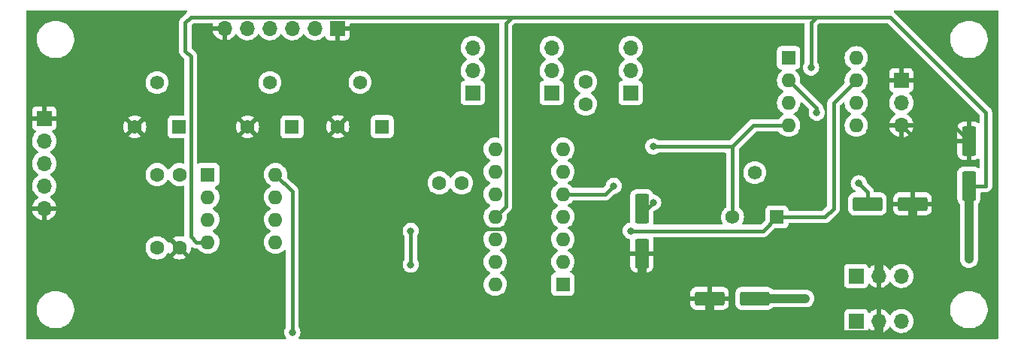
<source format=gbr>
%TF.GenerationSoftware,KiCad,Pcbnew,(6.0.10)*%
%TF.CreationDate,2023-04-08T13:31:08+03:00*%
%TF.ProjectId,DelSol_Preamp,44656c53-6f6c-45f5-9072-65616d702e6b,rev?*%
%TF.SameCoordinates,Original*%
%TF.FileFunction,Copper,L1,Top*%
%TF.FilePolarity,Positive*%
%FSLAX46Y46*%
G04 Gerber Fmt 4.6, Leading zero omitted, Abs format (unit mm)*
G04 Created by KiCad (PCBNEW (6.0.10)) date 2023-04-08 13:31:08*
%MOMM*%
%LPD*%
G01*
G04 APERTURE LIST*
G04 Aperture macros list*
%AMRoundRect*
0 Rectangle with rounded corners*
0 $1 Rounding radius*
0 $2 $3 $4 $5 $6 $7 $8 $9 X,Y pos of 4 corners*
0 Add a 4 corners polygon primitive as box body*
4,1,4,$2,$3,$4,$5,$6,$7,$8,$9,$2,$3,0*
0 Add four circle primitives for the rounded corners*
1,1,$1+$1,$2,$3*
1,1,$1+$1,$4,$5*
1,1,$1+$1,$6,$7*
1,1,$1+$1,$8,$9*
0 Add four rect primitives between the rounded corners*
20,1,$1+$1,$2,$3,$4,$5,0*
20,1,$1+$1,$4,$5,$6,$7,0*
20,1,$1+$1,$6,$7,$8,$9,0*
20,1,$1+$1,$8,$9,$2,$3,0*%
G04 Aperture macros list end*
%TA.AperFunction,SMDPad,CuDef*%
%ADD10RoundRect,0.250000X-1.412500X-0.550000X1.412500X-0.550000X1.412500X0.550000X-1.412500X0.550000X0*%
%TD*%
%TA.AperFunction,ComponentPad*%
%ADD11R,1.560000X1.560000*%
%TD*%
%TA.AperFunction,ComponentPad*%
%ADD12C,1.560000*%
%TD*%
%TA.AperFunction,ComponentPad*%
%ADD13R,1.600000X1.600000*%
%TD*%
%TA.AperFunction,ComponentPad*%
%ADD14O,1.600000X1.600000*%
%TD*%
%TA.AperFunction,ComponentPad*%
%ADD15R,1.700000X1.700000*%
%TD*%
%TA.AperFunction,ComponentPad*%
%ADD16O,1.700000X1.700000*%
%TD*%
%TA.AperFunction,ComponentPad*%
%ADD17C,1.600000*%
%TD*%
%TA.AperFunction,SMDPad,CuDef*%
%ADD18RoundRect,0.250000X-0.550000X1.412500X-0.550000X-1.412500X0.550000X-1.412500X0.550000X1.412500X0*%
%TD*%
%TA.AperFunction,SMDPad,CuDef*%
%ADD19RoundRect,0.250000X1.412500X0.550000X-1.412500X0.550000X-1.412500X-0.550000X1.412500X-0.550000X0*%
%TD*%
%TA.AperFunction,ViaPad*%
%ADD20C,0.800000*%
%TD*%
%TA.AperFunction,Conductor*%
%ADD21C,1.000000*%
%TD*%
%TA.AperFunction,Conductor*%
%ADD22C,0.400000*%
%TD*%
G04 APERTURE END LIST*
D10*
X147322500Y-40150000D03*
X152397500Y-40150000D03*
D11*
X137120000Y-41610000D03*
D12*
X134620000Y-36610000D03*
X132120000Y-41610000D03*
D13*
X138440000Y-23650000D03*
D14*
X138440000Y-26190000D03*
X138440000Y-28730000D03*
X138440000Y-31270000D03*
X146060000Y-31270000D03*
X146060000Y-28730000D03*
X146060000Y-26190000D03*
X146060000Y-23650000D03*
D15*
X87630000Y-20320000D03*
D16*
X85090000Y-20320000D03*
X82550000Y-20320000D03*
X80010000Y-20320000D03*
X77470000Y-20320000D03*
X74930000Y-20320000D03*
D15*
X54610000Y-30485000D03*
D16*
X54610000Y-33025000D03*
X54610000Y-35565000D03*
X54610000Y-38105000D03*
X54610000Y-40645000D03*
D17*
X101600000Y-37770000D03*
X99100000Y-37770000D03*
D13*
X73035000Y-36840000D03*
D14*
X73035000Y-39380000D03*
X73035000Y-41920000D03*
X73035000Y-44460000D03*
X80655000Y-44460000D03*
X80655000Y-41920000D03*
X80655000Y-39380000D03*
X80655000Y-36840000D03*
D18*
X158750000Y-33022500D03*
X158750000Y-38097500D03*
D15*
X146050000Y-48260000D03*
D16*
X148590000Y-48260000D03*
X151130000Y-48260000D03*
D11*
X82510000Y-31450000D03*
D12*
X80010000Y-26450000D03*
X77510000Y-31450000D03*
D19*
X134617500Y-50800000D03*
X129542500Y-50800000D03*
D11*
X69810000Y-31450000D03*
D12*
X67310000Y-26450000D03*
X64810000Y-31450000D03*
D17*
X67330000Y-36830000D03*
X69830000Y-36830000D03*
D15*
X102870000Y-27610000D03*
D16*
X102870000Y-25070000D03*
X102870000Y-22530000D03*
D11*
X92670000Y-31420000D03*
D12*
X90170000Y-26420000D03*
X87670000Y-31420000D03*
D17*
X115570000Y-28880000D03*
X115570000Y-26380000D03*
D15*
X151130000Y-26180000D03*
D16*
X151130000Y-28720000D03*
X151130000Y-31260000D03*
D17*
X67330000Y-45085000D03*
X69830000Y-45085000D03*
D15*
X146065000Y-53340000D03*
D16*
X148605000Y-53340000D03*
X151145000Y-53340000D03*
D15*
X111760000Y-27610000D03*
D16*
X111760000Y-25070000D03*
X111760000Y-22530000D03*
D13*
X113020000Y-49205000D03*
D14*
X113020000Y-46665000D03*
X113020000Y-44125000D03*
X113020000Y-41585000D03*
X113020000Y-39045000D03*
X113020000Y-36505000D03*
X113020000Y-33965000D03*
X105400000Y-33965000D03*
X105400000Y-36505000D03*
X105400000Y-39045000D03*
X105400000Y-41585000D03*
X105400000Y-44125000D03*
X105400000Y-46665000D03*
X105400000Y-49205000D03*
D15*
X120650000Y-27610000D03*
D16*
X120650000Y-25070000D03*
X120650000Y-22530000D03*
D18*
X121920000Y-40642500D03*
X121920000Y-45717500D03*
D20*
X107950000Y-43180000D03*
X121920000Y-48260000D03*
X82550000Y-54610000D03*
X120650000Y-43180000D03*
X140335000Y-50800000D03*
X141605000Y-29845000D03*
X158750000Y-46355000D03*
X140970000Y-24765000D03*
X123190000Y-33655000D03*
X146342500Y-37807500D03*
X95885000Y-43180000D03*
X95885000Y-46990000D03*
X118745000Y-38100000D03*
X123190000Y-40005000D03*
D21*
X124105000Y-54890000D02*
X133070000Y-54890000D01*
D22*
X107950000Y-53340000D02*
X109500000Y-54890000D01*
X156987500Y-31260000D02*
X158750000Y-33022500D01*
X152397500Y-40150000D02*
X152397500Y-32527500D01*
D21*
X148590000Y-48260000D02*
X148590000Y-46355000D01*
D22*
X107950000Y-43180000D02*
X107695000Y-42925000D01*
D21*
X152400000Y-42545000D02*
X152400000Y-40152500D01*
X129542500Y-50800000D02*
X129542500Y-52707500D01*
X129542500Y-52707500D02*
X131725000Y-54890000D01*
X121920000Y-48260000D02*
X121920000Y-52705000D01*
D22*
X74930000Y-20320000D02*
X74930000Y-28870000D01*
D21*
X148257081Y-54890000D02*
X148605000Y-54542081D01*
D22*
X151130000Y-31260000D02*
X156987500Y-31260000D01*
X107695000Y-42925000D02*
X99175000Y-42925000D01*
D21*
X148590000Y-46355000D02*
X152400000Y-42545000D01*
D22*
X109500000Y-54890000D02*
X124105000Y-54890000D01*
X74930000Y-28870000D02*
X77510000Y-31450000D01*
D21*
X152400000Y-40152500D02*
X152397500Y-40150000D01*
X121920000Y-45717500D02*
X121920000Y-48260000D01*
D22*
X99175000Y-42925000D02*
X87670000Y-31420000D01*
D21*
X131725000Y-54890000D02*
X133070000Y-54890000D01*
D22*
X107950000Y-43180000D02*
X107950000Y-53340000D01*
D21*
X148605000Y-54542081D02*
X148605000Y-53340000D01*
X133070000Y-54890000D02*
X148257081Y-54890000D01*
D22*
X152397500Y-32527500D02*
X151130000Y-31260000D01*
D21*
X121920000Y-52705000D02*
X124105000Y-54890000D01*
D22*
X146060000Y-26190000D02*
X143510000Y-28740000D01*
X135550000Y-43180000D02*
X120650000Y-43180000D01*
X143510000Y-28740000D02*
X143510000Y-40640000D01*
D21*
X140335000Y-50800000D02*
X134617500Y-50800000D01*
D22*
X143510000Y-40640000D02*
X142540000Y-41610000D01*
X82550000Y-54610000D02*
X82550000Y-38735000D01*
X137120000Y-41610000D02*
X135550000Y-43180000D01*
X142540000Y-41610000D02*
X137120000Y-41610000D01*
X82550000Y-38735000D02*
X80655000Y-36840000D01*
X141605000Y-29355000D02*
X141605000Y-29845000D01*
X138440000Y-26190000D02*
X141605000Y-29355000D01*
X160655000Y-38100000D02*
X158752500Y-38100000D01*
X160655000Y-29845000D02*
X160655000Y-38100000D01*
X140970000Y-19685000D02*
X140970000Y-24765000D01*
X132080000Y-33655000D02*
X123190000Y-33655000D01*
X106600000Y-19765000D02*
X107315000Y-19050000D01*
X105400000Y-41585000D02*
X106600000Y-40385000D01*
X141605000Y-19050000D02*
X140970000Y-19685000D01*
X106600000Y-40385000D02*
X106600000Y-19765000D01*
X132120000Y-33615000D02*
X132080000Y-33655000D01*
X158752500Y-38100000D02*
X158750000Y-38097500D01*
X70485000Y-19685000D02*
X70485000Y-22860000D01*
X132120000Y-41610000D02*
X132120000Y-33615000D01*
X141605000Y-19050000D02*
X149860000Y-19050000D01*
X134465000Y-31270000D02*
X138440000Y-31270000D01*
X141605000Y-19050000D02*
X107315000Y-19050000D01*
X107315000Y-19050000D02*
X71120000Y-19050000D01*
X71120000Y-23495000D02*
X71120000Y-43815000D01*
D21*
X158750000Y-46355000D02*
X158750000Y-38097500D01*
D22*
X70485000Y-22860000D02*
X71120000Y-23495000D01*
X71765000Y-44460000D02*
X73035000Y-44460000D01*
X71120000Y-43815000D02*
X71765000Y-44460000D01*
X149860000Y-19050000D02*
X160655000Y-29845000D01*
X71120000Y-19050000D02*
X70485000Y-19685000D01*
X132120000Y-33615000D02*
X134465000Y-31270000D01*
X147322500Y-40150000D02*
X147322500Y-38787500D01*
X147322500Y-38787500D02*
X146342500Y-37807500D01*
X95885000Y-46990000D02*
X95885000Y-43180000D01*
X113020000Y-39045000D02*
X117800000Y-39045000D01*
X117800000Y-39045000D02*
X118745000Y-38100000D01*
X122552500Y-40642500D02*
X123190000Y-40005000D01*
X121920000Y-40642500D02*
X122552500Y-40642500D01*
%TA.AperFunction,Conductor*%
G36*
X70640580Y-18308502D02*
G01*
X70687073Y-18362158D01*
X70697177Y-18432432D01*
X70667683Y-18497012D01*
X70655784Y-18509014D01*
X70654280Y-18510340D01*
X70648019Y-18514643D01*
X70642967Y-18520313D01*
X70642965Y-18520315D01*
X70606580Y-18561153D01*
X70601600Y-18566429D01*
X70004465Y-19163565D01*
X69998198Y-19169419D01*
X69960340Y-19202444D01*
X69960337Y-19202447D01*
X69954615Y-19207439D01*
X69950248Y-19213653D01*
X69917872Y-19259719D01*
X69913939Y-19265014D01*
X69874524Y-19315282D01*
X69871401Y-19322198D01*
X69870017Y-19324484D01*
X69861643Y-19339165D01*
X69860378Y-19341525D01*
X69856010Y-19347739D01*
X69853250Y-19354818D01*
X69853249Y-19354820D01*
X69832798Y-19407275D01*
X69830247Y-19413344D01*
X69803955Y-19471573D01*
X69802571Y-19479040D01*
X69801770Y-19481595D01*
X69797141Y-19497848D01*
X69796478Y-19500428D01*
X69793718Y-19507509D01*
X69786864Y-19559575D01*
X69785379Y-19570852D01*
X69784348Y-19577359D01*
X69772704Y-19640186D01*
X69773141Y-19647766D01*
X69773141Y-19647767D01*
X69776291Y-19702392D01*
X69776500Y-19709646D01*
X69776500Y-22831088D01*
X69776208Y-22839658D01*
X69772275Y-22897352D01*
X69773580Y-22904829D01*
X69773580Y-22904830D01*
X69783261Y-22960299D01*
X69784223Y-22966821D01*
X69791898Y-23030242D01*
X69794581Y-23037343D01*
X69795222Y-23039952D01*
X69799685Y-23056262D01*
X69800450Y-23058798D01*
X69801757Y-23066284D01*
X69804811Y-23073241D01*
X69827442Y-23124795D01*
X69829933Y-23130899D01*
X69852513Y-23190656D01*
X69856817Y-23196919D01*
X69858054Y-23199285D01*
X69866299Y-23214097D01*
X69867632Y-23216351D01*
X69870685Y-23223305D01*
X69879586Y-23234904D01*
X69909579Y-23273991D01*
X69913459Y-23279332D01*
X69945339Y-23325720D01*
X69945344Y-23325725D01*
X69949643Y-23331981D01*
X69955313Y-23337032D01*
X69955314Y-23337034D01*
X69996170Y-23373435D01*
X70001446Y-23378416D01*
X70374595Y-23751565D01*
X70408621Y-23813877D01*
X70411500Y-23840660D01*
X70411500Y-30035500D01*
X70391498Y-30103621D01*
X70337842Y-30150114D01*
X70285500Y-30161500D01*
X68981866Y-30161500D01*
X68919684Y-30168255D01*
X68783295Y-30219385D01*
X68666739Y-30306739D01*
X68579385Y-30423295D01*
X68528255Y-30559684D01*
X68521500Y-30621866D01*
X68521500Y-32278134D01*
X68528255Y-32340316D01*
X68579385Y-32476705D01*
X68666739Y-32593261D01*
X68783295Y-32680615D01*
X68919684Y-32731745D01*
X68981866Y-32738500D01*
X70285500Y-32738500D01*
X70353621Y-32758502D01*
X70400114Y-32812158D01*
X70411500Y-32864500D01*
X70411500Y-35466947D01*
X70391498Y-35535068D01*
X70337842Y-35581561D01*
X70267568Y-35591665D01*
X70252889Y-35588654D01*
X70063402Y-35537881D01*
X70063400Y-35537881D01*
X70058087Y-35536457D01*
X69830000Y-35516502D01*
X69601913Y-35536457D01*
X69596600Y-35537881D01*
X69596598Y-35537881D01*
X69386067Y-35594293D01*
X69386065Y-35594294D01*
X69380757Y-35595716D01*
X69375776Y-35598039D01*
X69375775Y-35598039D01*
X69178238Y-35690151D01*
X69178233Y-35690154D01*
X69173251Y-35692477D01*
X69158970Y-35702477D01*
X68990211Y-35820643D01*
X68990208Y-35820645D01*
X68985700Y-35823802D01*
X68823802Y-35985700D01*
X68820645Y-35990208D01*
X68820643Y-35990211D01*
X68818771Y-35992885D01*
X68692477Y-36173251D01*
X68690154Y-36178233D01*
X68689118Y-36180027D01*
X68637734Y-36229019D01*
X68568021Y-36242454D01*
X68502110Y-36216066D01*
X68470882Y-36180027D01*
X68469846Y-36178233D01*
X68467523Y-36173251D01*
X68341229Y-35992885D01*
X68339357Y-35990211D01*
X68339355Y-35990208D01*
X68336198Y-35985700D01*
X68174300Y-35823802D01*
X68169792Y-35820645D01*
X68169789Y-35820643D01*
X68001030Y-35702477D01*
X67986749Y-35692477D01*
X67981767Y-35690154D01*
X67981762Y-35690151D01*
X67784225Y-35598039D01*
X67784224Y-35598039D01*
X67779243Y-35595716D01*
X67773935Y-35594294D01*
X67773933Y-35594293D01*
X67563402Y-35537881D01*
X67563400Y-35537881D01*
X67558087Y-35536457D01*
X67330000Y-35516502D01*
X67101913Y-35536457D01*
X67096600Y-35537881D01*
X67096598Y-35537881D01*
X66886067Y-35594293D01*
X66886065Y-35594294D01*
X66880757Y-35595716D01*
X66875776Y-35598039D01*
X66875775Y-35598039D01*
X66678238Y-35690151D01*
X66678233Y-35690154D01*
X66673251Y-35692477D01*
X66658970Y-35702477D01*
X66490211Y-35820643D01*
X66490208Y-35820645D01*
X66485700Y-35823802D01*
X66323802Y-35985700D01*
X66320645Y-35990208D01*
X66320643Y-35990211D01*
X66318771Y-35992885D01*
X66192477Y-36173251D01*
X66190154Y-36178233D01*
X66190151Y-36178238D01*
X66107245Y-36356032D01*
X66095716Y-36380757D01*
X66094294Y-36386065D01*
X66094293Y-36386067D01*
X66053856Y-36536978D01*
X66036457Y-36601913D01*
X66016502Y-36830000D01*
X66036457Y-37058087D01*
X66037881Y-37063400D01*
X66037881Y-37063402D01*
X66090886Y-37261216D01*
X66095716Y-37279243D01*
X66098039Y-37284224D01*
X66098039Y-37284225D01*
X66190151Y-37481762D01*
X66190154Y-37481767D01*
X66192477Y-37486749D01*
X66234941Y-37547393D01*
X66317782Y-37665702D01*
X66323802Y-37674300D01*
X66485700Y-37836198D01*
X66490208Y-37839355D01*
X66490211Y-37839357D01*
X66554327Y-37884251D01*
X66673251Y-37967523D01*
X66678233Y-37969846D01*
X66678238Y-37969849D01*
X66875775Y-38061961D01*
X66880757Y-38064284D01*
X66886065Y-38065706D01*
X66886067Y-38065707D01*
X67096598Y-38122119D01*
X67096600Y-38122119D01*
X67101913Y-38123543D01*
X67330000Y-38143498D01*
X67558087Y-38123543D01*
X67563400Y-38122119D01*
X67563402Y-38122119D01*
X67773933Y-38065707D01*
X67773935Y-38065706D01*
X67779243Y-38064284D01*
X67784225Y-38061961D01*
X67981762Y-37969849D01*
X67981767Y-37969846D01*
X67986749Y-37967523D01*
X68105673Y-37884251D01*
X68169789Y-37839357D01*
X68169792Y-37839355D01*
X68174300Y-37836198D01*
X68336198Y-37674300D01*
X68342219Y-37665702D01*
X68432618Y-37536598D01*
X68467523Y-37486749D01*
X68469846Y-37481767D01*
X68470882Y-37479973D01*
X68522266Y-37430981D01*
X68591979Y-37417546D01*
X68657890Y-37443934D01*
X68689118Y-37479973D01*
X68690154Y-37481767D01*
X68692477Y-37486749D01*
X68727382Y-37536598D01*
X68817782Y-37665702D01*
X68823802Y-37674300D01*
X68985700Y-37836198D01*
X68990208Y-37839355D01*
X68990211Y-37839357D01*
X69054327Y-37884251D01*
X69173251Y-37967523D01*
X69178233Y-37969846D01*
X69178238Y-37969849D01*
X69375775Y-38061961D01*
X69380757Y-38064284D01*
X69386065Y-38065706D01*
X69386067Y-38065707D01*
X69596598Y-38122119D01*
X69596600Y-38122119D01*
X69601913Y-38123543D01*
X69830000Y-38143498D01*
X70058087Y-38123543D01*
X70063400Y-38122119D01*
X70063402Y-38122119D01*
X70252889Y-38071346D01*
X70323865Y-38073036D01*
X70382661Y-38112830D01*
X70410609Y-38178094D01*
X70411500Y-38193053D01*
X70411500Y-43722465D01*
X70391498Y-43790586D01*
X70337842Y-43837079D01*
X70267568Y-43847183D01*
X70252889Y-43844172D01*
X70063312Y-43793375D01*
X70052519Y-43791472D01*
X69835475Y-43772483D01*
X69824525Y-43772483D01*
X69607481Y-43791472D01*
X69596688Y-43793375D01*
X69386239Y-43849764D01*
X69375947Y-43853510D01*
X69178489Y-43945586D01*
X69168994Y-43951069D01*
X69116952Y-43987509D01*
X69108576Y-43997988D01*
X69115644Y-44011434D01*
X70904287Y-45800077D01*
X70916062Y-45806507D01*
X70928077Y-45797211D01*
X70963931Y-45746006D01*
X70969414Y-45736511D01*
X71061490Y-45539053D01*
X71065236Y-45528761D01*
X71121625Y-45318312D01*
X71123528Y-45307520D01*
X71140102Y-45118077D01*
X71165965Y-45051958D01*
X71223469Y-45010319D01*
X71294356Y-45006378D01*
X71338057Y-45025960D01*
X71339696Y-45027112D01*
X71344993Y-45031045D01*
X71395282Y-45070477D01*
X71402204Y-45073602D01*
X71404452Y-45074964D01*
X71419185Y-45083368D01*
X71421524Y-45084622D01*
X71427739Y-45088990D01*
X71434815Y-45091749D01*
X71434819Y-45091751D01*
X71483693Y-45110806D01*
X71486146Y-45111762D01*
X71487269Y-45112200D01*
X71493334Y-45114749D01*
X71551573Y-45141045D01*
X71559038Y-45142429D01*
X71561582Y-45143226D01*
X71577848Y-45147859D01*
X71580428Y-45148521D01*
X71587509Y-45151282D01*
X71595042Y-45152274D01*
X71595043Y-45152274D01*
X71627699Y-45156573D01*
X71650857Y-45159622D01*
X71657355Y-45160650D01*
X71720187Y-45172296D01*
X71727767Y-45171859D01*
X71727768Y-45171859D01*
X71782393Y-45168709D01*
X71789647Y-45168500D01*
X71868122Y-45168500D01*
X71936243Y-45188502D01*
X71971335Y-45222229D01*
X72025643Y-45299789D01*
X72028802Y-45304300D01*
X72190700Y-45466198D01*
X72195208Y-45469355D01*
X72195211Y-45469357D01*
X72252106Y-45509195D01*
X72378251Y-45597523D01*
X72383233Y-45599846D01*
X72383238Y-45599849D01*
X72566874Y-45685479D01*
X72585757Y-45694284D01*
X72591065Y-45695706D01*
X72591067Y-45695707D01*
X72801598Y-45752119D01*
X72801600Y-45752119D01*
X72806913Y-45753543D01*
X73035000Y-45773498D01*
X73263087Y-45753543D01*
X73268400Y-45752119D01*
X73268402Y-45752119D01*
X73478933Y-45695707D01*
X73478935Y-45695706D01*
X73484243Y-45694284D01*
X73503126Y-45685479D01*
X73686762Y-45599849D01*
X73686767Y-45599846D01*
X73691749Y-45597523D01*
X73817894Y-45509195D01*
X73874789Y-45469357D01*
X73874792Y-45469355D01*
X73879300Y-45466198D01*
X74041198Y-45304300D01*
X74057650Y-45280805D01*
X74133934Y-45171859D01*
X74172523Y-45116749D01*
X74174846Y-45111767D01*
X74174849Y-45111762D01*
X74266961Y-44914225D01*
X74266961Y-44914224D01*
X74269284Y-44909243D01*
X74304783Y-44776762D01*
X74327119Y-44693402D01*
X74327119Y-44693400D01*
X74328543Y-44688087D01*
X74348498Y-44460000D01*
X74328543Y-44231913D01*
X74314179Y-44178305D01*
X74270707Y-44016067D01*
X74270706Y-44016065D01*
X74269284Y-44010757D01*
X74263330Y-43997988D01*
X74174849Y-43808238D01*
X74174846Y-43808233D01*
X74172523Y-43803251D01*
X74084907Y-43678123D01*
X74044357Y-43620211D01*
X74044355Y-43620208D01*
X74041198Y-43615700D01*
X73879300Y-43453802D01*
X73874792Y-43450645D01*
X73874789Y-43450643D01*
X73750143Y-43363365D01*
X73691749Y-43322477D01*
X73686767Y-43320154D01*
X73686762Y-43320151D01*
X73652543Y-43304195D01*
X73599258Y-43257278D01*
X73579797Y-43189001D01*
X73600339Y-43121041D01*
X73652543Y-43075805D01*
X73686762Y-43059849D01*
X73686767Y-43059846D01*
X73691749Y-43057523D01*
X73817894Y-42969195D01*
X73874789Y-42929357D01*
X73874792Y-42929355D01*
X73879300Y-42926198D01*
X74041198Y-42764300D01*
X74048709Y-42753574D01*
X74122090Y-42648774D01*
X74172523Y-42576749D01*
X74174846Y-42571767D01*
X74174849Y-42571762D01*
X74266961Y-42374225D01*
X74266961Y-42374224D01*
X74269284Y-42369243D01*
X74282803Y-42318792D01*
X74327119Y-42153402D01*
X74327119Y-42153400D01*
X74328543Y-42148087D01*
X74348498Y-41920000D01*
X74328543Y-41691913D01*
X74325924Y-41682139D01*
X74270707Y-41476067D01*
X74270706Y-41476065D01*
X74269284Y-41470757D01*
X74263416Y-41458172D01*
X74174849Y-41268238D01*
X74174846Y-41268233D01*
X74172523Y-41263251D01*
X74086969Y-41141067D01*
X74044357Y-41080211D01*
X74044355Y-41080208D01*
X74041198Y-41075700D01*
X73879300Y-40913802D01*
X73874792Y-40910645D01*
X73874789Y-40910643D01*
X73778739Y-40843388D01*
X73691749Y-40782477D01*
X73686767Y-40780154D01*
X73686762Y-40780151D01*
X73652543Y-40764195D01*
X73599258Y-40717278D01*
X73579797Y-40649001D01*
X73600339Y-40581041D01*
X73652543Y-40535805D01*
X73686762Y-40519849D01*
X73686767Y-40519846D01*
X73691749Y-40517523D01*
X73827837Y-40422233D01*
X73874789Y-40389357D01*
X73874792Y-40389355D01*
X73879300Y-40386198D01*
X74041198Y-40224300D01*
X74048709Y-40213574D01*
X74115431Y-40118285D01*
X74172523Y-40036749D01*
X74174846Y-40031767D01*
X74174849Y-40031762D01*
X74266961Y-39834225D01*
X74266961Y-39834224D01*
X74269284Y-39829243D01*
X74272317Y-39817926D01*
X74327119Y-39613402D01*
X74327119Y-39613400D01*
X74328543Y-39608087D01*
X74348498Y-39380000D01*
X74328543Y-39151913D01*
X74323175Y-39131880D01*
X74270707Y-38936067D01*
X74270706Y-38936065D01*
X74269284Y-38930757D01*
X74261568Y-38914209D01*
X74174849Y-38728238D01*
X74174846Y-38728233D01*
X74172523Y-38723251D01*
X74085254Y-38598618D01*
X74044357Y-38540211D01*
X74044355Y-38540208D01*
X74041198Y-38535700D01*
X73879300Y-38373802D01*
X73874789Y-38370643D01*
X73870576Y-38367108D01*
X73871527Y-38365974D01*
X73831529Y-38315929D01*
X73824224Y-38245310D01*
X73856258Y-38181951D01*
X73917462Y-38145970D01*
X73934517Y-38142918D01*
X73945316Y-38141745D01*
X74081705Y-38090615D01*
X74198261Y-38003261D01*
X74285615Y-37886705D01*
X74336745Y-37750316D01*
X74343500Y-37688134D01*
X74343500Y-35991866D01*
X74336745Y-35929684D01*
X74285615Y-35793295D01*
X74198261Y-35676739D01*
X74081705Y-35589385D01*
X73945316Y-35538255D01*
X73883134Y-35531500D01*
X72186866Y-35531500D01*
X72124684Y-35538255D01*
X72117288Y-35541027D01*
X72117282Y-35541029D01*
X71998729Y-35585473D01*
X71927922Y-35590656D01*
X71865553Y-35556735D01*
X71831424Y-35494480D01*
X71828500Y-35467491D01*
X71828500Y-32521702D01*
X76802853Y-32521702D01*
X76812149Y-32533717D01*
X76859032Y-32566545D01*
X76868527Y-32572028D01*
X77062810Y-32662622D01*
X77073106Y-32666370D01*
X77280177Y-32721855D01*
X77290964Y-32723757D01*
X77504525Y-32742441D01*
X77515475Y-32742441D01*
X77729036Y-32723757D01*
X77739823Y-32721855D01*
X77946894Y-32666370D01*
X77957190Y-32662622D01*
X78151473Y-32572028D01*
X78160968Y-32566545D01*
X78208689Y-32533130D01*
X78217064Y-32522653D01*
X78209996Y-32509206D01*
X77978924Y-32278134D01*
X81221500Y-32278134D01*
X81228255Y-32340316D01*
X81279385Y-32476705D01*
X81366739Y-32593261D01*
X81483295Y-32680615D01*
X81619684Y-32731745D01*
X81681866Y-32738500D01*
X83338134Y-32738500D01*
X83400316Y-32731745D01*
X83536705Y-32680615D01*
X83653261Y-32593261D01*
X83729375Y-32491702D01*
X86962853Y-32491702D01*
X86972149Y-32503717D01*
X87019032Y-32536545D01*
X87028527Y-32542028D01*
X87222810Y-32632622D01*
X87233106Y-32636370D01*
X87440177Y-32691855D01*
X87450964Y-32693757D01*
X87664525Y-32712441D01*
X87675475Y-32712441D01*
X87889036Y-32693757D01*
X87899823Y-32691855D01*
X88106894Y-32636370D01*
X88117190Y-32632622D01*
X88311473Y-32542028D01*
X88320968Y-32536545D01*
X88368689Y-32503130D01*
X88377064Y-32492653D01*
X88369996Y-32479206D01*
X88138924Y-32248134D01*
X91381500Y-32248134D01*
X91388255Y-32310316D01*
X91439385Y-32446705D01*
X91526739Y-32563261D01*
X91643295Y-32650615D01*
X91779684Y-32701745D01*
X91841866Y-32708500D01*
X93498134Y-32708500D01*
X93560316Y-32701745D01*
X93696705Y-32650615D01*
X93813261Y-32563261D01*
X93900615Y-32446705D01*
X93951745Y-32310316D01*
X93958500Y-32248134D01*
X93958500Y-30591866D01*
X93951745Y-30529684D01*
X93900615Y-30393295D01*
X93813261Y-30276739D01*
X93696705Y-30189385D01*
X93560316Y-30138255D01*
X93498134Y-30131500D01*
X91841866Y-30131500D01*
X91779684Y-30138255D01*
X91643295Y-30189385D01*
X91526739Y-30276739D01*
X91439385Y-30393295D01*
X91388255Y-30529684D01*
X91381500Y-30591866D01*
X91381500Y-32248134D01*
X88138924Y-32248134D01*
X87682812Y-31792022D01*
X87668868Y-31784408D01*
X87667035Y-31784539D01*
X87660420Y-31788790D01*
X86969283Y-32479927D01*
X86962853Y-32491702D01*
X83729375Y-32491702D01*
X83740615Y-32476705D01*
X83791745Y-32340316D01*
X83798500Y-32278134D01*
X83798500Y-31425475D01*
X86377559Y-31425475D01*
X86396243Y-31639036D01*
X86398145Y-31649823D01*
X86453630Y-31856894D01*
X86457378Y-31867190D01*
X86547972Y-32061473D01*
X86553455Y-32070968D01*
X86586870Y-32118689D01*
X86597347Y-32127064D01*
X86610794Y-32119996D01*
X87297978Y-31432812D01*
X87304356Y-31421132D01*
X88034408Y-31421132D01*
X88034539Y-31422965D01*
X88038790Y-31429580D01*
X88729927Y-32120717D01*
X88741702Y-32127147D01*
X88753717Y-32117851D01*
X88786545Y-32070968D01*
X88792028Y-32061473D01*
X88882622Y-31867190D01*
X88886370Y-31856894D01*
X88941855Y-31649823D01*
X88943757Y-31639036D01*
X88962441Y-31425475D01*
X88962441Y-31414525D01*
X88943757Y-31200964D01*
X88941855Y-31190177D01*
X88886370Y-30983106D01*
X88882622Y-30972810D01*
X88792028Y-30778527D01*
X88786545Y-30769032D01*
X88753130Y-30721311D01*
X88742653Y-30712936D01*
X88729206Y-30720004D01*
X88042022Y-31407188D01*
X88034408Y-31421132D01*
X87304356Y-31421132D01*
X87305592Y-31418868D01*
X87305461Y-31417035D01*
X87301210Y-31410420D01*
X86610073Y-30719283D01*
X86598298Y-30712853D01*
X86586283Y-30722149D01*
X86553455Y-30769032D01*
X86547972Y-30778527D01*
X86457378Y-30972810D01*
X86453630Y-30983106D01*
X86398145Y-31190177D01*
X86396243Y-31200964D01*
X86377559Y-31414525D01*
X86377559Y-31425475D01*
X83798500Y-31425475D01*
X83798500Y-30621866D01*
X83791745Y-30559684D01*
X83740615Y-30423295D01*
X83683695Y-30347347D01*
X86962936Y-30347347D01*
X86970004Y-30360794D01*
X87657188Y-31047978D01*
X87671132Y-31055592D01*
X87672965Y-31055461D01*
X87679580Y-31051210D01*
X88370717Y-30360073D01*
X88377147Y-30348298D01*
X88367851Y-30336283D01*
X88320968Y-30303455D01*
X88311473Y-30297972D01*
X88117190Y-30207378D01*
X88106894Y-30203630D01*
X87899823Y-30148145D01*
X87889036Y-30146243D01*
X87675475Y-30127559D01*
X87664525Y-30127559D01*
X87450964Y-30146243D01*
X87440177Y-30148145D01*
X87233106Y-30203630D01*
X87222810Y-30207378D01*
X87028527Y-30297972D01*
X87019032Y-30303455D01*
X86971311Y-30336870D01*
X86962936Y-30347347D01*
X83683695Y-30347347D01*
X83653261Y-30306739D01*
X83536705Y-30219385D01*
X83400316Y-30168255D01*
X83338134Y-30161500D01*
X81681866Y-30161500D01*
X81619684Y-30168255D01*
X81483295Y-30219385D01*
X81366739Y-30306739D01*
X81279385Y-30423295D01*
X81228255Y-30559684D01*
X81221500Y-30621866D01*
X81221500Y-32278134D01*
X77978924Y-32278134D01*
X77522812Y-31822022D01*
X77508868Y-31814408D01*
X77507035Y-31814539D01*
X77500420Y-31818790D01*
X76809283Y-32509927D01*
X76802853Y-32521702D01*
X71828500Y-32521702D01*
X71828500Y-31455475D01*
X76217559Y-31455475D01*
X76236243Y-31669036D01*
X76238145Y-31679823D01*
X76293630Y-31886894D01*
X76297378Y-31897190D01*
X76387972Y-32091473D01*
X76393455Y-32100968D01*
X76426870Y-32148689D01*
X76437347Y-32157064D01*
X76450794Y-32149996D01*
X77137978Y-31462812D01*
X77144356Y-31451132D01*
X77874408Y-31451132D01*
X77874539Y-31452965D01*
X77878790Y-31459580D01*
X78569927Y-32150717D01*
X78581702Y-32157147D01*
X78593717Y-32147851D01*
X78626545Y-32100968D01*
X78632028Y-32091473D01*
X78722622Y-31897190D01*
X78726370Y-31886894D01*
X78781855Y-31679823D01*
X78783757Y-31669036D01*
X78802441Y-31455475D01*
X78802441Y-31444525D01*
X78783757Y-31230964D01*
X78781855Y-31220177D01*
X78726370Y-31013106D01*
X78722622Y-31002810D01*
X78632028Y-30808527D01*
X78626545Y-30799032D01*
X78593130Y-30751311D01*
X78582653Y-30742936D01*
X78569206Y-30750004D01*
X77882022Y-31437188D01*
X77874408Y-31451132D01*
X77144356Y-31451132D01*
X77145592Y-31448868D01*
X77145461Y-31447035D01*
X77141210Y-31440420D01*
X76450073Y-30749283D01*
X76438298Y-30742853D01*
X76426283Y-30752149D01*
X76393455Y-30799032D01*
X76387972Y-30808527D01*
X76297378Y-31002810D01*
X76293630Y-31013106D01*
X76238145Y-31220177D01*
X76236243Y-31230964D01*
X76217559Y-31444525D01*
X76217559Y-31455475D01*
X71828500Y-31455475D01*
X71828500Y-30377347D01*
X76802936Y-30377347D01*
X76810004Y-30390794D01*
X77497188Y-31077978D01*
X77511132Y-31085592D01*
X77512965Y-31085461D01*
X77519580Y-31081210D01*
X78210717Y-30390073D01*
X78217147Y-30378298D01*
X78207851Y-30366283D01*
X78160968Y-30333455D01*
X78151473Y-30327972D01*
X77957190Y-30237378D01*
X77946894Y-30233630D01*
X77739823Y-30178145D01*
X77729036Y-30176243D01*
X77515475Y-30157559D01*
X77504525Y-30157559D01*
X77290964Y-30176243D01*
X77280177Y-30178145D01*
X77073106Y-30233630D01*
X77062810Y-30237378D01*
X76868527Y-30327972D01*
X76859032Y-30333455D01*
X76811311Y-30366870D01*
X76802936Y-30377347D01*
X71828500Y-30377347D01*
X71828500Y-26450000D01*
X78716578Y-26450000D01*
X78736228Y-26674600D01*
X78737652Y-26679913D01*
X78737652Y-26679915D01*
X78786543Y-26862376D01*
X78794581Y-26892376D01*
X78796903Y-26897357D01*
X78796904Y-26897358D01*
X78879586Y-27074669D01*
X78889864Y-27096711D01*
X79019181Y-27281396D01*
X79178604Y-27440819D01*
X79363289Y-27570136D01*
X79368267Y-27572457D01*
X79368270Y-27572459D01*
X79560811Y-27662242D01*
X79567624Y-27665419D01*
X79572932Y-27666841D01*
X79572934Y-27666842D01*
X79780085Y-27722348D01*
X79780087Y-27722348D01*
X79785400Y-27723772D01*
X80010000Y-27743422D01*
X80234600Y-27723772D01*
X80239913Y-27722348D01*
X80239915Y-27722348D01*
X80447066Y-27666842D01*
X80447068Y-27666841D01*
X80452376Y-27665419D01*
X80459189Y-27662242D01*
X80651730Y-27572459D01*
X80651733Y-27572457D01*
X80656711Y-27570136D01*
X80841396Y-27440819D01*
X81000819Y-27281396D01*
X81130136Y-27096711D01*
X81140415Y-27074669D01*
X81223096Y-26897358D01*
X81223097Y-26897357D01*
X81225419Y-26892376D01*
X81233458Y-26862376D01*
X81282348Y-26679915D01*
X81282348Y-26679913D01*
X81283772Y-26674600D01*
X81303422Y-26450000D01*
X81300797Y-26420000D01*
X88876578Y-26420000D01*
X88896228Y-26644600D01*
X88897652Y-26649913D01*
X88897652Y-26649915D01*
X88951602Y-26851257D01*
X88954581Y-26862376D01*
X88956903Y-26867357D01*
X88956904Y-26867358D01*
X89037995Y-27041257D01*
X89049864Y-27066711D01*
X89179181Y-27251396D01*
X89338604Y-27410819D01*
X89523289Y-27540136D01*
X89528267Y-27542457D01*
X89528270Y-27542459D01*
X89690314Y-27618021D01*
X89727624Y-27635419D01*
X89732932Y-27636841D01*
X89732934Y-27636842D01*
X89940085Y-27692348D01*
X89940087Y-27692348D01*
X89945400Y-27693772D01*
X90170000Y-27713422D01*
X90394600Y-27693772D01*
X90399913Y-27692348D01*
X90399915Y-27692348D01*
X90607066Y-27636842D01*
X90607068Y-27636841D01*
X90612376Y-27635419D01*
X90649686Y-27618021D01*
X90811730Y-27542459D01*
X90811733Y-27542457D01*
X90816711Y-27540136D01*
X91001396Y-27410819D01*
X91160819Y-27251396D01*
X91290136Y-27066711D01*
X91302006Y-27041257D01*
X91383096Y-26867358D01*
X91383097Y-26867357D01*
X91385419Y-26862376D01*
X91388399Y-26851257D01*
X91442348Y-26649915D01*
X91442348Y-26649913D01*
X91443772Y-26644600D01*
X91463422Y-26420000D01*
X91443772Y-26195400D01*
X91433588Y-26157393D01*
X91386842Y-25982934D01*
X91386841Y-25982932D01*
X91385419Y-25977624D01*
X91375866Y-25957137D01*
X91292459Y-25778270D01*
X91292457Y-25778267D01*
X91290136Y-25773289D01*
X91160819Y-25588604D01*
X91001396Y-25429181D01*
X90816711Y-25299864D01*
X90811733Y-25297543D01*
X90811730Y-25297541D01*
X90617358Y-25206904D01*
X90617357Y-25206903D01*
X90612376Y-25204581D01*
X90607068Y-25203159D01*
X90607066Y-25203158D01*
X90399915Y-25147652D01*
X90399913Y-25147652D01*
X90394600Y-25146228D01*
X90170000Y-25126578D01*
X89945400Y-25146228D01*
X89940087Y-25147652D01*
X89940085Y-25147652D01*
X89732934Y-25203158D01*
X89732932Y-25203159D01*
X89727624Y-25204581D01*
X89722643Y-25206903D01*
X89722642Y-25206904D01*
X89528270Y-25297541D01*
X89528267Y-25297543D01*
X89523289Y-25299864D01*
X89338604Y-25429181D01*
X89179181Y-25588604D01*
X89049864Y-25773289D01*
X89047543Y-25778267D01*
X89047541Y-25778270D01*
X88964134Y-25957137D01*
X88954581Y-25977624D01*
X88953159Y-25982932D01*
X88953158Y-25982934D01*
X88906412Y-26157393D01*
X88896228Y-26195400D01*
X88876578Y-26420000D01*
X81300797Y-26420000D01*
X81283772Y-26225400D01*
X81275734Y-26195400D01*
X81226842Y-26012934D01*
X81226841Y-26012932D01*
X81225419Y-26007624D01*
X81201625Y-25956598D01*
X81132459Y-25808270D01*
X81132457Y-25808267D01*
X81130136Y-25803289D01*
X81000819Y-25618604D01*
X80841396Y-25459181D01*
X80656711Y-25329864D01*
X80651733Y-25327543D01*
X80651730Y-25327541D01*
X80457358Y-25236904D01*
X80457357Y-25236903D01*
X80452376Y-25234581D01*
X80447068Y-25233159D01*
X80447066Y-25233158D01*
X80239915Y-25177652D01*
X80239913Y-25177652D01*
X80234600Y-25176228D01*
X80010000Y-25156578D01*
X79785400Y-25176228D01*
X79780087Y-25177652D01*
X79780085Y-25177652D01*
X79572934Y-25233158D01*
X79572932Y-25233159D01*
X79567624Y-25234581D01*
X79562643Y-25236903D01*
X79562642Y-25236904D01*
X79368270Y-25327541D01*
X79368267Y-25327543D01*
X79363289Y-25329864D01*
X79178604Y-25459181D01*
X79019181Y-25618604D01*
X78889864Y-25803289D01*
X78887543Y-25808267D01*
X78887541Y-25808270D01*
X78818375Y-25956598D01*
X78794581Y-26007624D01*
X78793159Y-26012932D01*
X78793158Y-26012934D01*
X78744266Y-26195400D01*
X78736228Y-26225400D01*
X78716578Y-26450000D01*
X71828500Y-26450000D01*
X71828500Y-25036695D01*
X101507251Y-25036695D01*
X101507548Y-25041848D01*
X101507548Y-25041851D01*
X101517382Y-25212396D01*
X101520110Y-25259715D01*
X101521247Y-25264761D01*
X101521248Y-25264767D01*
X101539488Y-25345700D01*
X101569222Y-25477639D01*
X101653266Y-25684616D01*
X101769987Y-25875088D01*
X101916250Y-26043938D01*
X101920230Y-26047242D01*
X101924981Y-26051187D01*
X101964616Y-26110090D01*
X101966113Y-26181071D01*
X101928997Y-26241593D01*
X101888724Y-26266112D01*
X101773295Y-26309385D01*
X101656739Y-26396739D01*
X101569385Y-26513295D01*
X101518255Y-26649684D01*
X101511500Y-26711866D01*
X101511500Y-28508134D01*
X101518255Y-28570316D01*
X101569385Y-28706705D01*
X101656739Y-28823261D01*
X101773295Y-28910615D01*
X101909684Y-28961745D01*
X101971866Y-28968500D01*
X103768134Y-28968500D01*
X103830316Y-28961745D01*
X103966705Y-28910615D01*
X104083261Y-28823261D01*
X104170615Y-28706705D01*
X104221745Y-28570316D01*
X104228500Y-28508134D01*
X104228500Y-26711866D01*
X104221745Y-26649684D01*
X104170615Y-26513295D01*
X104083261Y-26396739D01*
X103966705Y-26309385D01*
X103954132Y-26304672D01*
X103848203Y-26264960D01*
X103791439Y-26222318D01*
X103766739Y-26155756D01*
X103781947Y-26086408D01*
X103803493Y-26057727D01*
X103878548Y-25982934D01*
X103908096Y-25953489D01*
X103928011Y-25925775D01*
X104035435Y-25776277D01*
X104038453Y-25772077D01*
X104056395Y-25735775D01*
X104135136Y-25576453D01*
X104135137Y-25576451D01*
X104137430Y-25571811D01*
X104179581Y-25433076D01*
X104200865Y-25363023D01*
X104200865Y-25363021D01*
X104202370Y-25358069D01*
X104231529Y-25136590D01*
X104231611Y-25133240D01*
X104233074Y-25073365D01*
X104233074Y-25073361D01*
X104233156Y-25070000D01*
X104214852Y-24847361D01*
X104160431Y-24630702D01*
X104071354Y-24425840D01*
X103950014Y-24238277D01*
X103799670Y-24073051D01*
X103795619Y-24069852D01*
X103795615Y-24069848D01*
X103628414Y-23937800D01*
X103628410Y-23937798D01*
X103624359Y-23934598D01*
X103583053Y-23911796D01*
X103533084Y-23861364D01*
X103518312Y-23791921D01*
X103543428Y-23725516D01*
X103570780Y-23698909D01*
X103639348Y-23650000D01*
X103749860Y-23571173D01*
X103790136Y-23531038D01*
X103863782Y-23457648D01*
X103908096Y-23413489D01*
X103921176Y-23395287D01*
X104035435Y-23236277D01*
X104038453Y-23232077D01*
X104040873Y-23227182D01*
X104135136Y-23036453D01*
X104135137Y-23036451D01*
X104137430Y-23031811D01*
X104202370Y-22818069D01*
X104231529Y-22596590D01*
X104232200Y-22569142D01*
X104233074Y-22533365D01*
X104233074Y-22533361D01*
X104233156Y-22530000D01*
X104214852Y-22307361D01*
X104160431Y-22090702D01*
X104071354Y-21885840D01*
X104031906Y-21824862D01*
X103952822Y-21702617D01*
X103952820Y-21702614D01*
X103950014Y-21698277D01*
X103799670Y-21533051D01*
X103795619Y-21529852D01*
X103795615Y-21529848D01*
X103628414Y-21397800D01*
X103628410Y-21397798D01*
X103624359Y-21394598D01*
X103428789Y-21286638D01*
X103423920Y-21284914D01*
X103423916Y-21284912D01*
X103223087Y-21213795D01*
X103223083Y-21213794D01*
X103218212Y-21212069D01*
X103213119Y-21211162D01*
X103213116Y-21211161D01*
X103003373Y-21173800D01*
X103003367Y-21173799D01*
X102998284Y-21172894D01*
X102924452Y-21171992D01*
X102780081Y-21170228D01*
X102780079Y-21170228D01*
X102774911Y-21170165D01*
X102554091Y-21203955D01*
X102341756Y-21273357D01*
X102314384Y-21287606D01*
X102180813Y-21357139D01*
X102143607Y-21376507D01*
X102139474Y-21379610D01*
X102139471Y-21379612D01*
X101988800Y-21492739D01*
X101964965Y-21510635D01*
X101961393Y-21514373D01*
X101827587Y-21654393D01*
X101810629Y-21672138D01*
X101807715Y-21676410D01*
X101807714Y-21676411D01*
X101804199Y-21681564D01*
X101684743Y-21856680D01*
X101669003Y-21890590D01*
X101604567Y-22029406D01*
X101590688Y-22059305D01*
X101530989Y-22274570D01*
X101507251Y-22496695D01*
X101507548Y-22501848D01*
X101507548Y-22501851D01*
X101512983Y-22596109D01*
X101520110Y-22719715D01*
X101521247Y-22724761D01*
X101521248Y-22724767D01*
X101538624Y-22801866D01*
X101569222Y-22937639D01*
X101621459Y-23066284D01*
X101645218Y-23124795D01*
X101653266Y-23144616D01*
X101681479Y-23190656D01*
X101757707Y-23315048D01*
X101769987Y-23335088D01*
X101916250Y-23503938D01*
X102088126Y-23646632D01*
X102151857Y-23683873D01*
X102161445Y-23689476D01*
X102210169Y-23741114D01*
X102223240Y-23810897D01*
X102196509Y-23876669D01*
X102156055Y-23910027D01*
X102143607Y-23916507D01*
X102139474Y-23919610D01*
X102139471Y-23919612D01*
X102115247Y-23937800D01*
X101964965Y-24050635D01*
X101810629Y-24212138D01*
X101684743Y-24396680D01*
X101639236Y-24494717D01*
X101601937Y-24575072D01*
X101590688Y-24599305D01*
X101530989Y-24814570D01*
X101507251Y-25036695D01*
X71828500Y-25036695D01*
X71828500Y-23523927D01*
X71828792Y-23515358D01*
X71832210Y-23465225D01*
X71832210Y-23465221D01*
X71832726Y-23457648D01*
X71821736Y-23394681D01*
X71820775Y-23388165D01*
X71819284Y-23375846D01*
X71813102Y-23324758D01*
X71810419Y-23317657D01*
X71809778Y-23315048D01*
X71805313Y-23298728D01*
X71804548Y-23296195D01*
X71803243Y-23288717D01*
X71777552Y-23230190D01*
X71775067Y-23224102D01*
X71755172Y-23171449D01*
X71755171Y-23171447D01*
X71752487Y-23164344D01*
X71748186Y-23158085D01*
X71746949Y-23155720D01*
X71738727Y-23140948D01*
X71737372Y-23138656D01*
X71734316Y-23131695D01*
X71729691Y-23125668D01*
X71729689Y-23125664D01*
X71695407Y-23080987D01*
X71691529Y-23075650D01*
X71689874Y-23073241D01*
X71661400Y-23031811D01*
X71659659Y-23029278D01*
X71659658Y-23029277D01*
X71655357Y-23023019D01*
X71648811Y-23017186D01*
X71608847Y-22981580D01*
X71603571Y-22976600D01*
X71230405Y-22603435D01*
X71196380Y-22541122D01*
X71193500Y-22514339D01*
X71193500Y-20587966D01*
X73598257Y-20587966D01*
X73628565Y-20722446D01*
X73631645Y-20732275D01*
X73711770Y-20929603D01*
X73716413Y-20938794D01*
X73827694Y-21120388D01*
X73833777Y-21128699D01*
X73973213Y-21289667D01*
X73980580Y-21296883D01*
X74144434Y-21432916D01*
X74152881Y-21438831D01*
X74336756Y-21546279D01*
X74346042Y-21550729D01*
X74545001Y-21626703D01*
X74554899Y-21629579D01*
X74658250Y-21650606D01*
X74672299Y-21649410D01*
X74676000Y-21639065D01*
X74676000Y-20592115D01*
X74671525Y-20576876D01*
X74670135Y-20575671D01*
X74662452Y-20574000D01*
X73613225Y-20574000D01*
X73599694Y-20577973D01*
X73598257Y-20587966D01*
X71193500Y-20587966D01*
X71193500Y-20030660D01*
X71213502Y-19962539D01*
X71230405Y-19941565D01*
X71376565Y-19795405D01*
X71438877Y-19761379D01*
X71465660Y-19758500D01*
X73510691Y-19758500D01*
X73578812Y-19778502D01*
X73625305Y-19832158D01*
X73635409Y-19902432D01*
X73632108Y-19918172D01*
X73594389Y-20054183D01*
X73595912Y-20062607D01*
X73608292Y-20066000D01*
X75058000Y-20066000D01*
X75126121Y-20086002D01*
X75172614Y-20139658D01*
X75184000Y-20192000D01*
X75184000Y-21638517D01*
X75188064Y-21652359D01*
X75201478Y-21654393D01*
X75208184Y-21653534D01*
X75218262Y-21651392D01*
X75422255Y-21590191D01*
X75431842Y-21586433D01*
X75623095Y-21492739D01*
X75631945Y-21487464D01*
X75805328Y-21363792D01*
X75813200Y-21357139D01*
X75964052Y-21206812D01*
X75970730Y-21198965D01*
X76098022Y-21021819D01*
X76099279Y-21022722D01*
X76146373Y-20979362D01*
X76216311Y-20967145D01*
X76281751Y-20994678D01*
X76309579Y-21026511D01*
X76369987Y-21125088D01*
X76516250Y-21293938D01*
X76688126Y-21436632D01*
X76881000Y-21549338D01*
X77089692Y-21629030D01*
X77094760Y-21630061D01*
X77094763Y-21630062D01*
X77189862Y-21649410D01*
X77308597Y-21673567D01*
X77313772Y-21673757D01*
X77313774Y-21673757D01*
X77526673Y-21681564D01*
X77526677Y-21681564D01*
X77531837Y-21681753D01*
X77536957Y-21681097D01*
X77536959Y-21681097D01*
X77748288Y-21654025D01*
X77748289Y-21654025D01*
X77753416Y-21653368D01*
X77758366Y-21651883D01*
X77962429Y-21590661D01*
X77962434Y-21590659D01*
X77967384Y-21589174D01*
X78167994Y-21490896D01*
X78349860Y-21361173D01*
X78508096Y-21203489D01*
X78638453Y-21022077D01*
X78639776Y-21023028D01*
X78686645Y-20979857D01*
X78756580Y-20967625D01*
X78822026Y-20995144D01*
X78849875Y-21026994D01*
X78909987Y-21125088D01*
X79056250Y-21293938D01*
X79228126Y-21436632D01*
X79421000Y-21549338D01*
X79629692Y-21629030D01*
X79634760Y-21630061D01*
X79634763Y-21630062D01*
X79729862Y-21649410D01*
X79848597Y-21673567D01*
X79853772Y-21673757D01*
X79853774Y-21673757D01*
X80066673Y-21681564D01*
X80066677Y-21681564D01*
X80071837Y-21681753D01*
X80076957Y-21681097D01*
X80076959Y-21681097D01*
X80288288Y-21654025D01*
X80288289Y-21654025D01*
X80293416Y-21653368D01*
X80298366Y-21651883D01*
X80502429Y-21590661D01*
X80502434Y-21590659D01*
X80507384Y-21589174D01*
X80707994Y-21490896D01*
X80889860Y-21361173D01*
X81048096Y-21203489D01*
X81178453Y-21022077D01*
X81179776Y-21023028D01*
X81226645Y-20979857D01*
X81296580Y-20967625D01*
X81362026Y-20995144D01*
X81389875Y-21026994D01*
X81449987Y-21125088D01*
X81596250Y-21293938D01*
X81768126Y-21436632D01*
X81961000Y-21549338D01*
X82169692Y-21629030D01*
X82174760Y-21630061D01*
X82174763Y-21630062D01*
X82269862Y-21649410D01*
X82388597Y-21673567D01*
X82393772Y-21673757D01*
X82393774Y-21673757D01*
X82606673Y-21681564D01*
X82606677Y-21681564D01*
X82611837Y-21681753D01*
X82616957Y-21681097D01*
X82616959Y-21681097D01*
X82828288Y-21654025D01*
X82828289Y-21654025D01*
X82833416Y-21653368D01*
X82838366Y-21651883D01*
X83042429Y-21590661D01*
X83042434Y-21590659D01*
X83047384Y-21589174D01*
X83247994Y-21490896D01*
X83429860Y-21361173D01*
X83588096Y-21203489D01*
X83718453Y-21022077D01*
X83719776Y-21023028D01*
X83766645Y-20979857D01*
X83836580Y-20967625D01*
X83902026Y-20995144D01*
X83929875Y-21026994D01*
X83989987Y-21125088D01*
X84136250Y-21293938D01*
X84308126Y-21436632D01*
X84501000Y-21549338D01*
X84709692Y-21629030D01*
X84714760Y-21630061D01*
X84714763Y-21630062D01*
X84809862Y-21649410D01*
X84928597Y-21673567D01*
X84933772Y-21673757D01*
X84933774Y-21673757D01*
X85146673Y-21681564D01*
X85146677Y-21681564D01*
X85151837Y-21681753D01*
X85156957Y-21681097D01*
X85156959Y-21681097D01*
X85368288Y-21654025D01*
X85368289Y-21654025D01*
X85373416Y-21653368D01*
X85378366Y-21651883D01*
X85582429Y-21590661D01*
X85582434Y-21590659D01*
X85587384Y-21589174D01*
X85787994Y-21490896D01*
X85969860Y-21361173D01*
X86037331Y-21293938D01*
X86078479Y-21252933D01*
X86140851Y-21219017D01*
X86211658Y-21224205D01*
X86268419Y-21266851D01*
X86285401Y-21297954D01*
X86326676Y-21408054D01*
X86335214Y-21423649D01*
X86411715Y-21525724D01*
X86424276Y-21538285D01*
X86526351Y-21614786D01*
X86541946Y-21623324D01*
X86662394Y-21668478D01*
X86677649Y-21672105D01*
X86728514Y-21677631D01*
X86735328Y-21678000D01*
X87357885Y-21678000D01*
X87373124Y-21673525D01*
X87374329Y-21672135D01*
X87376000Y-21664452D01*
X87376000Y-21659884D01*
X87884000Y-21659884D01*
X87888475Y-21675123D01*
X87889865Y-21676328D01*
X87897548Y-21677999D01*
X88524669Y-21677999D01*
X88531490Y-21677629D01*
X88582352Y-21672105D01*
X88597604Y-21668479D01*
X88718054Y-21623324D01*
X88733649Y-21614786D01*
X88835724Y-21538285D01*
X88848285Y-21525724D01*
X88924786Y-21423649D01*
X88933324Y-21408054D01*
X88978478Y-21287606D01*
X88982105Y-21272351D01*
X88987631Y-21221486D01*
X88988000Y-21214672D01*
X88988000Y-20592115D01*
X88983525Y-20576876D01*
X88982135Y-20575671D01*
X88974452Y-20574000D01*
X87902115Y-20574000D01*
X87886876Y-20578475D01*
X87885671Y-20579865D01*
X87884000Y-20587548D01*
X87884000Y-21659884D01*
X87376000Y-21659884D01*
X87376000Y-20192000D01*
X87396002Y-20123879D01*
X87449658Y-20077386D01*
X87502000Y-20066000D01*
X88969884Y-20066000D01*
X88985123Y-20061525D01*
X88986328Y-20060135D01*
X88987999Y-20052452D01*
X88987999Y-19884500D01*
X89008001Y-19816379D01*
X89061657Y-19769886D01*
X89113999Y-19758500D01*
X105765500Y-19758500D01*
X105833621Y-19778502D01*
X105880114Y-19832158D01*
X105891500Y-19884500D01*
X105891500Y-32577832D01*
X105871498Y-32645953D01*
X105817842Y-32692446D01*
X105747568Y-32702550D01*
X105732895Y-32699540D01*
X105628087Y-32671457D01*
X105400000Y-32651502D01*
X105171913Y-32671457D01*
X105166600Y-32672881D01*
X105166598Y-32672881D01*
X104956067Y-32729293D01*
X104956065Y-32729294D01*
X104950757Y-32730716D01*
X104945776Y-32733039D01*
X104945775Y-32733039D01*
X104748238Y-32825151D01*
X104748233Y-32825154D01*
X104743251Y-32827477D01*
X104690377Y-32864500D01*
X104560211Y-32955643D01*
X104560208Y-32955645D01*
X104555700Y-32958802D01*
X104393802Y-33120700D01*
X104262477Y-33308251D01*
X104260154Y-33313233D01*
X104260151Y-33313238D01*
X104186290Y-33471635D01*
X104165716Y-33515757D01*
X104164294Y-33521065D01*
X104164293Y-33521067D01*
X104107967Y-33731277D01*
X104106457Y-33736913D01*
X104086502Y-33965000D01*
X104106457Y-34193087D01*
X104107881Y-34198400D01*
X104107881Y-34198402D01*
X104163247Y-34405027D01*
X104165716Y-34414243D01*
X104168039Y-34419224D01*
X104168039Y-34419225D01*
X104260151Y-34616762D01*
X104260154Y-34616767D01*
X104262477Y-34621749D01*
X104393802Y-34809300D01*
X104555700Y-34971198D01*
X104560208Y-34974355D01*
X104560211Y-34974357D01*
X104634709Y-35026521D01*
X104743251Y-35102523D01*
X104748233Y-35104846D01*
X104748238Y-35104849D01*
X104782457Y-35120805D01*
X104835742Y-35167722D01*
X104855203Y-35235999D01*
X104834661Y-35303959D01*
X104782457Y-35349195D01*
X104748238Y-35365151D01*
X104748233Y-35365154D01*
X104743251Y-35367477D01*
X104706575Y-35393158D01*
X104560211Y-35495643D01*
X104560208Y-35495645D01*
X104555700Y-35498802D01*
X104393802Y-35660700D01*
X104262477Y-35848251D01*
X104260154Y-35853233D01*
X104260151Y-35853238D01*
X104168039Y-36050775D01*
X104165716Y-36055757D01*
X104164294Y-36061065D01*
X104164293Y-36061067D01*
X104107967Y-36271277D01*
X104106457Y-36276913D01*
X104086502Y-36505000D01*
X104106457Y-36733087D01*
X104107881Y-36738400D01*
X104107881Y-36738402D01*
X104163247Y-36945027D01*
X104165716Y-36954243D01*
X104168039Y-36959224D01*
X104168039Y-36959225D01*
X104260151Y-37156762D01*
X104260154Y-37156767D01*
X104262477Y-37161749D01*
X104312992Y-37233891D01*
X104351750Y-37289243D01*
X104393802Y-37349300D01*
X104555700Y-37511198D01*
X104560208Y-37514355D01*
X104560211Y-37514357D01*
X104622751Y-37558148D01*
X104743251Y-37642523D01*
X104748233Y-37644846D01*
X104748238Y-37644849D01*
X104782457Y-37660805D01*
X104835742Y-37707722D01*
X104855203Y-37775999D01*
X104834661Y-37843959D01*
X104782457Y-37889195D01*
X104748238Y-37905151D01*
X104748233Y-37905154D01*
X104743251Y-37907477D01*
X104688853Y-37945567D01*
X104560211Y-38035643D01*
X104560208Y-38035645D01*
X104555700Y-38038802D01*
X104393802Y-38200700D01*
X104390645Y-38205208D01*
X104390643Y-38205211D01*
X104362339Y-38245634D01*
X104262477Y-38388251D01*
X104260154Y-38393233D01*
X104260151Y-38393238D01*
X104171871Y-38582557D01*
X104165716Y-38595757D01*
X104164294Y-38601065D01*
X104164293Y-38601067D01*
X104109059Y-38807201D01*
X104106457Y-38816913D01*
X104086502Y-39045000D01*
X104106457Y-39273087D01*
X104107881Y-39278400D01*
X104107881Y-39278402D01*
X104156157Y-39458567D01*
X104165716Y-39494243D01*
X104168039Y-39499224D01*
X104168039Y-39499225D01*
X104260151Y-39696762D01*
X104260154Y-39696767D01*
X104262477Y-39701749D01*
X104335902Y-39806611D01*
X104355043Y-39833946D01*
X104393802Y-39889300D01*
X104555700Y-40051198D01*
X104560208Y-40054355D01*
X104560211Y-40054357D01*
X104607066Y-40087165D01*
X104743251Y-40182523D01*
X104748233Y-40184846D01*
X104748238Y-40184849D01*
X104782457Y-40200805D01*
X104835742Y-40247722D01*
X104855203Y-40315999D01*
X104834661Y-40383959D01*
X104782457Y-40429195D01*
X104748238Y-40445151D01*
X104748233Y-40445154D01*
X104743251Y-40447477D01*
X104714601Y-40467538D01*
X104560211Y-40575643D01*
X104560208Y-40575645D01*
X104555700Y-40578802D01*
X104393802Y-40740700D01*
X104390645Y-40745208D01*
X104390643Y-40745211D01*
X104362339Y-40785634D01*
X104262477Y-40928251D01*
X104260154Y-40933233D01*
X104260151Y-40933238D01*
X104168039Y-41130775D01*
X104165716Y-41135757D01*
X104164294Y-41141065D01*
X104164293Y-41141067D01*
X104123279Y-41294134D01*
X104106457Y-41356913D01*
X104086502Y-41585000D01*
X104106457Y-41813087D01*
X104107881Y-41818400D01*
X104107881Y-41818402D01*
X104128816Y-41896530D01*
X104165716Y-42034243D01*
X104168039Y-42039224D01*
X104168039Y-42039225D01*
X104260151Y-42236762D01*
X104260154Y-42236767D01*
X104262477Y-42241749D01*
X104318816Y-42322209D01*
X104351750Y-42369243D01*
X104393802Y-42429300D01*
X104555700Y-42591198D01*
X104560208Y-42594355D01*
X104560211Y-42594357D01*
X104622751Y-42638148D01*
X104743251Y-42722523D01*
X104748233Y-42724846D01*
X104748238Y-42724849D01*
X104782457Y-42740805D01*
X104835742Y-42787722D01*
X104855203Y-42855999D01*
X104834661Y-42923959D01*
X104782457Y-42969195D01*
X104748238Y-42985151D01*
X104748233Y-42985154D01*
X104743251Y-42987477D01*
X104647724Y-43054366D01*
X104560211Y-43115643D01*
X104560208Y-43115645D01*
X104555700Y-43118802D01*
X104393802Y-43280700D01*
X104390645Y-43285208D01*
X104390643Y-43285211D01*
X104366178Y-43320151D01*
X104262477Y-43468251D01*
X104260154Y-43473233D01*
X104260151Y-43473238D01*
X104195538Y-43611803D01*
X104165716Y-43675757D01*
X104164294Y-43681065D01*
X104164293Y-43681067D01*
X104107929Y-43891420D01*
X104106457Y-43896913D01*
X104086502Y-44125000D01*
X104106457Y-44353087D01*
X104107881Y-44358400D01*
X104107881Y-44358402D01*
X104127934Y-44433238D01*
X104165716Y-44574243D01*
X104168039Y-44579224D01*
X104168039Y-44579225D01*
X104260151Y-44776762D01*
X104260154Y-44776767D01*
X104262477Y-44781749D01*
X104265634Y-44786257D01*
X104351750Y-44909243D01*
X104393802Y-44969300D01*
X104555700Y-45131198D01*
X104560208Y-45134355D01*
X104560211Y-45134357D01*
X104609271Y-45168709D01*
X104743251Y-45262523D01*
X104748233Y-45264846D01*
X104748238Y-45264849D01*
X104782457Y-45280805D01*
X104835742Y-45327722D01*
X104855203Y-45395999D01*
X104834661Y-45463959D01*
X104782457Y-45509195D01*
X104748238Y-45525151D01*
X104748233Y-45525154D01*
X104743251Y-45527477D01*
X104647724Y-45594366D01*
X104560211Y-45655643D01*
X104560208Y-45655645D01*
X104555700Y-45658802D01*
X104393802Y-45820700D01*
X104262477Y-46008251D01*
X104260154Y-46013233D01*
X104260151Y-46013238D01*
X104223798Y-46091198D01*
X104165716Y-46215757D01*
X104164294Y-46221065D01*
X104164293Y-46221067D01*
X104113193Y-46411773D01*
X104106457Y-46436913D01*
X104086502Y-46665000D01*
X104106457Y-46893087D01*
X104107881Y-46898400D01*
X104107881Y-46898402D01*
X104163117Y-47104542D01*
X104165716Y-47114243D01*
X104168039Y-47119224D01*
X104168039Y-47119225D01*
X104260151Y-47316762D01*
X104260154Y-47316767D01*
X104262477Y-47321749D01*
X104393802Y-47509300D01*
X104555700Y-47671198D01*
X104560208Y-47674355D01*
X104560211Y-47674357D01*
X104574711Y-47684510D01*
X104743251Y-47802523D01*
X104748233Y-47804846D01*
X104748238Y-47804849D01*
X104782457Y-47820805D01*
X104835742Y-47867722D01*
X104855203Y-47935999D01*
X104834661Y-48003959D01*
X104782457Y-48049195D01*
X104748238Y-48065151D01*
X104748233Y-48065154D01*
X104743251Y-48067477D01*
X104638389Y-48140902D01*
X104560211Y-48195643D01*
X104560208Y-48195645D01*
X104555700Y-48198802D01*
X104393802Y-48360700D01*
X104262477Y-48548251D01*
X104260154Y-48553233D01*
X104260151Y-48553238D01*
X104206806Y-48667639D01*
X104165716Y-48755757D01*
X104164294Y-48761065D01*
X104164293Y-48761067D01*
X104125151Y-48907145D01*
X104106457Y-48976913D01*
X104086502Y-49205000D01*
X104106457Y-49433087D01*
X104107881Y-49438400D01*
X104107881Y-49438402D01*
X104156960Y-49621564D01*
X104165716Y-49654243D01*
X104168039Y-49659224D01*
X104168039Y-49659225D01*
X104260151Y-49856762D01*
X104260154Y-49856767D01*
X104262477Y-49861749D01*
X104267251Y-49868567D01*
X104382779Y-50033557D01*
X104393802Y-50049300D01*
X104555700Y-50211198D01*
X104560208Y-50214355D01*
X104560211Y-50214357D01*
X104597270Y-50240306D01*
X104743251Y-50342523D01*
X104748233Y-50344846D01*
X104748238Y-50344849D01*
X104925612Y-50427559D01*
X104950757Y-50439284D01*
X104956065Y-50440706D01*
X104956067Y-50440707D01*
X105166598Y-50497119D01*
X105166600Y-50497119D01*
X105171913Y-50498543D01*
X105400000Y-50518498D01*
X105628087Y-50498543D01*
X105633400Y-50497119D01*
X105633402Y-50497119D01*
X105843933Y-50440707D01*
X105843935Y-50440706D01*
X105849243Y-50439284D01*
X105874388Y-50427559D01*
X106051762Y-50344849D01*
X106051767Y-50344846D01*
X106056749Y-50342523D01*
X106202730Y-50240306D01*
X106239789Y-50214357D01*
X106239792Y-50214355D01*
X106244300Y-50211198D01*
X106406198Y-50049300D01*
X106417222Y-50033557D01*
X106532749Y-49868567D01*
X106537523Y-49861749D01*
X106539846Y-49856767D01*
X106539849Y-49856762D01*
X106631961Y-49659225D01*
X106631961Y-49659224D01*
X106634284Y-49654243D01*
X106643041Y-49621564D01*
X106692119Y-49438402D01*
X106692119Y-49438400D01*
X106693543Y-49433087D01*
X106713498Y-49205000D01*
X106693543Y-48976913D01*
X106674849Y-48907145D01*
X106635707Y-48761067D01*
X106635706Y-48761065D01*
X106634284Y-48755757D01*
X106593194Y-48667639D01*
X106539849Y-48553238D01*
X106539846Y-48553233D01*
X106537523Y-48548251D01*
X106406198Y-48360700D01*
X106244300Y-48198802D01*
X106239792Y-48195645D01*
X106239789Y-48195643D01*
X106161611Y-48140902D01*
X106056749Y-48067477D01*
X106051767Y-48065154D01*
X106051762Y-48065151D01*
X106017543Y-48049195D01*
X105964258Y-48002278D01*
X105944797Y-47934001D01*
X105965339Y-47866041D01*
X106017543Y-47820805D01*
X106051762Y-47804849D01*
X106051767Y-47804846D01*
X106056749Y-47802523D01*
X106225289Y-47684510D01*
X106239789Y-47674357D01*
X106239792Y-47674355D01*
X106244300Y-47671198D01*
X106406198Y-47509300D01*
X106537523Y-47321749D01*
X106539846Y-47316767D01*
X106539849Y-47316762D01*
X106631961Y-47119225D01*
X106631961Y-47119224D01*
X106634284Y-47114243D01*
X106636884Y-47104542D01*
X106692119Y-46898402D01*
X106692119Y-46898400D01*
X106693543Y-46893087D01*
X106713498Y-46665000D01*
X111706502Y-46665000D01*
X111726457Y-46893087D01*
X111727881Y-46898400D01*
X111727881Y-46898402D01*
X111783117Y-47104542D01*
X111785716Y-47114243D01*
X111788039Y-47119224D01*
X111788039Y-47119225D01*
X111880151Y-47316762D01*
X111880154Y-47316767D01*
X111882477Y-47321749D01*
X112013802Y-47509300D01*
X112175700Y-47671198D01*
X112180211Y-47674357D01*
X112184424Y-47677892D01*
X112183473Y-47679026D01*
X112223471Y-47729071D01*
X112230776Y-47799690D01*
X112198742Y-47863049D01*
X112137538Y-47899030D01*
X112120483Y-47902082D01*
X112109684Y-47903255D01*
X111973295Y-47954385D01*
X111856739Y-48041739D01*
X111769385Y-48158295D01*
X111718255Y-48294684D01*
X111711500Y-48356866D01*
X111711500Y-50053134D01*
X111718255Y-50115316D01*
X111769385Y-50251705D01*
X111856739Y-50368261D01*
X111973295Y-50455615D01*
X112109684Y-50506745D01*
X112171866Y-50513500D01*
X113868134Y-50513500D01*
X113930316Y-50506745D01*
X114066705Y-50455615D01*
X114183261Y-50368261D01*
X114270615Y-50251705D01*
X114321745Y-50115316D01*
X114328500Y-50053134D01*
X114328500Y-49158134D01*
X144691500Y-49158134D01*
X144698255Y-49220316D01*
X144749385Y-49356705D01*
X144836739Y-49473261D01*
X144953295Y-49560615D01*
X145089684Y-49611745D01*
X145151866Y-49618500D01*
X146948134Y-49618500D01*
X147010316Y-49611745D01*
X147146705Y-49560615D01*
X147263261Y-49473261D01*
X147350615Y-49356705D01*
X147394798Y-49238848D01*
X147437440Y-49182084D01*
X147504001Y-49157384D01*
X147573350Y-49172592D01*
X147608017Y-49200580D01*
X147633218Y-49229673D01*
X147640580Y-49236883D01*
X147804434Y-49372916D01*
X147812881Y-49378831D01*
X147996756Y-49486279D01*
X148006042Y-49490729D01*
X148205001Y-49566703D01*
X148214899Y-49569579D01*
X148318250Y-49590606D01*
X148332299Y-49589410D01*
X148336000Y-49579065D01*
X148336000Y-49578517D01*
X148844000Y-49578517D01*
X148848064Y-49592359D01*
X148861478Y-49594393D01*
X148868184Y-49593534D01*
X148878262Y-49591392D01*
X149082255Y-49530191D01*
X149091842Y-49526433D01*
X149283095Y-49432739D01*
X149291945Y-49427464D01*
X149465328Y-49303792D01*
X149473200Y-49297139D01*
X149624052Y-49146812D01*
X149630730Y-49138965D01*
X149758022Y-48961819D01*
X149759279Y-48962722D01*
X149806373Y-48919362D01*
X149876311Y-48907145D01*
X149941751Y-48934678D01*
X149969579Y-48966511D01*
X150029987Y-49065088D01*
X150176250Y-49233938D01*
X150348126Y-49376632D01*
X150541000Y-49489338D01*
X150545825Y-49491180D01*
X150545826Y-49491181D01*
X150595412Y-49510116D01*
X150749692Y-49569030D01*
X150754760Y-49570061D01*
X150754763Y-49570062D01*
X150849862Y-49589410D01*
X150968597Y-49613567D01*
X150973772Y-49613757D01*
X150973774Y-49613757D01*
X151186673Y-49621564D01*
X151186677Y-49621564D01*
X151191837Y-49621753D01*
X151196957Y-49621097D01*
X151196959Y-49621097D01*
X151408288Y-49594025D01*
X151408289Y-49594025D01*
X151413416Y-49593368D01*
X151418366Y-49591883D01*
X151622429Y-49530661D01*
X151622434Y-49530659D01*
X151627384Y-49529174D01*
X151827994Y-49430896D01*
X152009860Y-49301173D01*
X152168096Y-49143489D01*
X152298453Y-48962077D01*
X152311995Y-48934678D01*
X152395136Y-48766453D01*
X152395137Y-48766451D01*
X152397430Y-48761811D01*
X152462370Y-48548069D01*
X152491529Y-48326590D01*
X152492309Y-48294684D01*
X152493074Y-48263365D01*
X152493074Y-48263361D01*
X152493156Y-48260000D01*
X152474852Y-48037361D01*
X152420431Y-47820702D01*
X152331354Y-47615840D01*
X152273845Y-47526944D01*
X152212822Y-47432617D01*
X152212820Y-47432614D01*
X152210014Y-47428277D01*
X152059670Y-47263051D01*
X152055619Y-47259852D01*
X152055615Y-47259848D01*
X151888414Y-47127800D01*
X151888410Y-47127798D01*
X151884359Y-47124598D01*
X151848028Y-47104542D01*
X151832136Y-47095769D01*
X151688789Y-47016638D01*
X151683920Y-47014914D01*
X151683916Y-47014912D01*
X151483087Y-46943795D01*
X151483083Y-46943794D01*
X151478212Y-46942069D01*
X151473119Y-46941162D01*
X151473116Y-46941161D01*
X151263373Y-46903800D01*
X151263367Y-46903799D01*
X151258284Y-46902894D01*
X151184452Y-46901992D01*
X151040081Y-46900228D01*
X151040079Y-46900228D01*
X151034911Y-46900165D01*
X150814091Y-46933955D01*
X150601756Y-47003357D01*
X150528757Y-47041358D01*
X150465461Y-47074308D01*
X150403607Y-47106507D01*
X150399474Y-47109610D01*
X150399471Y-47109612D01*
X150229100Y-47237530D01*
X150224965Y-47240635D01*
X150221393Y-47244373D01*
X150124410Y-47345860D01*
X150070629Y-47402138D01*
X150067715Y-47406410D01*
X150067714Y-47406411D01*
X149962898Y-47560066D01*
X149907987Y-47605069D01*
X149837462Y-47613240D01*
X149773715Y-47581986D01*
X149753018Y-47557502D01*
X149672426Y-47432926D01*
X149666136Y-47424757D01*
X149522806Y-47267240D01*
X149515273Y-47260215D01*
X149348139Y-47128222D01*
X149339552Y-47122517D01*
X149153117Y-47019599D01*
X149143705Y-47015369D01*
X148942959Y-46944280D01*
X148932988Y-46941646D01*
X148861837Y-46928972D01*
X148848540Y-46930432D01*
X148844000Y-46944989D01*
X148844000Y-49578517D01*
X148336000Y-49578517D01*
X148336000Y-46943102D01*
X148332082Y-46929758D01*
X148317806Y-46927771D01*
X148279324Y-46933660D01*
X148269288Y-46936051D01*
X148066868Y-47002212D01*
X148057359Y-47006209D01*
X147868463Y-47104542D01*
X147859738Y-47110036D01*
X147689433Y-47237905D01*
X147681726Y-47244748D01*
X147604478Y-47325584D01*
X147542954Y-47361014D01*
X147472042Y-47357557D01*
X147414255Y-47316311D01*
X147395402Y-47282763D01*
X147353767Y-47171703D01*
X147350615Y-47163295D01*
X147263261Y-47046739D01*
X147146705Y-46959385D01*
X147010316Y-46908255D01*
X146948134Y-46901500D01*
X145151866Y-46901500D01*
X145089684Y-46908255D01*
X144953295Y-46959385D01*
X144836739Y-47046739D01*
X144749385Y-47163295D01*
X144698255Y-47299684D01*
X144691500Y-47361866D01*
X144691500Y-49158134D01*
X114328500Y-49158134D01*
X114328500Y-48356866D01*
X114321745Y-48294684D01*
X114270615Y-48158295D01*
X114183261Y-48041739D01*
X114066705Y-47954385D01*
X113930316Y-47903255D01*
X113919526Y-47902083D01*
X113917394Y-47901197D01*
X113914778Y-47900575D01*
X113914879Y-47900152D01*
X113853965Y-47874845D01*
X113813537Y-47816483D01*
X113811078Y-47745529D01*
X113847371Y-47684510D01*
X113856031Y-47677511D01*
X113859793Y-47674354D01*
X113864300Y-47671198D01*
X114026198Y-47509300D01*
X114157523Y-47321749D01*
X114159846Y-47316767D01*
X114159849Y-47316762D01*
X114224976Y-47177095D01*
X120612001Y-47177095D01*
X120612338Y-47183614D01*
X120622257Y-47279206D01*
X120625149Y-47292600D01*
X120676588Y-47446784D01*
X120682761Y-47459962D01*
X120768063Y-47597807D01*
X120777099Y-47609208D01*
X120891829Y-47723739D01*
X120903240Y-47732751D01*
X121041243Y-47817816D01*
X121054424Y-47823963D01*
X121208710Y-47875138D01*
X121222086Y-47878005D01*
X121316438Y-47887672D01*
X121322854Y-47888000D01*
X121647885Y-47888000D01*
X121663124Y-47883525D01*
X121664329Y-47882135D01*
X121666000Y-47874452D01*
X121666000Y-47869884D01*
X122174000Y-47869884D01*
X122178475Y-47885123D01*
X122179865Y-47886328D01*
X122187548Y-47887999D01*
X122517095Y-47887999D01*
X122523614Y-47887662D01*
X122619206Y-47877743D01*
X122632600Y-47874851D01*
X122786784Y-47823412D01*
X122799962Y-47817239D01*
X122937807Y-47731937D01*
X122949208Y-47722901D01*
X123063739Y-47608171D01*
X123072751Y-47596760D01*
X123157816Y-47458757D01*
X123163963Y-47445576D01*
X123215138Y-47291290D01*
X123218005Y-47277914D01*
X123227672Y-47183562D01*
X123228000Y-47177146D01*
X123228000Y-45989615D01*
X123223525Y-45974376D01*
X123222135Y-45973171D01*
X123214452Y-45971500D01*
X122192115Y-45971500D01*
X122176876Y-45975975D01*
X122175671Y-45977365D01*
X122174000Y-45985048D01*
X122174000Y-47869884D01*
X121666000Y-47869884D01*
X121666000Y-45989615D01*
X121661525Y-45974376D01*
X121660135Y-45973171D01*
X121652452Y-45971500D01*
X120630116Y-45971500D01*
X120614877Y-45975975D01*
X120613672Y-45977365D01*
X120612001Y-45985048D01*
X120612001Y-47177095D01*
X114224976Y-47177095D01*
X114251961Y-47119225D01*
X114251961Y-47119224D01*
X114254284Y-47114243D01*
X114256884Y-47104542D01*
X114312119Y-46898402D01*
X114312119Y-46898400D01*
X114313543Y-46893087D01*
X114333498Y-46665000D01*
X114313543Y-46436913D01*
X114306807Y-46411773D01*
X114255707Y-46221067D01*
X114255706Y-46221065D01*
X114254284Y-46215757D01*
X114196202Y-46091198D01*
X114159849Y-46013238D01*
X114159846Y-46013233D01*
X114157523Y-46008251D01*
X114026198Y-45820700D01*
X113864300Y-45658802D01*
X113859792Y-45655645D01*
X113859789Y-45655643D01*
X113772276Y-45594366D01*
X113676749Y-45527477D01*
X113671767Y-45525154D01*
X113671762Y-45525151D01*
X113637543Y-45509195D01*
X113584258Y-45462278D01*
X113564797Y-45394001D01*
X113585339Y-45326041D01*
X113637543Y-45280805D01*
X113671762Y-45264849D01*
X113671767Y-45264846D01*
X113676749Y-45262523D01*
X113810729Y-45168709D01*
X113859789Y-45134357D01*
X113859792Y-45134355D01*
X113864300Y-45131198D01*
X114026198Y-44969300D01*
X114068251Y-44909243D01*
X114154366Y-44786257D01*
X114157523Y-44781749D01*
X114159846Y-44776767D01*
X114159849Y-44776762D01*
X114251961Y-44579225D01*
X114251961Y-44579224D01*
X114254284Y-44574243D01*
X114292067Y-44433238D01*
X114312119Y-44358402D01*
X114312119Y-44358400D01*
X114313543Y-44353087D01*
X114333498Y-44125000D01*
X114313543Y-43896913D01*
X114312071Y-43891420D01*
X114255707Y-43681067D01*
X114255706Y-43681065D01*
X114254284Y-43675757D01*
X114224462Y-43611803D01*
X114159849Y-43473238D01*
X114159846Y-43473233D01*
X114157523Y-43468251D01*
X114053822Y-43320151D01*
X114029357Y-43285211D01*
X114029355Y-43285208D01*
X114026198Y-43280700D01*
X113925498Y-43180000D01*
X119736496Y-43180000D01*
X119737186Y-43186565D01*
X119751803Y-43325634D01*
X119756458Y-43369928D01*
X119815473Y-43551556D01*
X119818776Y-43557278D01*
X119818777Y-43557279D01*
X119820309Y-43559933D01*
X119910960Y-43716944D01*
X119915378Y-43721851D01*
X119915379Y-43721852D01*
X120031409Y-43850716D01*
X120038747Y-43858866D01*
X120193248Y-43971118D01*
X120199276Y-43973802D01*
X120199278Y-43973803D01*
X120305923Y-44021284D01*
X120367712Y-44048794D01*
X120494026Y-44075643D01*
X120516754Y-44080474D01*
X120579227Y-44114203D01*
X120613549Y-44176352D01*
X120615901Y-44216564D01*
X120612328Y-44251440D01*
X120612000Y-44257855D01*
X120612000Y-45445385D01*
X120616475Y-45460624D01*
X120617865Y-45461829D01*
X120625548Y-45463500D01*
X123209884Y-45463500D01*
X123225123Y-45459025D01*
X123226328Y-45457635D01*
X123227999Y-45449952D01*
X123227999Y-44257905D01*
X123227662Y-44251386D01*
X123217743Y-44155794D01*
X123214851Y-44142400D01*
X123185484Y-44054376D01*
X123182900Y-43983427D01*
X123219083Y-43922343D01*
X123282548Y-43890518D01*
X123305008Y-43888500D01*
X135521088Y-43888500D01*
X135529658Y-43888792D01*
X135579776Y-43892209D01*
X135579780Y-43892209D01*
X135587352Y-43892725D01*
X135594829Y-43891420D01*
X135594830Y-43891420D01*
X135621308Y-43886799D01*
X135650303Y-43881738D01*
X135656821Y-43880777D01*
X135720242Y-43873102D01*
X135727343Y-43870419D01*
X135729952Y-43869778D01*
X135746262Y-43865315D01*
X135748798Y-43864550D01*
X135756284Y-43863243D01*
X135814800Y-43837556D01*
X135820904Y-43835065D01*
X135873548Y-43815173D01*
X135873549Y-43815172D01*
X135880656Y-43812487D01*
X135886919Y-43808183D01*
X135889285Y-43806946D01*
X135904097Y-43798701D01*
X135906351Y-43797368D01*
X135913305Y-43794315D01*
X135964002Y-43755413D01*
X135969332Y-43751541D01*
X136015720Y-43719661D01*
X136015725Y-43719656D01*
X136021981Y-43715357D01*
X136063436Y-43668829D01*
X136068416Y-43663554D01*
X136796565Y-42935405D01*
X136858877Y-42901379D01*
X136885660Y-42898500D01*
X137948134Y-42898500D01*
X138010316Y-42891745D01*
X138146705Y-42840615D01*
X138263261Y-42753261D01*
X138350615Y-42636705D01*
X138401745Y-42500316D01*
X138408500Y-42438134D01*
X138408500Y-42437234D01*
X138431994Y-42370750D01*
X138488084Y-42327225D01*
X138534155Y-42318500D01*
X142511088Y-42318500D01*
X142519658Y-42318792D01*
X142569776Y-42322209D01*
X142569780Y-42322209D01*
X142577352Y-42322725D01*
X142584829Y-42321420D01*
X142584830Y-42321420D01*
X142627969Y-42313891D01*
X142640303Y-42311738D01*
X142646821Y-42310777D01*
X142710242Y-42303102D01*
X142717343Y-42300419D01*
X142719952Y-42299778D01*
X142736262Y-42295315D01*
X142738798Y-42294550D01*
X142746284Y-42293243D01*
X142804800Y-42267556D01*
X142810904Y-42265065D01*
X142811151Y-42264972D01*
X142870656Y-42242487D01*
X142876919Y-42238183D01*
X142879285Y-42236946D01*
X142894097Y-42228701D01*
X142896351Y-42227368D01*
X142903305Y-42224315D01*
X142954002Y-42185413D01*
X142959332Y-42181541D01*
X143005720Y-42149661D01*
X143005725Y-42149656D01*
X143011981Y-42145357D01*
X143053427Y-42098839D01*
X143058408Y-42093562D01*
X143990536Y-41161435D01*
X143996801Y-41155582D01*
X144034664Y-41122552D01*
X144034665Y-41122551D01*
X144040385Y-41117561D01*
X144077136Y-41065271D01*
X144081028Y-41060029D01*
X144120476Y-41009718D01*
X144123600Y-41002799D01*
X144124988Y-41000507D01*
X144133357Y-40985835D01*
X144134622Y-40983475D01*
X144138990Y-40977261D01*
X144142418Y-40968470D01*
X144162202Y-40917725D01*
X144164759Y-40911642D01*
X144165211Y-40910643D01*
X144191045Y-40853427D01*
X144192430Y-40845954D01*
X144193234Y-40843388D01*
X144197855Y-40827165D01*
X144198520Y-40824573D01*
X144201282Y-40817491D01*
X144209622Y-40754139D01*
X144210214Y-40750400D01*
X145151500Y-40750400D01*
X145151837Y-40753646D01*
X145151837Y-40753650D01*
X145161752Y-40849206D01*
X145162474Y-40856166D01*
X145164655Y-40862702D01*
X145164655Y-40862704D01*
X145188187Y-40933238D01*
X145218450Y-41023946D01*
X145311522Y-41174348D01*
X145436697Y-41299305D01*
X145442927Y-41303145D01*
X145442928Y-41303146D01*
X145580288Y-41387816D01*
X145587262Y-41392115D01*
X145667005Y-41418564D01*
X145748611Y-41445632D01*
X145748613Y-41445632D01*
X145755139Y-41447797D01*
X145761975Y-41448497D01*
X145761978Y-41448498D01*
X145805031Y-41452909D01*
X145859600Y-41458500D01*
X148785400Y-41458500D01*
X148788646Y-41458163D01*
X148788650Y-41458163D01*
X148884308Y-41448238D01*
X148884312Y-41448237D01*
X148891166Y-41447526D01*
X148897702Y-41445345D01*
X148897704Y-41445345D01*
X149029806Y-41401272D01*
X149058946Y-41391550D01*
X149209348Y-41298478D01*
X149334305Y-41173303D01*
X149343493Y-41158398D01*
X149423275Y-41028968D01*
X149423276Y-41028966D01*
X149427115Y-41022738D01*
X149463247Y-40913802D01*
X149480632Y-40861389D01*
X149480632Y-40861387D01*
X149482797Y-40854861D01*
X149493500Y-40750400D01*
X149493500Y-40747095D01*
X150227001Y-40747095D01*
X150227338Y-40753614D01*
X150237257Y-40849206D01*
X150240149Y-40862600D01*
X150291588Y-41016784D01*
X150297761Y-41029962D01*
X150383063Y-41167807D01*
X150392099Y-41179208D01*
X150506829Y-41293739D01*
X150518240Y-41302751D01*
X150656243Y-41387816D01*
X150669424Y-41393963D01*
X150823710Y-41445138D01*
X150837086Y-41448005D01*
X150931438Y-41457672D01*
X150937854Y-41458000D01*
X152125385Y-41458000D01*
X152140624Y-41453525D01*
X152141829Y-41452135D01*
X152143500Y-41444452D01*
X152143500Y-41439884D01*
X152651500Y-41439884D01*
X152655975Y-41455123D01*
X152657365Y-41456328D01*
X152665048Y-41457999D01*
X153857095Y-41457999D01*
X153863614Y-41457662D01*
X153959206Y-41447743D01*
X153972600Y-41444851D01*
X154126784Y-41393412D01*
X154139962Y-41387239D01*
X154277807Y-41301937D01*
X154289208Y-41292901D01*
X154403739Y-41178171D01*
X154412751Y-41166760D01*
X154497816Y-41028757D01*
X154503963Y-41015576D01*
X154555138Y-40861290D01*
X154558005Y-40847914D01*
X154567672Y-40753562D01*
X154568000Y-40747146D01*
X154568000Y-40422115D01*
X154563525Y-40406876D01*
X154562135Y-40405671D01*
X154554452Y-40404000D01*
X152669615Y-40404000D01*
X152654376Y-40408475D01*
X152653171Y-40409865D01*
X152651500Y-40417548D01*
X152651500Y-41439884D01*
X152143500Y-41439884D01*
X152143500Y-40422115D01*
X152139025Y-40406876D01*
X152137635Y-40405671D01*
X152129952Y-40404000D01*
X150245116Y-40404000D01*
X150229877Y-40408475D01*
X150228672Y-40409865D01*
X150227001Y-40417548D01*
X150227001Y-40747095D01*
X149493500Y-40747095D01*
X149493500Y-39877885D01*
X150227000Y-39877885D01*
X150231475Y-39893124D01*
X150232865Y-39894329D01*
X150240548Y-39896000D01*
X152125385Y-39896000D01*
X152140624Y-39891525D01*
X152141829Y-39890135D01*
X152143500Y-39882452D01*
X152143500Y-39877885D01*
X152651500Y-39877885D01*
X152655975Y-39893124D01*
X152657365Y-39894329D01*
X152665048Y-39896000D01*
X154549884Y-39896000D01*
X154565123Y-39891525D01*
X154566328Y-39890135D01*
X154567999Y-39882452D01*
X154567999Y-39552905D01*
X154567662Y-39546386D01*
X154557743Y-39450794D01*
X154554851Y-39437400D01*
X154503412Y-39283216D01*
X154497239Y-39270038D01*
X154411937Y-39132193D01*
X154402901Y-39120792D01*
X154288171Y-39006261D01*
X154276760Y-38997249D01*
X154138757Y-38912184D01*
X154125576Y-38906037D01*
X153971290Y-38854862D01*
X153957914Y-38851995D01*
X153863562Y-38842328D01*
X153857145Y-38842000D01*
X152669615Y-38842000D01*
X152654376Y-38846475D01*
X152653171Y-38847865D01*
X152651500Y-38855548D01*
X152651500Y-39877885D01*
X152143500Y-39877885D01*
X152143500Y-38860116D01*
X152139025Y-38844877D01*
X152137635Y-38843672D01*
X152129952Y-38842001D01*
X150937905Y-38842001D01*
X150931386Y-38842338D01*
X150835794Y-38852257D01*
X150822400Y-38855149D01*
X150668216Y-38906588D01*
X150655038Y-38912761D01*
X150517193Y-38998063D01*
X150505792Y-39007099D01*
X150391261Y-39121829D01*
X150382249Y-39133240D01*
X150297184Y-39271243D01*
X150291037Y-39284424D01*
X150239862Y-39438710D01*
X150236995Y-39452086D01*
X150227328Y-39546438D01*
X150227000Y-39552855D01*
X150227000Y-39877885D01*
X149493500Y-39877885D01*
X149493500Y-39549600D01*
X149491583Y-39531124D01*
X149483238Y-39450692D01*
X149483237Y-39450688D01*
X149482526Y-39443834D01*
X149426550Y-39276054D01*
X149333478Y-39125652D01*
X149208303Y-39000695D01*
X149202072Y-38996854D01*
X149063968Y-38911725D01*
X149063966Y-38911724D01*
X149057738Y-38907885D01*
X148932601Y-38866379D01*
X148896389Y-38854368D01*
X148896387Y-38854368D01*
X148889861Y-38852203D01*
X148883025Y-38851503D01*
X148883022Y-38851502D01*
X148839969Y-38847091D01*
X148785400Y-38841500D01*
X148157083Y-38841500D01*
X148088962Y-38821498D01*
X148042469Y-38767842D01*
X148032959Y-38737164D01*
X148027439Y-38705535D01*
X148024238Y-38687198D01*
X148023277Y-38680682D01*
X148020869Y-38660781D01*
X148015602Y-38617258D01*
X148012916Y-38610150D01*
X148012279Y-38607556D01*
X148007818Y-38591250D01*
X148007048Y-38588699D01*
X148005742Y-38581216D01*
X147988407Y-38541725D01*
X147980061Y-38522712D01*
X147977569Y-38516605D01*
X147957673Y-38463952D01*
X147957673Y-38463951D01*
X147954987Y-38456844D01*
X147950684Y-38450583D01*
X147949447Y-38448217D01*
X147941220Y-38433437D01*
X147939869Y-38431152D01*
X147936815Y-38424195D01*
X147932195Y-38418175D01*
X147932192Y-38418169D01*
X147903621Y-38380937D01*
X147897913Y-38373498D01*
X147894041Y-38368168D01*
X147862161Y-38321780D01*
X147862156Y-38321775D01*
X147857857Y-38315519D01*
X147840178Y-38299767D01*
X147811330Y-38274065D01*
X147806054Y-38269084D01*
X147277165Y-37740195D01*
X147243139Y-37677883D01*
X147240950Y-37664270D01*
X147240602Y-37660954D01*
X147236042Y-37617572D01*
X147220187Y-37568774D01*
X147196784Y-37496749D01*
X147177027Y-37435944D01*
X147168477Y-37421134D01*
X147127003Y-37349300D01*
X147081540Y-37270556D01*
X147060455Y-37247138D01*
X146958175Y-37133545D01*
X146958174Y-37133544D01*
X146953753Y-37128634D01*
X146799252Y-37016382D01*
X146793224Y-37013698D01*
X146793222Y-37013697D01*
X146630819Y-36941391D01*
X146630818Y-36941391D01*
X146624788Y-36938706D01*
X146531387Y-36918853D01*
X146444444Y-36900372D01*
X146444439Y-36900372D01*
X146437987Y-36899000D01*
X146247013Y-36899000D01*
X146240561Y-36900372D01*
X146240556Y-36900372D01*
X146153613Y-36918853D01*
X146060212Y-36938706D01*
X146054182Y-36941391D01*
X146054181Y-36941391D01*
X145891778Y-37013697D01*
X145891776Y-37013698D01*
X145885748Y-37016382D01*
X145731247Y-37128634D01*
X145726826Y-37133544D01*
X145726825Y-37133545D01*
X145624546Y-37247138D01*
X145603460Y-37270556D01*
X145557997Y-37349300D01*
X145516524Y-37421134D01*
X145507973Y-37435944D01*
X145448958Y-37617572D01*
X145448268Y-37624133D01*
X145448268Y-37624135D01*
X145437459Y-37726981D01*
X145428996Y-37807500D01*
X145429686Y-37814065D01*
X145437407Y-37887522D01*
X145448958Y-37997428D01*
X145507973Y-38179056D01*
X145511276Y-38184778D01*
X145511277Y-38184779D01*
X145516054Y-38193053D01*
X145603460Y-38344444D01*
X145607878Y-38349351D01*
X145607879Y-38349352D01*
X145726825Y-38481455D01*
X145731247Y-38486366D01*
X145814397Y-38546778D01*
X145856766Y-38577561D01*
X145885748Y-38598618D01*
X145891781Y-38601304D01*
X145892492Y-38601621D01*
X145892837Y-38601914D01*
X145897501Y-38604607D01*
X145897009Y-38605460D01*
X145946588Y-38647600D01*
X145967238Y-38715527D01*
X145947886Y-38783836D01*
X145894676Y-38830838D01*
X145854248Y-38842055D01*
X145760692Y-38851762D01*
X145760688Y-38851763D01*
X145753834Y-38852474D01*
X145747298Y-38854655D01*
X145747296Y-38854655D01*
X145697783Y-38871174D01*
X145586054Y-38908450D01*
X145435652Y-39001522D01*
X145310695Y-39126697D01*
X145306855Y-39132927D01*
X145306854Y-39132928D01*
X145291774Y-39157393D01*
X145217885Y-39277262D01*
X145210065Y-39300839D01*
X145181993Y-39385475D01*
X145162203Y-39445139D01*
X145151500Y-39549600D01*
X145151500Y-40750400D01*
X144210214Y-40750400D01*
X144210654Y-40747623D01*
X144220911Y-40692281D01*
X144222295Y-40684814D01*
X144218709Y-40622620D01*
X144218500Y-40615367D01*
X144218500Y-34482095D01*
X157442001Y-34482095D01*
X157442338Y-34488614D01*
X157452257Y-34584206D01*
X157455149Y-34597600D01*
X157506588Y-34751784D01*
X157512761Y-34764962D01*
X157598063Y-34902807D01*
X157607099Y-34914208D01*
X157721829Y-35028739D01*
X157733240Y-35037751D01*
X157871243Y-35122816D01*
X157884424Y-35128963D01*
X158038710Y-35180138D01*
X158052086Y-35183005D01*
X158146438Y-35192672D01*
X158152854Y-35193000D01*
X158477885Y-35193000D01*
X158493124Y-35188525D01*
X158494329Y-35187135D01*
X158496000Y-35179452D01*
X158496000Y-33294615D01*
X158491525Y-33279376D01*
X158490135Y-33278171D01*
X158482452Y-33276500D01*
X157460116Y-33276500D01*
X157444877Y-33280975D01*
X157443672Y-33282365D01*
X157442001Y-33290048D01*
X157442001Y-34482095D01*
X144218500Y-34482095D01*
X144218500Y-32750385D01*
X157442000Y-32750385D01*
X157446475Y-32765624D01*
X157447865Y-32766829D01*
X157455548Y-32768500D01*
X158477885Y-32768500D01*
X158493124Y-32764025D01*
X158494329Y-32762635D01*
X158496000Y-32754952D01*
X158496000Y-30870116D01*
X158491525Y-30854877D01*
X158490135Y-30853672D01*
X158482452Y-30852001D01*
X158152905Y-30852001D01*
X158146386Y-30852338D01*
X158050794Y-30862257D01*
X158037400Y-30865149D01*
X157883216Y-30916588D01*
X157870038Y-30922761D01*
X157732193Y-31008063D01*
X157720792Y-31017099D01*
X157606261Y-31131829D01*
X157597249Y-31143240D01*
X157512184Y-31281243D01*
X157506037Y-31294424D01*
X157454863Y-31448708D01*
X157451995Y-31462086D01*
X157442328Y-31556438D01*
X157442000Y-31562855D01*
X157442000Y-32750385D01*
X144218500Y-32750385D01*
X144218500Y-29085660D01*
X144238502Y-29017539D01*
X144255405Y-28996565D01*
X144537372Y-28714598D01*
X144599684Y-28680572D01*
X144670499Y-28685637D01*
X144727335Y-28728184D01*
X144751988Y-28792711D01*
X144759146Y-28874525D01*
X144766457Y-28958087D01*
X144767881Y-28963400D01*
X144767881Y-28963402D01*
X144820222Y-29158738D01*
X144825716Y-29179243D01*
X144828039Y-29184224D01*
X144828039Y-29184225D01*
X144920151Y-29381762D01*
X144920154Y-29381767D01*
X144922477Y-29386749D01*
X144988959Y-29481695D01*
X145024638Y-29532649D01*
X145053802Y-29574300D01*
X145215700Y-29736198D01*
X145220208Y-29739355D01*
X145220211Y-29739357D01*
X145251368Y-29761173D01*
X145403251Y-29867523D01*
X145408233Y-29869846D01*
X145408238Y-29869849D01*
X145442457Y-29885805D01*
X145495742Y-29932722D01*
X145515203Y-30000999D01*
X145494661Y-30068959D01*
X145442457Y-30114195D01*
X145408238Y-30130151D01*
X145408233Y-30130154D01*
X145403251Y-30132477D01*
X145346637Y-30172119D01*
X145220211Y-30260643D01*
X145220208Y-30260645D01*
X145215700Y-30263802D01*
X145053802Y-30425700D01*
X145050645Y-30430208D01*
X145050643Y-30430211D01*
X145048742Y-30432926D01*
X144922477Y-30613251D01*
X144920154Y-30618233D01*
X144920151Y-30618238D01*
X144842914Y-30783876D01*
X144825716Y-30820757D01*
X144824294Y-30826065D01*
X144824293Y-30826067D01*
X144784973Y-30972810D01*
X144766457Y-31041913D01*
X144746502Y-31270000D01*
X144766457Y-31498087D01*
X144767881Y-31503400D01*
X144767881Y-31503402D01*
X144783812Y-31562855D01*
X144825716Y-31719243D01*
X144828039Y-31724224D01*
X144828039Y-31724225D01*
X144920151Y-31921762D01*
X144920154Y-31921767D01*
X144922477Y-31926749D01*
X144984555Y-32015405D01*
X145044467Y-32100968D01*
X145053802Y-32114300D01*
X145215700Y-32276198D01*
X145220208Y-32279355D01*
X145220211Y-32279357D01*
X145253206Y-32302460D01*
X145403251Y-32407523D01*
X145408233Y-32409846D01*
X145408238Y-32409849D01*
X145585814Y-32492653D01*
X145610757Y-32504284D01*
X145616065Y-32505706D01*
X145616067Y-32505707D01*
X145826598Y-32562119D01*
X145826600Y-32562119D01*
X145831913Y-32563543D01*
X146060000Y-32583498D01*
X146288087Y-32563543D01*
X146293400Y-32562119D01*
X146293402Y-32562119D01*
X146503933Y-32505707D01*
X146503935Y-32505706D01*
X146509243Y-32504284D01*
X146534186Y-32492653D01*
X146711762Y-32409849D01*
X146711767Y-32409846D01*
X146716749Y-32407523D01*
X146866794Y-32302460D01*
X146899789Y-32279357D01*
X146899792Y-32279355D01*
X146904300Y-32276198D01*
X147066198Y-32114300D01*
X147075534Y-32100968D01*
X147135445Y-32015405D01*
X147197523Y-31926749D01*
X147199846Y-31921767D01*
X147199849Y-31921762D01*
X147291961Y-31724225D01*
X147291961Y-31724224D01*
X147294284Y-31719243D01*
X147336189Y-31562855D01*
X147345537Y-31527966D01*
X149798257Y-31527966D01*
X149828565Y-31662446D01*
X149831645Y-31672275D01*
X149911770Y-31869603D01*
X149916413Y-31878794D01*
X150027694Y-32060388D01*
X150033777Y-32068699D01*
X150173213Y-32229667D01*
X150180580Y-32236883D01*
X150344434Y-32372916D01*
X150352881Y-32378831D01*
X150536756Y-32486279D01*
X150546042Y-32490729D01*
X150745001Y-32566703D01*
X150754899Y-32569579D01*
X150858250Y-32590606D01*
X150872299Y-32589410D01*
X150876000Y-32579065D01*
X150876000Y-32578517D01*
X151384000Y-32578517D01*
X151388064Y-32592359D01*
X151401478Y-32594393D01*
X151408184Y-32593534D01*
X151418262Y-32591392D01*
X151622255Y-32530191D01*
X151631842Y-32526433D01*
X151823095Y-32432739D01*
X151831945Y-32427464D01*
X152005328Y-32303792D01*
X152013200Y-32297139D01*
X152164052Y-32146812D01*
X152170730Y-32138965D01*
X152295003Y-31966020D01*
X152300313Y-31957183D01*
X152394670Y-31766267D01*
X152398469Y-31756672D01*
X152460377Y-31552910D01*
X152462555Y-31542837D01*
X152463986Y-31531962D01*
X152461775Y-31517778D01*
X152448617Y-31514000D01*
X151402115Y-31514000D01*
X151386876Y-31518475D01*
X151385671Y-31519865D01*
X151384000Y-31527548D01*
X151384000Y-32578517D01*
X150876000Y-32578517D01*
X150876000Y-31532115D01*
X150871525Y-31516876D01*
X150870135Y-31515671D01*
X150862452Y-31514000D01*
X149813225Y-31514000D01*
X149799694Y-31517973D01*
X149798257Y-31527966D01*
X147345537Y-31527966D01*
X147352119Y-31503402D01*
X147352119Y-31503400D01*
X147353543Y-31498087D01*
X147373498Y-31270000D01*
X147353543Y-31041913D01*
X147335027Y-30972810D01*
X147295707Y-30826067D01*
X147295706Y-30826065D01*
X147294284Y-30820757D01*
X147277086Y-30783876D01*
X147199849Y-30618238D01*
X147199846Y-30618233D01*
X147197523Y-30613251D01*
X147071258Y-30432926D01*
X147069357Y-30430211D01*
X147069355Y-30430208D01*
X147066198Y-30425700D01*
X146904300Y-30263802D01*
X146899792Y-30260645D01*
X146899789Y-30260643D01*
X146773363Y-30172119D01*
X146716749Y-30132477D01*
X146711767Y-30130154D01*
X146711762Y-30130151D01*
X146677543Y-30114195D01*
X146624258Y-30067278D01*
X146604797Y-29999001D01*
X146625339Y-29931041D01*
X146677543Y-29885805D01*
X146711762Y-29869849D01*
X146711767Y-29869846D01*
X146716749Y-29867523D01*
X146868632Y-29761173D01*
X146899789Y-29739357D01*
X146899792Y-29739355D01*
X146904300Y-29736198D01*
X147066198Y-29574300D01*
X147095363Y-29532649D01*
X147131041Y-29481695D01*
X147197523Y-29386749D01*
X147199846Y-29381767D01*
X147199849Y-29381762D01*
X147291961Y-29184225D01*
X147291961Y-29184224D01*
X147294284Y-29179243D01*
X147299779Y-29158738D01*
X147352119Y-28963402D01*
X147352119Y-28963400D01*
X147353543Y-28958087D01*
X147373498Y-28730000D01*
X147369709Y-28686695D01*
X149767251Y-28686695D01*
X149767548Y-28691848D01*
X149767548Y-28691851D01*
X149778081Y-28874525D01*
X149780110Y-28909715D01*
X149781247Y-28914761D01*
X149781248Y-28914767D01*
X149792028Y-28962598D01*
X149829222Y-29127639D01*
X149886825Y-29269498D01*
X149910005Y-29326584D01*
X149913266Y-29334616D01*
X149915965Y-29339020D01*
X150021003Y-29510427D01*
X150029987Y-29525088D01*
X150176250Y-29693938D01*
X150348126Y-29836632D01*
X150400990Y-29867523D01*
X150421955Y-29879774D01*
X150470679Y-29931412D01*
X150483750Y-30001195D01*
X150457019Y-30066967D01*
X150416562Y-30100327D01*
X150408457Y-30104546D01*
X150399738Y-30110036D01*
X150229433Y-30237905D01*
X150221726Y-30244748D01*
X150074590Y-30398717D01*
X150068104Y-30406727D01*
X149948098Y-30582649D01*
X149943000Y-30591623D01*
X149853338Y-30784783D01*
X149849775Y-30794470D01*
X149794389Y-30994183D01*
X149795912Y-31002607D01*
X149808292Y-31006000D01*
X152448344Y-31006000D01*
X152461875Y-31002027D01*
X152463180Y-30992947D01*
X152421214Y-30825875D01*
X152417894Y-30816124D01*
X152332972Y-30620814D01*
X152328105Y-30611739D01*
X152212426Y-30432926D01*
X152206136Y-30424757D01*
X152062806Y-30267240D01*
X152055273Y-30260215D01*
X151888139Y-30128222D01*
X151879556Y-30122520D01*
X151842602Y-30102120D01*
X151792631Y-30051687D01*
X151777859Y-29982245D01*
X151802975Y-29915839D01*
X151830327Y-29889232D01*
X151892338Y-29845000D01*
X152009860Y-29761173D01*
X152031753Y-29739357D01*
X152091209Y-29680107D01*
X152168096Y-29603489D01*
X152182200Y-29583862D01*
X152295435Y-29426277D01*
X152298453Y-29422077D01*
X152310874Y-29396946D01*
X152395136Y-29226453D01*
X152395137Y-29226451D01*
X152397430Y-29221811D01*
X152462370Y-29008069D01*
X152491529Y-28786590D01*
X152492154Y-28761016D01*
X152493074Y-28723365D01*
X152493074Y-28723361D01*
X152493156Y-28720000D01*
X152474852Y-28497361D01*
X152420431Y-28280702D01*
X152331354Y-28075840D01*
X152210014Y-27888277D01*
X152206540Y-27884459D01*
X152206533Y-27884450D01*
X152062435Y-27726088D01*
X152031383Y-27662242D01*
X152039779Y-27591744D01*
X152084956Y-27536976D01*
X152111400Y-27523307D01*
X152218052Y-27483325D01*
X152233649Y-27474786D01*
X152335724Y-27398285D01*
X152348285Y-27385724D01*
X152424786Y-27283649D01*
X152433324Y-27268054D01*
X152478478Y-27147606D01*
X152482105Y-27132351D01*
X152487631Y-27081486D01*
X152488000Y-27074672D01*
X152488000Y-26452115D01*
X152483525Y-26436876D01*
X152482135Y-26435671D01*
X152474452Y-26434000D01*
X149790116Y-26434000D01*
X149774877Y-26438475D01*
X149773672Y-26439865D01*
X149772001Y-26447548D01*
X149772001Y-27074669D01*
X149772371Y-27081490D01*
X149777895Y-27132352D01*
X149781521Y-27147604D01*
X149826676Y-27268054D01*
X149835214Y-27283649D01*
X149911715Y-27385724D01*
X149924276Y-27398285D01*
X150026351Y-27474786D01*
X150041946Y-27483324D01*
X150150827Y-27524142D01*
X150207591Y-27566784D01*
X150232291Y-27633345D01*
X150217083Y-27702694D01*
X150197691Y-27729175D01*
X150074200Y-27858401D01*
X150070629Y-27862138D01*
X149944743Y-28046680D01*
X149850688Y-28249305D01*
X149790989Y-28464570D01*
X149767251Y-28686695D01*
X147369709Y-28686695D01*
X147353543Y-28501913D01*
X147352119Y-28496598D01*
X147295707Y-28286067D01*
X147295706Y-28286065D01*
X147294284Y-28280757D01*
X147279618Y-28249305D01*
X147199849Y-28078238D01*
X147199846Y-28078233D01*
X147197523Y-28073251D01*
X147124098Y-27968389D01*
X147069357Y-27890211D01*
X147069355Y-27890208D01*
X147066198Y-27885700D01*
X146904300Y-27723802D01*
X146899792Y-27720645D01*
X146899789Y-27720643D01*
X146787445Y-27641979D01*
X146716749Y-27592477D01*
X146711767Y-27590154D01*
X146711762Y-27590151D01*
X146677543Y-27574195D01*
X146624258Y-27527278D01*
X146604797Y-27459001D01*
X146625339Y-27391041D01*
X146677543Y-27345805D01*
X146711762Y-27329849D01*
X146711767Y-27329846D01*
X146716749Y-27327523D01*
X146858601Y-27228197D01*
X146899789Y-27199357D01*
X146899792Y-27199355D01*
X146904300Y-27196198D01*
X147066198Y-27034300D01*
X147197523Y-26846749D01*
X147199846Y-26841767D01*
X147199849Y-26841762D01*
X147291961Y-26644225D01*
X147291961Y-26644224D01*
X147294284Y-26639243D01*
X147329958Y-26506109D01*
X147352119Y-26423402D01*
X147352119Y-26423400D01*
X147353543Y-26418087D01*
X147373498Y-26190000D01*
X147353543Y-25961913D01*
X147343472Y-25924329D01*
X147339066Y-25907885D01*
X149772000Y-25907885D01*
X149776475Y-25923124D01*
X149777865Y-25924329D01*
X149785548Y-25926000D01*
X150857885Y-25926000D01*
X150873124Y-25921525D01*
X150874329Y-25920135D01*
X150876000Y-25912452D01*
X150876000Y-25907885D01*
X151384000Y-25907885D01*
X151388475Y-25923124D01*
X151389865Y-25924329D01*
X151397548Y-25926000D01*
X152469884Y-25926000D01*
X152485123Y-25921525D01*
X152486328Y-25920135D01*
X152487999Y-25912452D01*
X152487999Y-25285331D01*
X152487629Y-25278510D01*
X152482105Y-25227648D01*
X152478479Y-25212396D01*
X152433324Y-25091946D01*
X152424786Y-25076351D01*
X152348285Y-24974276D01*
X152335724Y-24961715D01*
X152233649Y-24885214D01*
X152218054Y-24876676D01*
X152097606Y-24831522D01*
X152082351Y-24827895D01*
X152031486Y-24822369D01*
X152024672Y-24822000D01*
X151402115Y-24822000D01*
X151386876Y-24826475D01*
X151385671Y-24827865D01*
X151384000Y-24835548D01*
X151384000Y-25907885D01*
X150876000Y-25907885D01*
X150876000Y-24840116D01*
X150871525Y-24824877D01*
X150870135Y-24823672D01*
X150862452Y-24822001D01*
X150235331Y-24822001D01*
X150228510Y-24822371D01*
X150177648Y-24827895D01*
X150162396Y-24831521D01*
X150041946Y-24876676D01*
X150026351Y-24885214D01*
X149924276Y-24961715D01*
X149911715Y-24974276D01*
X149835214Y-25076351D01*
X149826676Y-25091946D01*
X149781522Y-25212394D01*
X149777895Y-25227649D01*
X149772369Y-25278514D01*
X149772000Y-25285328D01*
X149772000Y-25907885D01*
X147339066Y-25907885D01*
X147295707Y-25746067D01*
X147295706Y-25746065D01*
X147294284Y-25740757D01*
X147262282Y-25672128D01*
X147199849Y-25538238D01*
X147199846Y-25538233D01*
X147197523Y-25533251D01*
X147088604Y-25377699D01*
X147069357Y-25350211D01*
X147069355Y-25350208D01*
X147066198Y-25345700D01*
X146904300Y-25183802D01*
X146899792Y-25180645D01*
X146899789Y-25180643D01*
X146821611Y-25125902D01*
X146716749Y-25052477D01*
X146711767Y-25050154D01*
X146711762Y-25050151D01*
X146677543Y-25034195D01*
X146624258Y-24987278D01*
X146604797Y-24919001D01*
X146625339Y-24851041D01*
X146677543Y-24805805D01*
X146711762Y-24789849D01*
X146711767Y-24789846D01*
X146716749Y-24787523D01*
X146858458Y-24688297D01*
X146899789Y-24659357D01*
X146899792Y-24659355D01*
X146904300Y-24656198D01*
X147066198Y-24494300D01*
X147197523Y-24306749D01*
X147199846Y-24301767D01*
X147199849Y-24301762D01*
X147291961Y-24104225D01*
X147291961Y-24104224D01*
X147294284Y-24099243D01*
X147302161Y-24069848D01*
X147352119Y-23883402D01*
X147352119Y-23883400D01*
X147353543Y-23878087D01*
X147373498Y-23650000D01*
X147353543Y-23421913D01*
X147347595Y-23399715D01*
X147295707Y-23206067D01*
X147295706Y-23206065D01*
X147294284Y-23200757D01*
X147289574Y-23190656D01*
X147199849Y-22998238D01*
X147199846Y-22998233D01*
X147197523Y-22993251D01*
X147074521Y-22817586D01*
X147069357Y-22810211D01*
X147069355Y-22810208D01*
X147066198Y-22805700D01*
X146904300Y-22643802D01*
X146899792Y-22640645D01*
X146899789Y-22640643D01*
X146769589Y-22549476D01*
X146716749Y-22512477D01*
X146711767Y-22510154D01*
X146711762Y-22510151D01*
X146514225Y-22418039D01*
X146514224Y-22418039D01*
X146509243Y-22415716D01*
X146503935Y-22414294D01*
X146503933Y-22414293D01*
X146293402Y-22357881D01*
X146293400Y-22357881D01*
X146288087Y-22356457D01*
X146060000Y-22336502D01*
X145831913Y-22356457D01*
X145826600Y-22357881D01*
X145826598Y-22357881D01*
X145616067Y-22414293D01*
X145616065Y-22414294D01*
X145610757Y-22415716D01*
X145605776Y-22418039D01*
X145605775Y-22418039D01*
X145408238Y-22510151D01*
X145408233Y-22510154D01*
X145403251Y-22512477D01*
X145350411Y-22549476D01*
X145220211Y-22640643D01*
X145220208Y-22640645D01*
X145215700Y-22643802D01*
X145053802Y-22805700D01*
X145050645Y-22810208D01*
X145050643Y-22810211D01*
X145045479Y-22817586D01*
X144922477Y-22993251D01*
X144920154Y-22998233D01*
X144920151Y-22998238D01*
X144830426Y-23190656D01*
X144825716Y-23200757D01*
X144824294Y-23206065D01*
X144824293Y-23206067D01*
X144772405Y-23399715D01*
X144766457Y-23421913D01*
X144746502Y-23650000D01*
X144766457Y-23878087D01*
X144767881Y-23883400D01*
X144767881Y-23883402D01*
X144817840Y-24069848D01*
X144825716Y-24099243D01*
X144828039Y-24104224D01*
X144828039Y-24104225D01*
X144920151Y-24301762D01*
X144920154Y-24301767D01*
X144922477Y-24306749D01*
X145053802Y-24494300D01*
X145215700Y-24656198D01*
X145220208Y-24659355D01*
X145220211Y-24659357D01*
X145261542Y-24688297D01*
X145403251Y-24787523D01*
X145408233Y-24789846D01*
X145408238Y-24789849D01*
X145442457Y-24805805D01*
X145495742Y-24852722D01*
X145515203Y-24920999D01*
X145494661Y-24988959D01*
X145442457Y-25034195D01*
X145408238Y-25050151D01*
X145408233Y-25050154D01*
X145403251Y-25052477D01*
X145298389Y-25125902D01*
X145220211Y-25180643D01*
X145220208Y-25180645D01*
X145215700Y-25183802D01*
X145053802Y-25345700D01*
X145050645Y-25350208D01*
X145050643Y-25350211D01*
X145031396Y-25377699D01*
X144922477Y-25533251D01*
X144920154Y-25538233D01*
X144920151Y-25538238D01*
X144857718Y-25672128D01*
X144825716Y-25740757D01*
X144824294Y-25746065D01*
X144824293Y-25746067D01*
X144776528Y-25924329D01*
X144766457Y-25961913D01*
X144746502Y-26190000D01*
X144766146Y-26414525D01*
X144766444Y-26417934D01*
X144752455Y-26487539D01*
X144730018Y-26518011D01*
X143029472Y-28218558D01*
X143023206Y-28224412D01*
X142985340Y-28257444D01*
X142985337Y-28257447D01*
X142979615Y-28262439D01*
X142966780Y-28280702D01*
X142942872Y-28314719D01*
X142938939Y-28320014D01*
X142899524Y-28370282D01*
X142896401Y-28377198D01*
X142895017Y-28379484D01*
X142886643Y-28394165D01*
X142885378Y-28396525D01*
X142881010Y-28402739D01*
X142878250Y-28409818D01*
X142878249Y-28409820D01*
X142857798Y-28462275D01*
X142855247Y-28468344D01*
X142828955Y-28526573D01*
X142827571Y-28534040D01*
X142826770Y-28536595D01*
X142822141Y-28552848D01*
X142821478Y-28555428D01*
X142818718Y-28562509D01*
X142817727Y-28570040D01*
X142817726Y-28570042D01*
X142810379Y-28625852D01*
X142809348Y-28632359D01*
X142797704Y-28695186D01*
X142798141Y-28702766D01*
X142798141Y-28702767D01*
X142801291Y-28757392D01*
X142801500Y-28764646D01*
X142801500Y-40294340D01*
X142781498Y-40362461D01*
X142764595Y-40383435D01*
X142283435Y-40864595D01*
X142221123Y-40898621D01*
X142194340Y-40901500D01*
X138534155Y-40901500D01*
X138466034Y-40881498D01*
X138419541Y-40827842D01*
X138408500Y-40782964D01*
X138408500Y-40781866D01*
X138401745Y-40719684D01*
X138350615Y-40583295D01*
X138263261Y-40466739D01*
X138146705Y-40379385D01*
X138010316Y-40328255D01*
X137948134Y-40321500D01*
X136291866Y-40321500D01*
X136229684Y-40328255D01*
X136093295Y-40379385D01*
X135976739Y-40466739D01*
X135889385Y-40583295D01*
X135838255Y-40719684D01*
X135831500Y-40781866D01*
X135831500Y-41844340D01*
X135811498Y-41912461D01*
X135794595Y-41933435D01*
X135293435Y-42434595D01*
X135231123Y-42468621D01*
X135204340Y-42471500D01*
X133331782Y-42471500D01*
X133263661Y-42451498D01*
X133217168Y-42397842D01*
X133207064Y-42327568D01*
X133228569Y-42273230D01*
X133240136Y-42256711D01*
X133245517Y-42245173D01*
X133333096Y-42057358D01*
X133333097Y-42057357D01*
X133335419Y-42052376D01*
X133355990Y-41975606D01*
X133392348Y-41839915D01*
X133392348Y-41839913D01*
X133393772Y-41834600D01*
X133413422Y-41610000D01*
X133393772Y-41385400D01*
X133369317Y-41294134D01*
X133336842Y-41172934D01*
X133336841Y-41172932D01*
X133335419Y-41167624D01*
X133327792Y-41151267D01*
X133242459Y-40968270D01*
X133242457Y-40968267D01*
X133240136Y-40963289D01*
X133110819Y-40778604D01*
X132951396Y-40619181D01*
X132882228Y-40570749D01*
X132837901Y-40515295D01*
X132828500Y-40467538D01*
X132828500Y-36610000D01*
X133326578Y-36610000D01*
X133346228Y-36834600D01*
X133347652Y-36839913D01*
X133347652Y-36839915D01*
X133383259Y-36972800D01*
X133404581Y-37052376D01*
X133406903Y-37057357D01*
X133406904Y-37057358D01*
X133497393Y-37251411D01*
X133499864Y-37256711D01*
X133629181Y-37441396D01*
X133788604Y-37600819D01*
X133973289Y-37730136D01*
X133978267Y-37732457D01*
X133978270Y-37732459D01*
X134146093Y-37810716D01*
X134177624Y-37825419D01*
X134182932Y-37826841D01*
X134182934Y-37826842D01*
X134390085Y-37882348D01*
X134390087Y-37882348D01*
X134395400Y-37883772D01*
X134620000Y-37903422D01*
X134844600Y-37883772D01*
X134849913Y-37882348D01*
X134849915Y-37882348D01*
X135057066Y-37826842D01*
X135057068Y-37826841D01*
X135062376Y-37825419D01*
X135093907Y-37810716D01*
X135261730Y-37732459D01*
X135261733Y-37732457D01*
X135266711Y-37730136D01*
X135451396Y-37600819D01*
X135610819Y-37441396D01*
X135740136Y-37256711D01*
X135742608Y-37251411D01*
X135833096Y-37057358D01*
X135833097Y-37057357D01*
X135835419Y-37052376D01*
X135856742Y-36972800D01*
X135892348Y-36839915D01*
X135892348Y-36839913D01*
X135893772Y-36834600D01*
X135913422Y-36610000D01*
X135893772Y-36385400D01*
X135889434Y-36369209D01*
X135836842Y-36172934D01*
X135836841Y-36172932D01*
X135835419Y-36167624D01*
X135797215Y-36085695D01*
X135742459Y-35968270D01*
X135742457Y-35968267D01*
X135740136Y-35963289D01*
X135610819Y-35778604D01*
X135451396Y-35619181D01*
X135266711Y-35489864D01*
X135261733Y-35487543D01*
X135261730Y-35487541D01*
X135067358Y-35396904D01*
X135067357Y-35396903D01*
X135062376Y-35394581D01*
X135057068Y-35393159D01*
X135057066Y-35393158D01*
X134849915Y-35337652D01*
X134849913Y-35337652D01*
X134844600Y-35336228D01*
X134620000Y-35316578D01*
X134395400Y-35336228D01*
X134390087Y-35337652D01*
X134390085Y-35337652D01*
X134182934Y-35393158D01*
X134182932Y-35393159D01*
X134177624Y-35394581D01*
X134172643Y-35396903D01*
X134172642Y-35396904D01*
X133978270Y-35487541D01*
X133978267Y-35487543D01*
X133973289Y-35489864D01*
X133788604Y-35619181D01*
X133629181Y-35778604D01*
X133499864Y-35963289D01*
X133497543Y-35968267D01*
X133497541Y-35968270D01*
X133442785Y-36085695D01*
X133404581Y-36167624D01*
X133403159Y-36172932D01*
X133403158Y-36172934D01*
X133350566Y-36369209D01*
X133346228Y-36385400D01*
X133326578Y-36610000D01*
X132828500Y-36610000D01*
X132828500Y-33960660D01*
X132848502Y-33892539D01*
X132865405Y-33871565D01*
X134721565Y-32015405D01*
X134783877Y-31981379D01*
X134810660Y-31978500D01*
X137273122Y-31978500D01*
X137341243Y-31998502D01*
X137376335Y-32032229D01*
X137430643Y-32109789D01*
X137433802Y-32114300D01*
X137595700Y-32276198D01*
X137600208Y-32279355D01*
X137600211Y-32279357D01*
X137633206Y-32302460D01*
X137783251Y-32407523D01*
X137788233Y-32409846D01*
X137788238Y-32409849D01*
X137965814Y-32492653D01*
X137990757Y-32504284D01*
X137996065Y-32505706D01*
X137996067Y-32505707D01*
X138206598Y-32562119D01*
X138206600Y-32562119D01*
X138211913Y-32563543D01*
X138440000Y-32583498D01*
X138668087Y-32563543D01*
X138673400Y-32562119D01*
X138673402Y-32562119D01*
X138883933Y-32505707D01*
X138883935Y-32505706D01*
X138889243Y-32504284D01*
X138914186Y-32492653D01*
X139091762Y-32409849D01*
X139091767Y-32409846D01*
X139096749Y-32407523D01*
X139246794Y-32302460D01*
X139279789Y-32279357D01*
X139279792Y-32279355D01*
X139284300Y-32276198D01*
X139446198Y-32114300D01*
X139455534Y-32100968D01*
X139515445Y-32015405D01*
X139577523Y-31926749D01*
X139579846Y-31921767D01*
X139579849Y-31921762D01*
X139671961Y-31724225D01*
X139671961Y-31724224D01*
X139674284Y-31719243D01*
X139716189Y-31562855D01*
X139732119Y-31503402D01*
X139732119Y-31503400D01*
X139733543Y-31498087D01*
X139753498Y-31270000D01*
X139733543Y-31041913D01*
X139715027Y-30972810D01*
X139675707Y-30826067D01*
X139675706Y-30826065D01*
X139674284Y-30820757D01*
X139657086Y-30783876D01*
X139579849Y-30618238D01*
X139579846Y-30618233D01*
X139577523Y-30613251D01*
X139451258Y-30432926D01*
X139449357Y-30430211D01*
X139449355Y-30430208D01*
X139446198Y-30425700D01*
X139284300Y-30263802D01*
X139279792Y-30260645D01*
X139279789Y-30260643D01*
X139153363Y-30172119D01*
X139096749Y-30132477D01*
X139091767Y-30130154D01*
X139091762Y-30130151D01*
X139057543Y-30114195D01*
X139004258Y-30067278D01*
X138984797Y-29999001D01*
X139005339Y-29931041D01*
X139057543Y-29885805D01*
X139091762Y-29869849D01*
X139091767Y-29869846D01*
X139096749Y-29867523D01*
X139248632Y-29761173D01*
X139279789Y-29739357D01*
X139279792Y-29739355D01*
X139284300Y-29736198D01*
X139446198Y-29574300D01*
X139475363Y-29532649D01*
X139511041Y-29481695D01*
X139577523Y-29386749D01*
X139579846Y-29381767D01*
X139579849Y-29381762D01*
X139671961Y-29184225D01*
X139671961Y-29184224D01*
X139674284Y-29179243D01*
X139679779Y-29158738D01*
X139732119Y-28963402D01*
X139732119Y-28963400D01*
X139733543Y-28958087D01*
X139740854Y-28874525D01*
X139748012Y-28792711D01*
X139773876Y-28726593D01*
X139831379Y-28684953D01*
X139902267Y-28681013D01*
X139962628Y-28714598D01*
X140703859Y-29455829D01*
X140737885Y-29518141D01*
X140734597Y-29583858D01*
X140711458Y-29655072D01*
X140710768Y-29661635D01*
X140710767Y-29661642D01*
X140692186Y-29838435D01*
X140691496Y-29845000D01*
X140692186Y-29851565D01*
X140709629Y-30017523D01*
X140711458Y-30034928D01*
X140770473Y-30216556D01*
X140773776Y-30222278D01*
X140773777Y-30222279D01*
X140799735Y-30267240D01*
X140865960Y-30381944D01*
X140870378Y-30386851D01*
X140870379Y-30386852D01*
X140904509Y-30424757D01*
X140993747Y-30523866D01*
X141039729Y-30557274D01*
X141115660Y-30612441D01*
X141148248Y-30636118D01*
X141154276Y-30638802D01*
X141154278Y-30638803D01*
X141316681Y-30711109D01*
X141322712Y-30713794D01*
X141400550Y-30730339D01*
X141503056Y-30752128D01*
X141503061Y-30752128D01*
X141509513Y-30753500D01*
X141700487Y-30753500D01*
X141706939Y-30752128D01*
X141706944Y-30752128D01*
X141809450Y-30730339D01*
X141887288Y-30713794D01*
X141893319Y-30711109D01*
X142055722Y-30638803D01*
X142055724Y-30638802D01*
X142061752Y-30636118D01*
X142094341Y-30612441D01*
X142170271Y-30557274D01*
X142216253Y-30523866D01*
X142305491Y-30424757D01*
X142339621Y-30386852D01*
X142339622Y-30386851D01*
X142344040Y-30381944D01*
X142410265Y-30267240D01*
X142436223Y-30222279D01*
X142436224Y-30222278D01*
X142439527Y-30216556D01*
X142498542Y-30034928D01*
X142500372Y-30017523D01*
X142517814Y-29851565D01*
X142518504Y-29845000D01*
X142517814Y-29838435D01*
X142499232Y-29661635D01*
X142499232Y-29661633D01*
X142498542Y-29655072D01*
X142439527Y-29473444D01*
X142344040Y-29308056D01*
X142334868Y-29297869D01*
X142303420Y-29228701D01*
X142299014Y-29192297D01*
X142298102Y-29184758D01*
X142295419Y-29177657D01*
X142294778Y-29175048D01*
X142290315Y-29158738D01*
X142289550Y-29156202D01*
X142288243Y-29148716D01*
X142262556Y-29090200D01*
X142260065Y-29084096D01*
X142240173Y-29031452D01*
X142240172Y-29031451D01*
X142237487Y-29024344D01*
X142233183Y-29018081D01*
X142231946Y-29015715D01*
X142223701Y-29000903D01*
X142222368Y-28998649D01*
X142219315Y-28991695D01*
X142180413Y-28940998D01*
X142176541Y-28935668D01*
X142144661Y-28889280D01*
X142144656Y-28889275D01*
X142140357Y-28883019D01*
X142093829Y-28841564D01*
X142088554Y-28836584D01*
X139769982Y-26518012D01*
X139735956Y-26455700D01*
X139733556Y-26417935D01*
X139733855Y-26414525D01*
X139753498Y-26190000D01*
X139733543Y-25961913D01*
X139723472Y-25924329D01*
X139675707Y-25746067D01*
X139675706Y-25746065D01*
X139674284Y-25740757D01*
X139642282Y-25672128D01*
X139579849Y-25538238D01*
X139579846Y-25538233D01*
X139577523Y-25533251D01*
X139468604Y-25377699D01*
X139449357Y-25350211D01*
X139449355Y-25350208D01*
X139446198Y-25345700D01*
X139284300Y-25183802D01*
X139279789Y-25180643D01*
X139275576Y-25177108D01*
X139276527Y-25175974D01*
X139236529Y-25125929D01*
X139229224Y-25055310D01*
X139261258Y-24991951D01*
X139322462Y-24955970D01*
X139339517Y-24952918D01*
X139350316Y-24951745D01*
X139486705Y-24900615D01*
X139603261Y-24813261D01*
X139690615Y-24696705D01*
X139741745Y-24560316D01*
X139748500Y-24498134D01*
X139748500Y-22801866D01*
X139741745Y-22739684D01*
X139690615Y-22603295D01*
X139603261Y-22486739D01*
X139486705Y-22399385D01*
X139350316Y-22348255D01*
X139288134Y-22341500D01*
X137591866Y-22341500D01*
X137529684Y-22348255D01*
X137393295Y-22399385D01*
X137276739Y-22486739D01*
X137189385Y-22603295D01*
X137138255Y-22739684D01*
X137131500Y-22801866D01*
X137131500Y-24498134D01*
X137138255Y-24560316D01*
X137189385Y-24696705D01*
X137276739Y-24813261D01*
X137393295Y-24900615D01*
X137529684Y-24951745D01*
X137540474Y-24952917D01*
X137542606Y-24953803D01*
X137545222Y-24954425D01*
X137545121Y-24954848D01*
X137606035Y-24980155D01*
X137646463Y-25038517D01*
X137648922Y-25109471D01*
X137612629Y-25170490D01*
X137603969Y-25177489D01*
X137600207Y-25180646D01*
X137595700Y-25183802D01*
X137433802Y-25345700D01*
X137430645Y-25350208D01*
X137430643Y-25350211D01*
X137411396Y-25377699D01*
X137302477Y-25533251D01*
X137300154Y-25538233D01*
X137300151Y-25538238D01*
X137237718Y-25672128D01*
X137205716Y-25740757D01*
X137204294Y-25746065D01*
X137204293Y-25746067D01*
X137156528Y-25924329D01*
X137146457Y-25961913D01*
X137126502Y-26190000D01*
X137146457Y-26418087D01*
X137147881Y-26423400D01*
X137147881Y-26423402D01*
X137170043Y-26506109D01*
X137205716Y-26639243D01*
X137208039Y-26644224D01*
X137208039Y-26644225D01*
X137300151Y-26841762D01*
X137300154Y-26841767D01*
X137302477Y-26846749D01*
X137433802Y-27034300D01*
X137595700Y-27196198D01*
X137600208Y-27199355D01*
X137600211Y-27199357D01*
X137641399Y-27228197D01*
X137783251Y-27327523D01*
X137788233Y-27329846D01*
X137788238Y-27329849D01*
X137822457Y-27345805D01*
X137875742Y-27392722D01*
X137895203Y-27460999D01*
X137874661Y-27528959D01*
X137822457Y-27574195D01*
X137788238Y-27590151D01*
X137788233Y-27590154D01*
X137783251Y-27592477D01*
X137712555Y-27641979D01*
X137600211Y-27720643D01*
X137600208Y-27720645D01*
X137595700Y-27723802D01*
X137433802Y-27885700D01*
X137430645Y-27890208D01*
X137430643Y-27890211D01*
X137375902Y-27968389D01*
X137302477Y-28073251D01*
X137300154Y-28078233D01*
X137300151Y-28078238D01*
X137220382Y-28249305D01*
X137205716Y-28280757D01*
X137204294Y-28286065D01*
X137204293Y-28286067D01*
X137147881Y-28496598D01*
X137146457Y-28501913D01*
X137126502Y-28730000D01*
X137146457Y-28958087D01*
X137147881Y-28963400D01*
X137147881Y-28963402D01*
X137200222Y-29158738D01*
X137205716Y-29179243D01*
X137208039Y-29184224D01*
X137208039Y-29184225D01*
X137300151Y-29381762D01*
X137300154Y-29381767D01*
X137302477Y-29386749D01*
X137368959Y-29481695D01*
X137404638Y-29532649D01*
X137433802Y-29574300D01*
X137595700Y-29736198D01*
X137600208Y-29739355D01*
X137600211Y-29739357D01*
X137631368Y-29761173D01*
X137783251Y-29867523D01*
X137788233Y-29869846D01*
X137788238Y-29869849D01*
X137822457Y-29885805D01*
X137875742Y-29932722D01*
X137895203Y-30000999D01*
X137874661Y-30068959D01*
X137822457Y-30114195D01*
X137788238Y-30130151D01*
X137788233Y-30130154D01*
X137783251Y-30132477D01*
X137726637Y-30172119D01*
X137600211Y-30260643D01*
X137600208Y-30260645D01*
X137595700Y-30263802D01*
X137433802Y-30425700D01*
X137430645Y-30430208D01*
X137430643Y-30430211D01*
X137376335Y-30507771D01*
X137320878Y-30552099D01*
X137273122Y-30561500D01*
X134493927Y-30561500D01*
X134485358Y-30561208D01*
X134435225Y-30557790D01*
X134435221Y-30557790D01*
X134427648Y-30557274D01*
X134364681Y-30568264D01*
X134358169Y-30569224D01*
X134294758Y-30576898D01*
X134287657Y-30579581D01*
X134285048Y-30580222D01*
X134268715Y-30584691D01*
X134266195Y-30585452D01*
X134258717Y-30586757D01*
X134251765Y-30589809D01*
X134251764Y-30589809D01*
X134200204Y-30612441D01*
X134194099Y-30614932D01*
X134141456Y-30634825D01*
X134141452Y-30634827D01*
X134134344Y-30637513D01*
X134128083Y-30641816D01*
X134125717Y-30643053D01*
X134110937Y-30651280D01*
X134108652Y-30652631D01*
X134101695Y-30655685D01*
X134095675Y-30660305D01*
X134095669Y-30660308D01*
X134064542Y-30684194D01*
X134050998Y-30694587D01*
X134045668Y-30698459D01*
X133999280Y-30730339D01*
X133999275Y-30730344D01*
X133993019Y-30734643D01*
X133987968Y-30740313D01*
X133987966Y-30740314D01*
X133951565Y-30781170D01*
X133946584Y-30786446D01*
X131823435Y-32909595D01*
X131761123Y-32943621D01*
X131734340Y-32946500D01*
X123801405Y-32946500D01*
X123733284Y-32926498D01*
X123727344Y-32922436D01*
X123652094Y-32867763D01*
X123652093Y-32867762D01*
X123646752Y-32863882D01*
X123640724Y-32861198D01*
X123640722Y-32861197D01*
X123478319Y-32788891D01*
X123478318Y-32788891D01*
X123472288Y-32786206D01*
X123361396Y-32762635D01*
X123291944Y-32747872D01*
X123291939Y-32747872D01*
X123285487Y-32746500D01*
X123094513Y-32746500D01*
X123088061Y-32747872D01*
X123088056Y-32747872D01*
X123018604Y-32762635D01*
X122907712Y-32786206D01*
X122901682Y-32788891D01*
X122901681Y-32788891D01*
X122739278Y-32861197D01*
X122739276Y-32861198D01*
X122733248Y-32863882D01*
X122578747Y-32976134D01*
X122574326Y-32981044D01*
X122574325Y-32981045D01*
X122471803Y-33094908D01*
X122450960Y-33118056D01*
X122355473Y-33283444D01*
X122296458Y-33465072D01*
X122276496Y-33655000D01*
X122277186Y-33661565D01*
X122284072Y-33727077D01*
X122296458Y-33844928D01*
X122355473Y-34026556D01*
X122450960Y-34191944D01*
X122455378Y-34196851D01*
X122455379Y-34196852D01*
X122567737Y-34321638D01*
X122578747Y-34333866D01*
X122609713Y-34356364D01*
X122720916Y-34437158D01*
X122733248Y-34446118D01*
X122739276Y-34448802D01*
X122739278Y-34448803D01*
X122814054Y-34482095D01*
X122907712Y-34523794D01*
X123001113Y-34543647D01*
X123088056Y-34562128D01*
X123088061Y-34562128D01*
X123094513Y-34563500D01*
X123285487Y-34563500D01*
X123291939Y-34562128D01*
X123291944Y-34562128D01*
X123378888Y-34543647D01*
X123472288Y-34523794D01*
X123565946Y-34482095D01*
X123640722Y-34448803D01*
X123640724Y-34448802D01*
X123646752Y-34446118D01*
X123659085Y-34437158D01*
X123727344Y-34387564D01*
X123794211Y-34363706D01*
X123801405Y-34363500D01*
X131285500Y-34363500D01*
X131353621Y-34383502D01*
X131400114Y-34437158D01*
X131411500Y-34489500D01*
X131411500Y-40467538D01*
X131391498Y-40535659D01*
X131357773Y-40570748D01*
X131288604Y-40619181D01*
X131129181Y-40778604D01*
X130999864Y-40963289D01*
X130997543Y-40968267D01*
X130997541Y-40968270D01*
X130912208Y-41151267D01*
X130904581Y-41167624D01*
X130903159Y-41172932D01*
X130903158Y-41172934D01*
X130870683Y-41294134D01*
X130846228Y-41385400D01*
X130826578Y-41610000D01*
X130846228Y-41834600D01*
X130847652Y-41839913D01*
X130847652Y-41839915D01*
X130884011Y-41975606D01*
X130904581Y-42052376D01*
X130906903Y-42057357D01*
X130906904Y-42057358D01*
X130994484Y-42245173D01*
X130999864Y-42256711D01*
X131011431Y-42273230D01*
X131034119Y-42340502D01*
X131016835Y-42409362D01*
X130965065Y-42457947D01*
X130908218Y-42471500D01*
X123305558Y-42471500D01*
X123237437Y-42451498D01*
X123190944Y-42397842D01*
X123180840Y-42327568D01*
X123185965Y-42305833D01*
X123215632Y-42216389D01*
X123215632Y-42216387D01*
X123217797Y-42209861D01*
X123228500Y-42105400D01*
X123228500Y-41027646D01*
X123248502Y-40959525D01*
X123302158Y-40913032D01*
X123328302Y-40904399D01*
X123472288Y-40873794D01*
X123486308Y-40867552D01*
X123640722Y-40798803D01*
X123640724Y-40798802D01*
X123646752Y-40796118D01*
X123801253Y-40683866D01*
X123807225Y-40677233D01*
X123924621Y-40546852D01*
X123924622Y-40546851D01*
X123929040Y-40541944D01*
X124024527Y-40376556D01*
X124083542Y-40194928D01*
X124084602Y-40184849D01*
X124102814Y-40011565D01*
X124103504Y-40005000D01*
X124100569Y-39977072D01*
X124084232Y-39821635D01*
X124084232Y-39821633D01*
X124083542Y-39815072D01*
X124024527Y-39633444D01*
X123929040Y-39468056D01*
X123914554Y-39451967D01*
X123805675Y-39331045D01*
X123805674Y-39331044D01*
X123801253Y-39326134D01*
X123646752Y-39213882D01*
X123640724Y-39211198D01*
X123640722Y-39211197D01*
X123478319Y-39138891D01*
X123478318Y-39138891D01*
X123472288Y-39136206D01*
X123290989Y-39097670D01*
X123228517Y-39063942D01*
X123197663Y-39014299D01*
X123195729Y-39008500D01*
X123161550Y-38906054D01*
X123068478Y-38755652D01*
X122943303Y-38630695D01*
X122912087Y-38611453D01*
X122798968Y-38541725D01*
X122798966Y-38541724D01*
X122792738Y-38537885D01*
X122680351Y-38500608D01*
X122631389Y-38484368D01*
X122631387Y-38484368D01*
X122624861Y-38482203D01*
X122618025Y-38481503D01*
X122618022Y-38481502D01*
X122574969Y-38477091D01*
X122520400Y-38471500D01*
X121319600Y-38471500D01*
X121316354Y-38471837D01*
X121316350Y-38471837D01*
X121220692Y-38481762D01*
X121220688Y-38481763D01*
X121213834Y-38482474D01*
X121207298Y-38484655D01*
X121207296Y-38484655D01*
X121096068Y-38521764D01*
X121046054Y-38538450D01*
X120895652Y-38631522D01*
X120770695Y-38756697D01*
X120766855Y-38762927D01*
X120766854Y-38762928D01*
X120690229Y-38887237D01*
X120677885Y-38907262D01*
X120675581Y-38914209D01*
X120626522Y-39062119D01*
X120622203Y-39075139D01*
X120621503Y-39081975D01*
X120621502Y-39081978D01*
X120620014Y-39096500D01*
X120611500Y-39179600D01*
X120611500Y-42105400D01*
X120615440Y-42143370D01*
X120602576Y-42213189D01*
X120554006Y-42264972D01*
X120516310Y-42279620D01*
X120457388Y-42292145D01*
X120367712Y-42311206D01*
X120361682Y-42313891D01*
X120361681Y-42313891D01*
X120199278Y-42386197D01*
X120199276Y-42386198D01*
X120193248Y-42388882D01*
X120187907Y-42392762D01*
X120187906Y-42392763D01*
X120165060Y-42409362D01*
X120038747Y-42501134D01*
X119910960Y-42643056D01*
X119815473Y-42808444D01*
X119756458Y-42990072D01*
X119755768Y-42996633D01*
X119755768Y-42996635D01*
X119742516Y-43122722D01*
X119736496Y-43180000D01*
X113925498Y-43180000D01*
X113864300Y-43118802D01*
X113859792Y-43115645D01*
X113859789Y-43115643D01*
X113772276Y-43054366D01*
X113676749Y-42987477D01*
X113671767Y-42985154D01*
X113671762Y-42985151D01*
X113637543Y-42969195D01*
X113584258Y-42922278D01*
X113564797Y-42854001D01*
X113585339Y-42786041D01*
X113637543Y-42740805D01*
X113671762Y-42724849D01*
X113671767Y-42724846D01*
X113676749Y-42722523D01*
X113797249Y-42638148D01*
X113859789Y-42594357D01*
X113859792Y-42594355D01*
X113864300Y-42591198D01*
X114026198Y-42429300D01*
X114068251Y-42369243D01*
X114101184Y-42322209D01*
X114157523Y-42241749D01*
X114159846Y-42236767D01*
X114159849Y-42236762D01*
X114251961Y-42039225D01*
X114251961Y-42039224D01*
X114254284Y-42034243D01*
X114291185Y-41896530D01*
X114312119Y-41818402D01*
X114312119Y-41818400D01*
X114313543Y-41813087D01*
X114333498Y-41585000D01*
X114313543Y-41356913D01*
X114296721Y-41294134D01*
X114255707Y-41141067D01*
X114255706Y-41141065D01*
X114254284Y-41135757D01*
X114251961Y-41130775D01*
X114159849Y-40933238D01*
X114159846Y-40933233D01*
X114157523Y-40928251D01*
X114057661Y-40785634D01*
X114029357Y-40745211D01*
X114029355Y-40745208D01*
X114026198Y-40740700D01*
X113864300Y-40578802D01*
X113859792Y-40575645D01*
X113859789Y-40575643D01*
X113705399Y-40467538D01*
X113676749Y-40447477D01*
X113671767Y-40445154D01*
X113671762Y-40445151D01*
X113637543Y-40429195D01*
X113584258Y-40382278D01*
X113564797Y-40314001D01*
X113585339Y-40246041D01*
X113637543Y-40200805D01*
X113671762Y-40184849D01*
X113671767Y-40184846D01*
X113676749Y-40182523D01*
X113812934Y-40087165D01*
X113859789Y-40054357D01*
X113859792Y-40054355D01*
X113864300Y-40051198D01*
X114026198Y-39889300D01*
X114064762Y-39834225D01*
X114083665Y-39807229D01*
X114139122Y-39762901D01*
X114186878Y-39753500D01*
X117771088Y-39753500D01*
X117779658Y-39753792D01*
X117829776Y-39757209D01*
X117829780Y-39757209D01*
X117837352Y-39757725D01*
X117844829Y-39756420D01*
X117844830Y-39756420D01*
X117871308Y-39751799D01*
X117900303Y-39746738D01*
X117906821Y-39745777D01*
X117970242Y-39738102D01*
X117977343Y-39735419D01*
X117979952Y-39734778D01*
X117996262Y-39730315D01*
X117998798Y-39729550D01*
X118006284Y-39728243D01*
X118064800Y-39702556D01*
X118070904Y-39700065D01*
X118079646Y-39696762D01*
X118130656Y-39677487D01*
X118136919Y-39673183D01*
X118139285Y-39671946D01*
X118154097Y-39663701D01*
X118156351Y-39662368D01*
X118163305Y-39659315D01*
X118214002Y-39620413D01*
X118219332Y-39616541D01*
X118265720Y-39584661D01*
X118265725Y-39584656D01*
X118271981Y-39580357D01*
X118286867Y-39563650D01*
X118313435Y-39533830D01*
X118318416Y-39528554D01*
X118811533Y-39035437D01*
X118874431Y-39001285D01*
X118917468Y-38992137D01*
X119027288Y-38968794D01*
X119033319Y-38966109D01*
X119195722Y-38893803D01*
X119195724Y-38893802D01*
X119201752Y-38891118D01*
X119229203Y-38871174D01*
X119265397Y-38844877D01*
X119356253Y-38778866D01*
X119419006Y-38709172D01*
X119479621Y-38641852D01*
X119479622Y-38641851D01*
X119484040Y-38636944D01*
X119551034Y-38520907D01*
X119576223Y-38477279D01*
X119576224Y-38477278D01*
X119579527Y-38471556D01*
X119638542Y-38289928D01*
X119643198Y-38245634D01*
X119657814Y-38106565D01*
X119658504Y-38100000D01*
X119652484Y-38042722D01*
X119639232Y-37916635D01*
X119639232Y-37916633D01*
X119638542Y-37910072D01*
X119579527Y-37728444D01*
X119568096Y-37708644D01*
X119507666Y-37603978D01*
X119484040Y-37563056D01*
X119419389Y-37491253D01*
X119360675Y-37426045D01*
X119360674Y-37426044D01*
X119356253Y-37421134D01*
X119225405Y-37326067D01*
X119207094Y-37312763D01*
X119207093Y-37312762D01*
X119201752Y-37308882D01*
X119195724Y-37306198D01*
X119195722Y-37306197D01*
X119033319Y-37233891D01*
X119033318Y-37233891D01*
X119027288Y-37231206D01*
X118933887Y-37211353D01*
X118846944Y-37192872D01*
X118846939Y-37192872D01*
X118840487Y-37191500D01*
X118649513Y-37191500D01*
X118643061Y-37192872D01*
X118643056Y-37192872D01*
X118556112Y-37211353D01*
X118462712Y-37231206D01*
X118456682Y-37233891D01*
X118456681Y-37233891D01*
X118294278Y-37306197D01*
X118294276Y-37306198D01*
X118288248Y-37308882D01*
X118282907Y-37312762D01*
X118282906Y-37312763D01*
X118264595Y-37326067D01*
X118133747Y-37421134D01*
X118129326Y-37426044D01*
X118129325Y-37426045D01*
X118070612Y-37491253D01*
X118005960Y-37563056D01*
X117982334Y-37603978D01*
X117921905Y-37708644D01*
X117910473Y-37728444D01*
X117896971Y-37770000D01*
X117856716Y-37893891D01*
X117851458Y-37910072D01*
X117850768Y-37916635D01*
X117850768Y-37916637D01*
X117846550Y-37956770D01*
X117819537Y-38022427D01*
X117810335Y-38032695D01*
X117543435Y-38299595D01*
X117481123Y-38333621D01*
X117454340Y-38336500D01*
X114186878Y-38336500D01*
X114118757Y-38316498D01*
X114083665Y-38282771D01*
X114029357Y-38205211D01*
X114029355Y-38205208D01*
X114026198Y-38200700D01*
X113864300Y-38038802D01*
X113859792Y-38035645D01*
X113859789Y-38035643D01*
X113731147Y-37945567D01*
X113676749Y-37907477D01*
X113671767Y-37905154D01*
X113671762Y-37905151D01*
X113637543Y-37889195D01*
X113584258Y-37842278D01*
X113564797Y-37774001D01*
X113585339Y-37706041D01*
X113637543Y-37660805D01*
X113671762Y-37644849D01*
X113671767Y-37644846D01*
X113676749Y-37642523D01*
X113797249Y-37558148D01*
X113859789Y-37514357D01*
X113859792Y-37514355D01*
X113864300Y-37511198D01*
X114026198Y-37349300D01*
X114068251Y-37289243D01*
X114107008Y-37233891D01*
X114157523Y-37161749D01*
X114159846Y-37156767D01*
X114159849Y-37156762D01*
X114251961Y-36959225D01*
X114251961Y-36959224D01*
X114254284Y-36954243D01*
X114256754Y-36945027D01*
X114312119Y-36738402D01*
X114312119Y-36738400D01*
X114313543Y-36733087D01*
X114333498Y-36505000D01*
X114313543Y-36276913D01*
X114312033Y-36271277D01*
X114255707Y-36061067D01*
X114255706Y-36061065D01*
X114254284Y-36055757D01*
X114251961Y-36050775D01*
X114159849Y-35853238D01*
X114159846Y-35853233D01*
X114157523Y-35848251D01*
X114026198Y-35660700D01*
X113864300Y-35498802D01*
X113859792Y-35495645D01*
X113859789Y-35495643D01*
X113713425Y-35393158D01*
X113676749Y-35367477D01*
X113671767Y-35365154D01*
X113671762Y-35365151D01*
X113637543Y-35349195D01*
X113584258Y-35302278D01*
X113564797Y-35234001D01*
X113585339Y-35166041D01*
X113637543Y-35120805D01*
X113671762Y-35104849D01*
X113671767Y-35104846D01*
X113676749Y-35102523D01*
X113785291Y-35026521D01*
X113859789Y-34974357D01*
X113859792Y-34974355D01*
X113864300Y-34971198D01*
X114026198Y-34809300D01*
X114157523Y-34621749D01*
X114159846Y-34616767D01*
X114159849Y-34616762D01*
X114251961Y-34419225D01*
X114251961Y-34419224D01*
X114254284Y-34414243D01*
X114256754Y-34405027D01*
X114312119Y-34198402D01*
X114312119Y-34198400D01*
X114313543Y-34193087D01*
X114333498Y-33965000D01*
X114313543Y-33736913D01*
X114312033Y-33731277D01*
X114255707Y-33521067D01*
X114255706Y-33521065D01*
X114254284Y-33515757D01*
X114233710Y-33471635D01*
X114159849Y-33313238D01*
X114159846Y-33313233D01*
X114157523Y-33308251D01*
X114026198Y-33120700D01*
X113864300Y-32958802D01*
X113859792Y-32955645D01*
X113859789Y-32955643D01*
X113729623Y-32864500D01*
X113676749Y-32827477D01*
X113671767Y-32825154D01*
X113671762Y-32825151D01*
X113474225Y-32733039D01*
X113474224Y-32733039D01*
X113469243Y-32730716D01*
X113463935Y-32729294D01*
X113463933Y-32729293D01*
X113253402Y-32672881D01*
X113253400Y-32672881D01*
X113248087Y-32671457D01*
X113020000Y-32651502D01*
X112791913Y-32671457D01*
X112786600Y-32672881D01*
X112786598Y-32672881D01*
X112576067Y-32729293D01*
X112576065Y-32729294D01*
X112570757Y-32730716D01*
X112565776Y-32733039D01*
X112565775Y-32733039D01*
X112368238Y-32825151D01*
X112368233Y-32825154D01*
X112363251Y-32827477D01*
X112310377Y-32864500D01*
X112180211Y-32955643D01*
X112180208Y-32955645D01*
X112175700Y-32958802D01*
X112013802Y-33120700D01*
X111882477Y-33308251D01*
X111880154Y-33313233D01*
X111880151Y-33313238D01*
X111806290Y-33471635D01*
X111785716Y-33515757D01*
X111784294Y-33521065D01*
X111784293Y-33521067D01*
X111727967Y-33731277D01*
X111726457Y-33736913D01*
X111706502Y-33965000D01*
X111726457Y-34193087D01*
X111727881Y-34198400D01*
X111727881Y-34198402D01*
X111783247Y-34405027D01*
X111785716Y-34414243D01*
X111788039Y-34419224D01*
X111788039Y-34419225D01*
X111880151Y-34616762D01*
X111880154Y-34616767D01*
X111882477Y-34621749D01*
X112013802Y-34809300D01*
X112175700Y-34971198D01*
X112180208Y-34974355D01*
X112180211Y-34974357D01*
X112254709Y-35026521D01*
X112363251Y-35102523D01*
X112368233Y-35104846D01*
X112368238Y-35104849D01*
X112402457Y-35120805D01*
X112455742Y-35167722D01*
X112475203Y-35235999D01*
X112454661Y-35303959D01*
X112402457Y-35349195D01*
X112368238Y-35365151D01*
X112368233Y-35365154D01*
X112363251Y-35367477D01*
X112326575Y-35393158D01*
X112180211Y-35495643D01*
X112180208Y-35495645D01*
X112175700Y-35498802D01*
X112013802Y-35660700D01*
X111882477Y-35848251D01*
X111880154Y-35853233D01*
X111880151Y-35853238D01*
X111788039Y-36050775D01*
X111785716Y-36055757D01*
X111784294Y-36061065D01*
X111784293Y-36061067D01*
X111727967Y-36271277D01*
X111726457Y-36276913D01*
X111706502Y-36505000D01*
X111726457Y-36733087D01*
X111727881Y-36738400D01*
X111727881Y-36738402D01*
X111783247Y-36945027D01*
X111785716Y-36954243D01*
X111788039Y-36959224D01*
X111788039Y-36959225D01*
X111880151Y-37156762D01*
X111880154Y-37156767D01*
X111882477Y-37161749D01*
X111932992Y-37233891D01*
X111971750Y-37289243D01*
X112013802Y-37349300D01*
X112175700Y-37511198D01*
X112180208Y-37514355D01*
X112180211Y-37514357D01*
X112242751Y-37558148D01*
X112363251Y-37642523D01*
X112368233Y-37644846D01*
X112368238Y-37644849D01*
X112402457Y-37660805D01*
X112455742Y-37707722D01*
X112475203Y-37775999D01*
X112454661Y-37843959D01*
X112402457Y-37889195D01*
X112368238Y-37905151D01*
X112368233Y-37905154D01*
X112363251Y-37907477D01*
X112308853Y-37945567D01*
X112180211Y-38035643D01*
X112180208Y-38035645D01*
X112175700Y-38038802D01*
X112013802Y-38200700D01*
X112010645Y-38205208D01*
X112010643Y-38205211D01*
X111982339Y-38245634D01*
X111882477Y-38388251D01*
X111880154Y-38393233D01*
X111880151Y-38393238D01*
X111791871Y-38582557D01*
X111785716Y-38595757D01*
X111784294Y-38601065D01*
X111784293Y-38601067D01*
X111729059Y-38807201D01*
X111726457Y-38816913D01*
X111706502Y-39045000D01*
X111726457Y-39273087D01*
X111727881Y-39278400D01*
X111727881Y-39278402D01*
X111776157Y-39458567D01*
X111785716Y-39494243D01*
X111788039Y-39499224D01*
X111788039Y-39499225D01*
X111880151Y-39696762D01*
X111880154Y-39696767D01*
X111882477Y-39701749D01*
X111955902Y-39806611D01*
X111975043Y-39833946D01*
X112013802Y-39889300D01*
X112175700Y-40051198D01*
X112180208Y-40054355D01*
X112180211Y-40054357D01*
X112227066Y-40087165D01*
X112363251Y-40182523D01*
X112368233Y-40184846D01*
X112368238Y-40184849D01*
X112402457Y-40200805D01*
X112455742Y-40247722D01*
X112475203Y-40315999D01*
X112454661Y-40383959D01*
X112402457Y-40429195D01*
X112368238Y-40445151D01*
X112368233Y-40445154D01*
X112363251Y-40447477D01*
X112334601Y-40467538D01*
X112180211Y-40575643D01*
X112180208Y-40575645D01*
X112175700Y-40578802D01*
X112013802Y-40740700D01*
X112010645Y-40745208D01*
X112010643Y-40745211D01*
X111982339Y-40785634D01*
X111882477Y-40928251D01*
X111880154Y-40933233D01*
X111880151Y-40933238D01*
X111788039Y-41130775D01*
X111785716Y-41135757D01*
X111784294Y-41141065D01*
X111784293Y-41141067D01*
X111743279Y-41294134D01*
X111726457Y-41356913D01*
X111706502Y-41585000D01*
X111726457Y-41813087D01*
X111727881Y-41818400D01*
X111727881Y-41818402D01*
X111748816Y-41896530D01*
X111785716Y-42034243D01*
X111788039Y-42039224D01*
X111788039Y-42039225D01*
X111880151Y-42236762D01*
X111880154Y-42236767D01*
X111882477Y-42241749D01*
X111938816Y-42322209D01*
X111971750Y-42369243D01*
X112013802Y-42429300D01*
X112175700Y-42591198D01*
X112180208Y-42594355D01*
X112180211Y-42594357D01*
X112242751Y-42638148D01*
X112363251Y-42722523D01*
X112368233Y-42724846D01*
X112368238Y-42724849D01*
X112402457Y-42740805D01*
X112455742Y-42787722D01*
X112475203Y-42855999D01*
X112454661Y-42923959D01*
X112402457Y-42969195D01*
X112368238Y-42985151D01*
X112368233Y-42985154D01*
X112363251Y-42987477D01*
X112267724Y-43054366D01*
X112180211Y-43115643D01*
X112180208Y-43115645D01*
X112175700Y-43118802D01*
X112013802Y-43280700D01*
X112010645Y-43285208D01*
X112010643Y-43285211D01*
X111986178Y-43320151D01*
X111882477Y-43468251D01*
X111880154Y-43473233D01*
X111880151Y-43473238D01*
X111815538Y-43611803D01*
X111785716Y-43675757D01*
X111784294Y-43681065D01*
X111784293Y-43681067D01*
X111727929Y-43891420D01*
X111726457Y-43896913D01*
X111706502Y-44125000D01*
X111726457Y-44353087D01*
X111727881Y-44358400D01*
X111727881Y-44358402D01*
X111747934Y-44433238D01*
X111785716Y-44574243D01*
X111788039Y-44579224D01*
X111788039Y-44579225D01*
X111880151Y-44776762D01*
X111880154Y-44776767D01*
X111882477Y-44781749D01*
X111885634Y-44786257D01*
X111971750Y-44909243D01*
X112013802Y-44969300D01*
X112175700Y-45131198D01*
X112180208Y-45134355D01*
X112180211Y-45134357D01*
X112229271Y-45168709D01*
X112363251Y-45262523D01*
X112368233Y-45264846D01*
X112368238Y-45264849D01*
X112402457Y-45280805D01*
X112455742Y-45327722D01*
X112475203Y-45395999D01*
X112454661Y-45463959D01*
X112402457Y-45509195D01*
X112368238Y-45525151D01*
X112368233Y-45525154D01*
X112363251Y-45527477D01*
X112267724Y-45594366D01*
X112180211Y-45655643D01*
X112180208Y-45655645D01*
X112175700Y-45658802D01*
X112013802Y-45820700D01*
X111882477Y-46008251D01*
X111880154Y-46013233D01*
X111880151Y-46013238D01*
X111843798Y-46091198D01*
X111785716Y-46215757D01*
X111784294Y-46221065D01*
X111784293Y-46221067D01*
X111733193Y-46411773D01*
X111726457Y-46436913D01*
X111706502Y-46665000D01*
X106713498Y-46665000D01*
X106693543Y-46436913D01*
X106686807Y-46411773D01*
X106635707Y-46221067D01*
X106635706Y-46221065D01*
X106634284Y-46215757D01*
X106576202Y-46091198D01*
X106539849Y-46013238D01*
X106539846Y-46013233D01*
X106537523Y-46008251D01*
X106406198Y-45820700D01*
X106244300Y-45658802D01*
X106239792Y-45655645D01*
X106239789Y-45655643D01*
X106152276Y-45594366D01*
X106056749Y-45527477D01*
X106051767Y-45525154D01*
X106051762Y-45525151D01*
X106017543Y-45509195D01*
X105964258Y-45462278D01*
X105944797Y-45394001D01*
X105965339Y-45326041D01*
X106017543Y-45280805D01*
X106051762Y-45264849D01*
X106051767Y-45264846D01*
X106056749Y-45262523D01*
X106190729Y-45168709D01*
X106239789Y-45134357D01*
X106239792Y-45134355D01*
X106244300Y-45131198D01*
X106406198Y-44969300D01*
X106448251Y-44909243D01*
X106534366Y-44786257D01*
X106537523Y-44781749D01*
X106539846Y-44776767D01*
X106539849Y-44776762D01*
X106631961Y-44579225D01*
X106631961Y-44579224D01*
X106634284Y-44574243D01*
X106672067Y-44433238D01*
X106692119Y-44358402D01*
X106692119Y-44358400D01*
X106693543Y-44353087D01*
X106713498Y-44125000D01*
X106693543Y-43896913D01*
X106692071Y-43891420D01*
X106635707Y-43681067D01*
X106635706Y-43681065D01*
X106634284Y-43675757D01*
X106604462Y-43611803D01*
X106539849Y-43473238D01*
X106539846Y-43473233D01*
X106537523Y-43468251D01*
X106433822Y-43320151D01*
X106409357Y-43285211D01*
X106409355Y-43285208D01*
X106406198Y-43280700D01*
X106244300Y-43118802D01*
X106239792Y-43115645D01*
X106239789Y-43115643D01*
X106152276Y-43054366D01*
X106056749Y-42987477D01*
X106051767Y-42985154D01*
X106051762Y-42985151D01*
X106017543Y-42969195D01*
X105964258Y-42922278D01*
X105944797Y-42854001D01*
X105965339Y-42786041D01*
X106017543Y-42740805D01*
X106051762Y-42724849D01*
X106051767Y-42724846D01*
X106056749Y-42722523D01*
X106177249Y-42638148D01*
X106239789Y-42594357D01*
X106239792Y-42594355D01*
X106244300Y-42591198D01*
X106406198Y-42429300D01*
X106448251Y-42369243D01*
X106481184Y-42322209D01*
X106537523Y-42241749D01*
X106539846Y-42236767D01*
X106539849Y-42236762D01*
X106631961Y-42039225D01*
X106631961Y-42039224D01*
X106634284Y-42034243D01*
X106671185Y-41896530D01*
X106692119Y-41818402D01*
X106692119Y-41818400D01*
X106693543Y-41813087D01*
X106713498Y-41585000D01*
X106693556Y-41357065D01*
X106707545Y-41287461D01*
X106729982Y-41256989D01*
X107080528Y-40906443D01*
X107086793Y-40900589D01*
X107124664Y-40867552D01*
X107124665Y-40867551D01*
X107130385Y-40862561D01*
X107167136Y-40810271D01*
X107171028Y-40805029D01*
X107210476Y-40754718D01*
X107213600Y-40747799D01*
X107214988Y-40745507D01*
X107223357Y-40730835D01*
X107224622Y-40728475D01*
X107228990Y-40722261D01*
X107232880Y-40712285D01*
X107252202Y-40662725D01*
X107254759Y-40656642D01*
X107258210Y-40649001D01*
X107281045Y-40598427D01*
X107282430Y-40590954D01*
X107283234Y-40588388D01*
X107287855Y-40572165D01*
X107288520Y-40569573D01*
X107291282Y-40562491D01*
X107299622Y-40499139D01*
X107300654Y-40492623D01*
X107310911Y-40437281D01*
X107312295Y-40429814D01*
X107310973Y-40406876D01*
X107308709Y-40367620D01*
X107308500Y-40360367D01*
X107308500Y-25036695D01*
X110397251Y-25036695D01*
X110397548Y-25041848D01*
X110397548Y-25041851D01*
X110407382Y-25212396D01*
X110410110Y-25259715D01*
X110411247Y-25264761D01*
X110411248Y-25264767D01*
X110429488Y-25345700D01*
X110459222Y-25477639D01*
X110543266Y-25684616D01*
X110659987Y-25875088D01*
X110806250Y-26043938D01*
X110810230Y-26047242D01*
X110814981Y-26051187D01*
X110854616Y-26110090D01*
X110856113Y-26181071D01*
X110818997Y-26241593D01*
X110778724Y-26266112D01*
X110663295Y-26309385D01*
X110546739Y-26396739D01*
X110459385Y-26513295D01*
X110408255Y-26649684D01*
X110401500Y-26711866D01*
X110401500Y-28508134D01*
X110408255Y-28570316D01*
X110459385Y-28706705D01*
X110546739Y-28823261D01*
X110663295Y-28910615D01*
X110799684Y-28961745D01*
X110861866Y-28968500D01*
X112658134Y-28968500D01*
X112720316Y-28961745D01*
X112856705Y-28910615D01*
X112897554Y-28880000D01*
X114256502Y-28880000D01*
X114276457Y-29108087D01*
X114277881Y-29113400D01*
X114277881Y-29113402D01*
X114331572Y-29313776D01*
X114335716Y-29329243D01*
X114338039Y-29334224D01*
X114338039Y-29334225D01*
X114430151Y-29531762D01*
X114430154Y-29531767D01*
X114432477Y-29536749D01*
X114499007Y-29631763D01*
X114539807Y-29690031D01*
X114563802Y-29724300D01*
X114725700Y-29886198D01*
X114730208Y-29889355D01*
X114730211Y-29889357D01*
X114789742Y-29931041D01*
X114913251Y-30017523D01*
X114918233Y-30019846D01*
X114918238Y-30019849D01*
X115111647Y-30110036D01*
X115120757Y-30114284D01*
X115126065Y-30115706D01*
X115126067Y-30115707D01*
X115336598Y-30172119D01*
X115336600Y-30172119D01*
X115341913Y-30173543D01*
X115570000Y-30193498D01*
X115798087Y-30173543D01*
X115803400Y-30172119D01*
X115803402Y-30172119D01*
X116013933Y-30115707D01*
X116013935Y-30115706D01*
X116019243Y-30114284D01*
X116028353Y-30110036D01*
X116221762Y-30019849D01*
X116221767Y-30019846D01*
X116226749Y-30017523D01*
X116350258Y-29931041D01*
X116409789Y-29889357D01*
X116409792Y-29889355D01*
X116414300Y-29886198D01*
X116576198Y-29724300D01*
X116600194Y-29690031D01*
X116640993Y-29631763D01*
X116707523Y-29536749D01*
X116709846Y-29531767D01*
X116709849Y-29531762D01*
X116801961Y-29334225D01*
X116801961Y-29334224D01*
X116804284Y-29329243D01*
X116808429Y-29313776D01*
X116862119Y-29113402D01*
X116862119Y-29113400D01*
X116863543Y-29108087D01*
X116883498Y-28880000D01*
X116863543Y-28651913D01*
X116839574Y-28562460D01*
X116805707Y-28436067D01*
X116805706Y-28436065D01*
X116804284Y-28430757D01*
X116752644Y-28320014D01*
X116709849Y-28228238D01*
X116709846Y-28228233D01*
X116707523Y-28223251D01*
X116634098Y-28118389D01*
X116579357Y-28040211D01*
X116579355Y-28040208D01*
X116576198Y-28035700D01*
X116414300Y-27873802D01*
X116409792Y-27870645D01*
X116409789Y-27870643D01*
X116231253Y-27745631D01*
X116226749Y-27742477D01*
X116221767Y-27740154D01*
X116219973Y-27739118D01*
X116170981Y-27687734D01*
X116157546Y-27618021D01*
X116183934Y-27552110D01*
X116219973Y-27520882D01*
X116221767Y-27519846D01*
X116226749Y-27517523D01*
X116379138Y-27410819D01*
X116409789Y-27389357D01*
X116409792Y-27389355D01*
X116414300Y-27386198D01*
X116576198Y-27224300D01*
X116593664Y-27199357D01*
X116640582Y-27132351D01*
X116707523Y-27036749D01*
X116709846Y-27031767D01*
X116709849Y-27031762D01*
X116801961Y-26834225D01*
X116801961Y-26834224D01*
X116804284Y-26829243D01*
X116863543Y-26608087D01*
X116883498Y-26380000D01*
X116863543Y-26151913D01*
X116852627Y-26111173D01*
X116805707Y-25936067D01*
X116805706Y-25936065D01*
X116804284Y-25930757D01*
X116780145Y-25878990D01*
X116709849Y-25728238D01*
X116709846Y-25728233D01*
X116707523Y-25723251D01*
X116601483Y-25571811D01*
X116579357Y-25540211D01*
X116579355Y-25540208D01*
X116576198Y-25535700D01*
X116414300Y-25373802D01*
X116409792Y-25370645D01*
X116409789Y-25370643D01*
X116303510Y-25296226D01*
X116226749Y-25242477D01*
X116221767Y-25240154D01*
X116221762Y-25240151D01*
X116024225Y-25148039D01*
X116024224Y-25148039D01*
X116019243Y-25145716D01*
X116013935Y-25144294D01*
X116013933Y-25144293D01*
X115803402Y-25087881D01*
X115803400Y-25087881D01*
X115798087Y-25086457D01*
X115570000Y-25066502D01*
X115341913Y-25086457D01*
X115336600Y-25087881D01*
X115336598Y-25087881D01*
X115126067Y-25144293D01*
X115126065Y-25144294D01*
X115120757Y-25145716D01*
X115115776Y-25148039D01*
X115115775Y-25148039D01*
X114918238Y-25240151D01*
X114918233Y-25240154D01*
X114913251Y-25242477D01*
X114836490Y-25296226D01*
X114730211Y-25370643D01*
X114730208Y-25370645D01*
X114725700Y-25373802D01*
X114563802Y-25535700D01*
X114560645Y-25540208D01*
X114560643Y-25540211D01*
X114538517Y-25571811D01*
X114432477Y-25723251D01*
X114430154Y-25728233D01*
X114430151Y-25728238D01*
X114359855Y-25878990D01*
X114335716Y-25930757D01*
X114334294Y-25936065D01*
X114334293Y-25936067D01*
X114287373Y-26111173D01*
X114276457Y-26151913D01*
X114256502Y-26380000D01*
X114276457Y-26608087D01*
X114335716Y-26829243D01*
X114338039Y-26834224D01*
X114338039Y-26834225D01*
X114430151Y-27031762D01*
X114430154Y-27031767D01*
X114432477Y-27036749D01*
X114499418Y-27132351D01*
X114546337Y-27199357D01*
X114563802Y-27224300D01*
X114725700Y-27386198D01*
X114730208Y-27389355D01*
X114730211Y-27389357D01*
X114760862Y-27410819D01*
X114913251Y-27517523D01*
X114918233Y-27519846D01*
X114920027Y-27520882D01*
X114969019Y-27572266D01*
X114982454Y-27641979D01*
X114956066Y-27707890D01*
X114920027Y-27739118D01*
X114918233Y-27740154D01*
X114913251Y-27742477D01*
X114908747Y-27745631D01*
X114730211Y-27870643D01*
X114730208Y-27870645D01*
X114725700Y-27873802D01*
X114563802Y-28035700D01*
X114560645Y-28040208D01*
X114560643Y-28040211D01*
X114505902Y-28118389D01*
X114432477Y-28223251D01*
X114430154Y-28228233D01*
X114430151Y-28228238D01*
X114387356Y-28320014D01*
X114335716Y-28430757D01*
X114334294Y-28436065D01*
X114334293Y-28436067D01*
X114300426Y-28562460D01*
X114276457Y-28651913D01*
X114256502Y-28880000D01*
X112897554Y-28880000D01*
X112973261Y-28823261D01*
X113060615Y-28706705D01*
X113111745Y-28570316D01*
X113118500Y-28508134D01*
X113118500Y-26711866D01*
X113111745Y-26649684D01*
X113060615Y-26513295D01*
X112973261Y-26396739D01*
X112856705Y-26309385D01*
X112844132Y-26304672D01*
X112738203Y-26264960D01*
X112681439Y-26222318D01*
X112656739Y-26155756D01*
X112671947Y-26086408D01*
X112693493Y-26057727D01*
X112768548Y-25982934D01*
X112798096Y-25953489D01*
X112818011Y-25925775D01*
X112925435Y-25776277D01*
X112928453Y-25772077D01*
X112946395Y-25735775D01*
X113025136Y-25576453D01*
X113025137Y-25576451D01*
X113027430Y-25571811D01*
X113069581Y-25433076D01*
X113090865Y-25363023D01*
X113090865Y-25363021D01*
X113092370Y-25358069D01*
X113121529Y-25136590D01*
X113121611Y-25133240D01*
X113123074Y-25073365D01*
X113123074Y-25073361D01*
X113123156Y-25070000D01*
X113120418Y-25036695D01*
X119287251Y-25036695D01*
X119287548Y-25041848D01*
X119287548Y-25041851D01*
X119297382Y-25212396D01*
X119300110Y-25259715D01*
X119301247Y-25264761D01*
X119301248Y-25264767D01*
X119319488Y-25345700D01*
X119349222Y-25477639D01*
X119433266Y-25684616D01*
X119549987Y-25875088D01*
X119696250Y-26043938D01*
X119700230Y-26047242D01*
X119704981Y-26051187D01*
X119744616Y-26110090D01*
X119746113Y-26181071D01*
X119708997Y-26241593D01*
X119668724Y-26266112D01*
X119553295Y-26309385D01*
X119436739Y-26396739D01*
X119349385Y-26513295D01*
X119298255Y-26649684D01*
X119291500Y-26711866D01*
X119291500Y-28508134D01*
X119298255Y-28570316D01*
X119349385Y-28706705D01*
X119436739Y-28823261D01*
X119553295Y-28910615D01*
X119689684Y-28961745D01*
X119751866Y-28968500D01*
X121548134Y-28968500D01*
X121610316Y-28961745D01*
X121746705Y-28910615D01*
X121863261Y-28823261D01*
X121950615Y-28706705D01*
X122001745Y-28570316D01*
X122008500Y-28508134D01*
X122008500Y-26711866D01*
X122001745Y-26649684D01*
X121950615Y-26513295D01*
X121863261Y-26396739D01*
X121746705Y-26309385D01*
X121734132Y-26304672D01*
X121628203Y-26264960D01*
X121571439Y-26222318D01*
X121546739Y-26155756D01*
X121561947Y-26086408D01*
X121583493Y-26057727D01*
X121658548Y-25982934D01*
X121688096Y-25953489D01*
X121708011Y-25925775D01*
X121815435Y-25776277D01*
X121818453Y-25772077D01*
X121836395Y-25735775D01*
X121915136Y-25576453D01*
X121915137Y-25576451D01*
X121917430Y-25571811D01*
X121959581Y-25433076D01*
X121980865Y-25363023D01*
X121980865Y-25363021D01*
X121982370Y-25358069D01*
X122011529Y-25136590D01*
X122011611Y-25133240D01*
X122013074Y-25073365D01*
X122013074Y-25073361D01*
X122013156Y-25070000D01*
X121994852Y-24847361D01*
X121940431Y-24630702D01*
X121851354Y-24425840D01*
X121730014Y-24238277D01*
X121579670Y-24073051D01*
X121575619Y-24069852D01*
X121575615Y-24069848D01*
X121408414Y-23937800D01*
X121408410Y-23937798D01*
X121404359Y-23934598D01*
X121363053Y-23911796D01*
X121313084Y-23861364D01*
X121298312Y-23791921D01*
X121323428Y-23725516D01*
X121350780Y-23698909D01*
X121419348Y-23650000D01*
X121529860Y-23571173D01*
X121570136Y-23531038D01*
X121643782Y-23457648D01*
X121688096Y-23413489D01*
X121701176Y-23395287D01*
X121815435Y-23236277D01*
X121818453Y-23232077D01*
X121820873Y-23227182D01*
X121915136Y-23036453D01*
X121915137Y-23036451D01*
X121917430Y-23031811D01*
X121982370Y-22818069D01*
X122011529Y-22596590D01*
X122012200Y-22569142D01*
X122013074Y-22533365D01*
X122013074Y-22533361D01*
X122013156Y-22530000D01*
X121994852Y-22307361D01*
X121940431Y-22090702D01*
X121851354Y-21885840D01*
X121811906Y-21824862D01*
X121732822Y-21702617D01*
X121732820Y-21702614D01*
X121730014Y-21698277D01*
X121579670Y-21533051D01*
X121575619Y-21529852D01*
X121575615Y-21529848D01*
X121408414Y-21397800D01*
X121408410Y-21397798D01*
X121404359Y-21394598D01*
X121208789Y-21286638D01*
X121203920Y-21284914D01*
X121203916Y-21284912D01*
X121003087Y-21213795D01*
X121003083Y-21213794D01*
X120998212Y-21212069D01*
X120993119Y-21211162D01*
X120993116Y-21211161D01*
X120783373Y-21173800D01*
X120783367Y-21173799D01*
X120778284Y-21172894D01*
X120704452Y-21171992D01*
X120560081Y-21170228D01*
X120560079Y-21170228D01*
X120554911Y-21170165D01*
X120334091Y-21203955D01*
X120121756Y-21273357D01*
X120094384Y-21287606D01*
X119960813Y-21357139D01*
X119923607Y-21376507D01*
X119919474Y-21379610D01*
X119919471Y-21379612D01*
X119768800Y-21492739D01*
X119744965Y-21510635D01*
X119741393Y-21514373D01*
X119607587Y-21654393D01*
X119590629Y-21672138D01*
X119587715Y-21676410D01*
X119587714Y-21676411D01*
X119584199Y-21681564D01*
X119464743Y-21856680D01*
X119449003Y-21890590D01*
X119384567Y-22029406D01*
X119370688Y-22059305D01*
X119310989Y-22274570D01*
X119287251Y-22496695D01*
X119287548Y-22501848D01*
X119287548Y-22501851D01*
X119292983Y-22596109D01*
X119300110Y-22719715D01*
X119301247Y-22724761D01*
X119301248Y-22724767D01*
X119318624Y-22801866D01*
X119349222Y-22937639D01*
X119401459Y-23066284D01*
X119425218Y-23124795D01*
X119433266Y-23144616D01*
X119461479Y-23190656D01*
X119537707Y-23315048D01*
X119549987Y-23335088D01*
X119696250Y-23503938D01*
X119868126Y-23646632D01*
X119931857Y-23683873D01*
X119941445Y-23689476D01*
X119990169Y-23741114D01*
X120003240Y-23810897D01*
X119976509Y-23876669D01*
X119936055Y-23910027D01*
X119923607Y-23916507D01*
X119919474Y-23919610D01*
X119919471Y-23919612D01*
X119895247Y-23937800D01*
X119744965Y-24050635D01*
X119590629Y-24212138D01*
X119464743Y-24396680D01*
X119419236Y-24494717D01*
X119381937Y-24575072D01*
X119370688Y-24599305D01*
X119310989Y-24814570D01*
X119287251Y-25036695D01*
X113120418Y-25036695D01*
X113104852Y-24847361D01*
X113050431Y-24630702D01*
X112961354Y-24425840D01*
X112840014Y-24238277D01*
X112689670Y-24073051D01*
X112685619Y-24069852D01*
X112685615Y-24069848D01*
X112518414Y-23937800D01*
X112518410Y-23937798D01*
X112514359Y-23934598D01*
X112473053Y-23911796D01*
X112423084Y-23861364D01*
X112408312Y-23791921D01*
X112433428Y-23725516D01*
X112460780Y-23698909D01*
X112529348Y-23650000D01*
X112639860Y-23571173D01*
X112680136Y-23531038D01*
X112753782Y-23457648D01*
X112798096Y-23413489D01*
X112811176Y-23395287D01*
X112925435Y-23236277D01*
X112928453Y-23232077D01*
X112930873Y-23227182D01*
X113025136Y-23036453D01*
X113025137Y-23036451D01*
X113027430Y-23031811D01*
X113092370Y-22818069D01*
X113121529Y-22596590D01*
X113122200Y-22569142D01*
X113123074Y-22533365D01*
X113123074Y-22533361D01*
X113123156Y-22530000D01*
X113104852Y-22307361D01*
X113050431Y-22090702D01*
X112961354Y-21885840D01*
X112921906Y-21824862D01*
X112842822Y-21702617D01*
X112842820Y-21702614D01*
X112840014Y-21698277D01*
X112689670Y-21533051D01*
X112685619Y-21529852D01*
X112685615Y-21529848D01*
X112518414Y-21397800D01*
X112518410Y-21397798D01*
X112514359Y-21394598D01*
X112318789Y-21286638D01*
X112313920Y-21284914D01*
X112313916Y-21284912D01*
X112113087Y-21213795D01*
X112113083Y-21213794D01*
X112108212Y-21212069D01*
X112103119Y-21211162D01*
X112103116Y-21211161D01*
X111893373Y-21173800D01*
X111893367Y-21173799D01*
X111888284Y-21172894D01*
X111814452Y-21171992D01*
X111670081Y-21170228D01*
X111670079Y-21170228D01*
X111664911Y-21170165D01*
X111444091Y-21203955D01*
X111231756Y-21273357D01*
X111204384Y-21287606D01*
X111070813Y-21357139D01*
X111033607Y-21376507D01*
X111029474Y-21379610D01*
X111029471Y-21379612D01*
X110878800Y-21492739D01*
X110854965Y-21510635D01*
X110851393Y-21514373D01*
X110717587Y-21654393D01*
X110700629Y-21672138D01*
X110697715Y-21676410D01*
X110697714Y-21676411D01*
X110694199Y-21681564D01*
X110574743Y-21856680D01*
X110559003Y-21890590D01*
X110494567Y-22029406D01*
X110480688Y-22059305D01*
X110420989Y-22274570D01*
X110397251Y-22496695D01*
X110397548Y-22501848D01*
X110397548Y-22501851D01*
X110402983Y-22596109D01*
X110410110Y-22719715D01*
X110411247Y-22724761D01*
X110411248Y-22724767D01*
X110428624Y-22801866D01*
X110459222Y-22937639D01*
X110511459Y-23066284D01*
X110535218Y-23124795D01*
X110543266Y-23144616D01*
X110571479Y-23190656D01*
X110647707Y-23315048D01*
X110659987Y-23335088D01*
X110806250Y-23503938D01*
X110978126Y-23646632D01*
X111041857Y-23683873D01*
X111051445Y-23689476D01*
X111100169Y-23741114D01*
X111113240Y-23810897D01*
X111086509Y-23876669D01*
X111046055Y-23910027D01*
X111033607Y-23916507D01*
X111029474Y-23919610D01*
X111029471Y-23919612D01*
X111005247Y-23937800D01*
X110854965Y-24050635D01*
X110700629Y-24212138D01*
X110574743Y-24396680D01*
X110529236Y-24494717D01*
X110491937Y-24575072D01*
X110480688Y-24599305D01*
X110420989Y-24814570D01*
X110397251Y-25036695D01*
X107308500Y-25036695D01*
X107308500Y-20110660D01*
X107328502Y-20042539D01*
X107345405Y-20021565D01*
X107571565Y-19795405D01*
X107633877Y-19761379D01*
X107660660Y-19758500D01*
X140135500Y-19758500D01*
X140203621Y-19778502D01*
X140250114Y-19832158D01*
X140261500Y-19884500D01*
X140261500Y-24146256D01*
X140241498Y-24214377D01*
X140237436Y-24220317D01*
X140235379Y-24223148D01*
X140230960Y-24228056D01*
X140135473Y-24393444D01*
X140076458Y-24575072D01*
X140056496Y-24765000D01*
X140057186Y-24771565D01*
X140070750Y-24900615D01*
X140076458Y-24954928D01*
X140135473Y-25136556D01*
X140138776Y-25142278D01*
X140138777Y-25142279D01*
X140165000Y-25187699D01*
X140230960Y-25301944D01*
X140235378Y-25306851D01*
X140235379Y-25306852D01*
X140349032Y-25433076D01*
X140358747Y-25443866D01*
X140513248Y-25556118D01*
X140519276Y-25558802D01*
X140519278Y-25558803D01*
X140681681Y-25631109D01*
X140687712Y-25633794D01*
X140781112Y-25653647D01*
X140868056Y-25672128D01*
X140868061Y-25672128D01*
X140874513Y-25673500D01*
X141065487Y-25673500D01*
X141071939Y-25672128D01*
X141071944Y-25672128D01*
X141158888Y-25653647D01*
X141252288Y-25633794D01*
X141258319Y-25631109D01*
X141420722Y-25558803D01*
X141420724Y-25558802D01*
X141426752Y-25556118D01*
X141581253Y-25443866D01*
X141590968Y-25433076D01*
X141704621Y-25306852D01*
X141704622Y-25306851D01*
X141709040Y-25301944D01*
X141775000Y-25187699D01*
X141801223Y-25142279D01*
X141801224Y-25142278D01*
X141804527Y-25136556D01*
X141863542Y-24954928D01*
X141869251Y-24900615D01*
X141882814Y-24771565D01*
X141883504Y-24765000D01*
X141863542Y-24575072D01*
X141804527Y-24393444D01*
X141709040Y-24228056D01*
X141704621Y-24223148D01*
X141702564Y-24220317D01*
X141678705Y-24153449D01*
X141678500Y-24146256D01*
X141678500Y-20030660D01*
X141698502Y-19962539D01*
X141715405Y-19941565D01*
X141861565Y-19795405D01*
X141923877Y-19761379D01*
X141950660Y-19758500D01*
X149514340Y-19758500D01*
X149582461Y-19778502D01*
X149603435Y-19795405D01*
X159909595Y-30101566D01*
X159943621Y-30163878D01*
X159946500Y-30190661D01*
X159946500Y-30892361D01*
X159926498Y-30960482D01*
X159872842Y-31006975D01*
X159802568Y-31017079D01*
X159754384Y-30999621D01*
X159628757Y-30922184D01*
X159615576Y-30916037D01*
X159461290Y-30864862D01*
X159447914Y-30861995D01*
X159353562Y-30852328D01*
X159347145Y-30852000D01*
X159022115Y-30852000D01*
X159006876Y-30856475D01*
X159005671Y-30857865D01*
X159004000Y-30865548D01*
X159004000Y-35174884D01*
X159008475Y-35190123D01*
X159009865Y-35191328D01*
X159017548Y-35192999D01*
X159347095Y-35192999D01*
X159353614Y-35192662D01*
X159449206Y-35182743D01*
X159462600Y-35179851D01*
X159616784Y-35128412D01*
X159629962Y-35122239D01*
X159754197Y-35045359D01*
X159822648Y-35026521D01*
X159890418Y-35047682D01*
X159935989Y-35102123D01*
X159946500Y-35152503D01*
X159946500Y-35966773D01*
X159926498Y-36034894D01*
X159872842Y-36081387D01*
X159802568Y-36091491D01*
X159754384Y-36074033D01*
X159628968Y-35996725D01*
X159628966Y-35996724D01*
X159622738Y-35992885D01*
X159462254Y-35939655D01*
X159461389Y-35939368D01*
X159461387Y-35939368D01*
X159454861Y-35937203D01*
X159448025Y-35936503D01*
X159448022Y-35936502D01*
X159404969Y-35932091D01*
X159350400Y-35926500D01*
X158149600Y-35926500D01*
X158146354Y-35926837D01*
X158146350Y-35926837D01*
X158050692Y-35936762D01*
X158050688Y-35936763D01*
X158043834Y-35937474D01*
X158037298Y-35939655D01*
X158037296Y-35939655D01*
X157951527Y-35968270D01*
X157876054Y-35993450D01*
X157725652Y-36086522D01*
X157600695Y-36211697D01*
X157596855Y-36217927D01*
X157596854Y-36217928D01*
X157569418Y-36262438D01*
X157507885Y-36362262D01*
X157452203Y-36530139D01*
X157451503Y-36536975D01*
X157451502Y-36536978D01*
X157451301Y-36538938D01*
X157441500Y-36634600D01*
X157441500Y-39560400D01*
X157441837Y-39563646D01*
X157441837Y-39563650D01*
X157451284Y-39654693D01*
X157452474Y-39666166D01*
X157454655Y-39672702D01*
X157454655Y-39672704D01*
X157484747Y-39762901D01*
X157508450Y-39833946D01*
X157601522Y-39984348D01*
X157606704Y-39989521D01*
X157704518Y-40087165D01*
X157738597Y-40149448D01*
X157741500Y-40176338D01*
X157741500Y-46404769D01*
X157741800Y-46407825D01*
X157741800Y-46407832D01*
X157744652Y-46436913D01*
X157755920Y-46551833D01*
X157813084Y-46741169D01*
X157905934Y-46915796D01*
X157971808Y-46996565D01*
X158027040Y-47064287D01*
X158027043Y-47064290D01*
X158030935Y-47069062D01*
X158035682Y-47072989D01*
X158035684Y-47072991D01*
X158178575Y-47191201D01*
X158178579Y-47191203D01*
X158183325Y-47195130D01*
X158357299Y-47289198D01*
X158546232Y-47347682D01*
X158552357Y-47348326D01*
X158552358Y-47348326D01*
X158736796Y-47367711D01*
X158736798Y-47367711D01*
X158742925Y-47368355D01*
X158825424Y-47360847D01*
X158933749Y-47350989D01*
X158933752Y-47350988D01*
X158939888Y-47350430D01*
X158945794Y-47348692D01*
X158945798Y-47348691D01*
X159085618Y-47307540D01*
X159129619Y-47294590D01*
X159135077Y-47291737D01*
X159135081Y-47291735D01*
X159238764Y-47237530D01*
X159304890Y-47202960D01*
X159459025Y-47079032D01*
X159586154Y-46927526D01*
X159589121Y-46922128D01*
X159589125Y-46922123D01*
X159678467Y-46759608D01*
X159681433Y-46754213D01*
X159683846Y-46746608D01*
X159739373Y-46571564D01*
X159739373Y-46571563D01*
X159741235Y-46565694D01*
X159758500Y-46411773D01*
X159758500Y-40176480D01*
X159778502Y-40108359D01*
X159795327Y-40087462D01*
X159795624Y-40087165D01*
X159899305Y-39983303D01*
X159954150Y-39894329D01*
X159988275Y-39838968D01*
X159988276Y-39838966D01*
X159992115Y-39832738D01*
X160035733Y-39701232D01*
X160045632Y-39671389D01*
X160045632Y-39671387D01*
X160047797Y-39664861D01*
X160058500Y-39560400D01*
X160058500Y-38934500D01*
X160078502Y-38866379D01*
X160132158Y-38819886D01*
X160184500Y-38808500D01*
X160646238Y-38808500D01*
X160646898Y-38808502D01*
X160737031Y-38808974D01*
X160773619Y-38800190D01*
X160787895Y-38797622D01*
X160817700Y-38794015D01*
X160817702Y-38794015D01*
X160825242Y-38793102D01*
X160832349Y-38790417D01*
X160832351Y-38790416D01*
X160856330Y-38781355D01*
X160871457Y-38776701D01*
X160896394Y-38770715D01*
X160896398Y-38770713D01*
X160903777Y-38768942D01*
X160937219Y-38751682D01*
X160950461Y-38745786D01*
X160978549Y-38735173D01*
X160978552Y-38735171D01*
X160985656Y-38732487D01*
X161013056Y-38713655D01*
X161026613Y-38705541D01*
X161056161Y-38690291D01*
X161061882Y-38685300D01*
X161061888Y-38685296D01*
X161084513Y-38665558D01*
X161095979Y-38656664D01*
X161120720Y-38639661D01*
X161120725Y-38639656D01*
X161126981Y-38635357D01*
X161149095Y-38610537D01*
X161160338Y-38599412D01*
X161179659Y-38582557D01*
X161179662Y-38582553D01*
X161185385Y-38577561D01*
X161189753Y-38571347D01*
X161189755Y-38571344D01*
X161207021Y-38546778D01*
X161216028Y-38535414D01*
X161228189Y-38521764D01*
X161241057Y-38507321D01*
X161244609Y-38500612D01*
X161244612Y-38500608D01*
X161256611Y-38477946D01*
X161264876Y-38464459D01*
X161279619Y-38443481D01*
X161279621Y-38443478D01*
X161283990Y-38437261D01*
X161286751Y-38430180D01*
X161286753Y-38430176D01*
X161297657Y-38402210D01*
X161303694Y-38389023D01*
X161317746Y-38362482D01*
X161317747Y-38362480D01*
X161321300Y-38355769D01*
X161323149Y-38348409D01*
X161323151Y-38348403D01*
X161329397Y-38323534D01*
X161334209Y-38308457D01*
X161343521Y-38284573D01*
X161343521Y-38284572D01*
X161346282Y-38277491D01*
X161348853Y-38257966D01*
X161351192Y-38240193D01*
X161353910Y-38225941D01*
X161361225Y-38196818D01*
X161363076Y-38189451D01*
X161363287Y-38149324D01*
X161363335Y-38147965D01*
X161363500Y-38146706D01*
X161363500Y-38108762D01*
X161363502Y-38108102D01*
X161363951Y-38022372D01*
X161363951Y-38022371D01*
X161363974Y-38017969D01*
X161363610Y-38016452D01*
X161363500Y-38014550D01*
X161363500Y-29873912D01*
X161363792Y-29865342D01*
X161367209Y-29815224D01*
X161367209Y-29815220D01*
X161367725Y-29807648D01*
X161356739Y-29744703D01*
X161355777Y-29738182D01*
X161353551Y-29719789D01*
X161348102Y-29674758D01*
X161345416Y-29667650D01*
X161344779Y-29665056D01*
X161340318Y-29648750D01*
X161339548Y-29646199D01*
X161338242Y-29638716D01*
X161317003Y-29590331D01*
X161312561Y-29580212D01*
X161310069Y-29574105D01*
X161290173Y-29521452D01*
X161290173Y-29521451D01*
X161287487Y-29514344D01*
X161283184Y-29508083D01*
X161281947Y-29505717D01*
X161273720Y-29490937D01*
X161272369Y-29488652D01*
X161269315Y-29481695D01*
X161264695Y-29475675D01*
X161264692Y-29475669D01*
X161230421Y-29431009D01*
X161226541Y-29425668D01*
X161194661Y-29379280D01*
X161194656Y-29379275D01*
X161190357Y-29373019D01*
X161143829Y-29331564D01*
X161138554Y-29326584D01*
X153534673Y-21722703D01*
X156640743Y-21722703D01*
X156678268Y-22007734D01*
X156679401Y-22011874D01*
X156679401Y-22011876D01*
X156700415Y-22088689D01*
X156754129Y-22285036D01*
X156755813Y-22288984D01*
X156863360Y-22541122D01*
X156866923Y-22549476D01*
X156895120Y-22596590D01*
X156971833Y-22724767D01*
X157014561Y-22796161D01*
X157194313Y-23020528D01*
X157231969Y-23056262D01*
X157382684Y-23199285D01*
X157402851Y-23218423D01*
X157636317Y-23386186D01*
X157640112Y-23388195D01*
X157640113Y-23388196D01*
X157661869Y-23399715D01*
X157890392Y-23520712D01*
X158160373Y-23619511D01*
X158441264Y-23680755D01*
X158469841Y-23683004D01*
X158664282Y-23698307D01*
X158664291Y-23698307D01*
X158666739Y-23698500D01*
X158822271Y-23698500D01*
X158824407Y-23698354D01*
X158824418Y-23698354D01*
X159032548Y-23684165D01*
X159032554Y-23684164D01*
X159036825Y-23683873D01*
X159041020Y-23683004D01*
X159041022Y-23683004D01*
X159177584Y-23654723D01*
X159318342Y-23625574D01*
X159589343Y-23529607D01*
X159844812Y-23397750D01*
X159848313Y-23395289D01*
X159848317Y-23395287D01*
X160020903Y-23273991D01*
X160080023Y-23232441D01*
X160158403Y-23159606D01*
X160287479Y-23039661D01*
X160287481Y-23039658D01*
X160290622Y-23036740D01*
X160472713Y-22814268D01*
X160622927Y-22569142D01*
X160641582Y-22526646D01*
X160736757Y-22309830D01*
X160738483Y-22305898D01*
X160817244Y-22029406D01*
X160857751Y-21744784D01*
X160857845Y-21726951D01*
X160859235Y-21461583D01*
X160859235Y-21461576D01*
X160859257Y-21457297D01*
X160856537Y-21436632D01*
X160836562Y-21284912D01*
X160821732Y-21172266D01*
X160809814Y-21128699D01*
X160780905Y-21023028D01*
X160745871Y-20894964D01*
X160676478Y-20732275D01*
X160634763Y-20634476D01*
X160634761Y-20634472D01*
X160633077Y-20630524D01*
X160485439Y-20383839D01*
X160305687Y-20159472D01*
X160097149Y-19961577D01*
X159863683Y-19793814D01*
X159841843Y-19782250D01*
X159802424Y-19761379D01*
X159609608Y-19659288D01*
X159385751Y-19577368D01*
X159343658Y-19561964D01*
X159343656Y-19561963D01*
X159339627Y-19560489D01*
X159058736Y-19499245D01*
X159027685Y-19496801D01*
X158835718Y-19481693D01*
X158835709Y-19481693D01*
X158833261Y-19481500D01*
X158677729Y-19481500D01*
X158675593Y-19481646D01*
X158675582Y-19481646D01*
X158467452Y-19495835D01*
X158467446Y-19495836D01*
X158463175Y-19496127D01*
X158458980Y-19496996D01*
X158458978Y-19496996D01*
X158408213Y-19507509D01*
X158181658Y-19554426D01*
X157910657Y-19650393D01*
X157655188Y-19782250D01*
X157651687Y-19784711D01*
X157651683Y-19784713D01*
X157641594Y-19791804D01*
X157419977Y-19947559D01*
X157404892Y-19961577D01*
X157244460Y-20110660D01*
X157209378Y-20143260D01*
X157027287Y-20365732D01*
X156877073Y-20610858D01*
X156761517Y-20874102D01*
X156682756Y-21150594D01*
X156642249Y-21435216D01*
X156642227Y-21439505D01*
X156642226Y-21439512D01*
X156640891Y-21694457D01*
X156640743Y-21722703D01*
X153534673Y-21722703D01*
X150381450Y-18569480D01*
X150375596Y-18563215D01*
X150373797Y-18561153D01*
X150337561Y-18519615D01*
X150331346Y-18515247D01*
X150325702Y-18510165D01*
X150327328Y-18508359D01*
X150290447Y-18462061D01*
X150283256Y-18391429D01*
X150315393Y-18328123D01*
X150376654Y-18292240D01*
X150407126Y-18288500D01*
X161925500Y-18288500D01*
X161993621Y-18308502D01*
X162040114Y-18362158D01*
X162051500Y-18414500D01*
X162051500Y-55245500D01*
X162031498Y-55313621D01*
X161977842Y-55360114D01*
X161925500Y-55371500D01*
X83369849Y-55371500D01*
X83301728Y-55351498D01*
X83255235Y-55297842D01*
X83245131Y-55227568D01*
X83276211Y-55161192D01*
X83289040Y-55146944D01*
X83384527Y-54981556D01*
X83443542Y-54799928D01*
X83453861Y-54701753D01*
X83462814Y-54616565D01*
X83463504Y-54610000D01*
X83446994Y-54452916D01*
X83444232Y-54426635D01*
X83444232Y-54426633D01*
X83443542Y-54420072D01*
X83384527Y-54238444D01*
X83384348Y-54238134D01*
X144706500Y-54238134D01*
X144713255Y-54300316D01*
X144764385Y-54436705D01*
X144851739Y-54553261D01*
X144968295Y-54640615D01*
X145104684Y-54691745D01*
X145166866Y-54698500D01*
X146963134Y-54698500D01*
X147025316Y-54691745D01*
X147161705Y-54640615D01*
X147278261Y-54553261D01*
X147365615Y-54436705D01*
X147409798Y-54318848D01*
X147452440Y-54262084D01*
X147519001Y-54237384D01*
X147588350Y-54252592D01*
X147623017Y-54280580D01*
X147648218Y-54309673D01*
X147655580Y-54316883D01*
X147819434Y-54452916D01*
X147827881Y-54458831D01*
X148011756Y-54566279D01*
X148021042Y-54570729D01*
X148220001Y-54646703D01*
X148229899Y-54649579D01*
X148333250Y-54670606D01*
X148347299Y-54669410D01*
X148351000Y-54659065D01*
X148351000Y-54658517D01*
X148859000Y-54658517D01*
X148863064Y-54672359D01*
X148876478Y-54674393D01*
X148883184Y-54673534D01*
X148893262Y-54671392D01*
X149097255Y-54610191D01*
X149106842Y-54606433D01*
X149298095Y-54512739D01*
X149306945Y-54507464D01*
X149480328Y-54383792D01*
X149488200Y-54377139D01*
X149639052Y-54226812D01*
X149645730Y-54218965D01*
X149773022Y-54041819D01*
X149774279Y-54042722D01*
X149821373Y-53999362D01*
X149891311Y-53987145D01*
X149956751Y-54014678D01*
X149984579Y-54046511D01*
X150044987Y-54145088D01*
X150191250Y-54313938D01*
X150363126Y-54456632D01*
X150556000Y-54569338D01*
X150764692Y-54649030D01*
X150769760Y-54650061D01*
X150769763Y-54650062D01*
X150864862Y-54669410D01*
X150983597Y-54693567D01*
X150988772Y-54693757D01*
X150988774Y-54693757D01*
X151201673Y-54701564D01*
X151201677Y-54701564D01*
X151206837Y-54701753D01*
X151211957Y-54701097D01*
X151211959Y-54701097D01*
X151423288Y-54674025D01*
X151423289Y-54674025D01*
X151428416Y-54673368D01*
X151433366Y-54671883D01*
X151637429Y-54610661D01*
X151637434Y-54610659D01*
X151642384Y-54609174D01*
X151842994Y-54510896D01*
X152024860Y-54381173D01*
X152183096Y-54223489D01*
X152313453Y-54042077D01*
X152326995Y-54014678D01*
X152410136Y-53846453D01*
X152410137Y-53846451D01*
X152412430Y-53841811D01*
X152477370Y-53628069D01*
X152506529Y-53406590D01*
X152508156Y-53340000D01*
X152489852Y-53117361D01*
X152435431Y-52900702D01*
X152346354Y-52695840D01*
X152225014Y-52508277D01*
X152074670Y-52343051D01*
X152070619Y-52339852D01*
X152070615Y-52339848D01*
X151903414Y-52207800D01*
X151903410Y-52207798D01*
X151899359Y-52204598D01*
X151895926Y-52202703D01*
X156640743Y-52202703D01*
X156641302Y-52206947D01*
X156641302Y-52206951D01*
X156657810Y-52332340D01*
X156678268Y-52487734D01*
X156754129Y-52765036D01*
X156866923Y-53029476D01*
X157014561Y-53276161D01*
X157194313Y-53500528D01*
X157402851Y-53698423D01*
X157636317Y-53866186D01*
X157640112Y-53868195D01*
X157640113Y-53868196D01*
X157661869Y-53879715D01*
X157890392Y-54000712D01*
X158160373Y-54099511D01*
X158441264Y-54160755D01*
X158469841Y-54163004D01*
X158664282Y-54178307D01*
X158664291Y-54178307D01*
X158666739Y-54178500D01*
X158822271Y-54178500D01*
X158824407Y-54178354D01*
X158824418Y-54178354D01*
X159032548Y-54164165D01*
X159032554Y-54164164D01*
X159036825Y-54163873D01*
X159041020Y-54163004D01*
X159041022Y-54163004D01*
X159177584Y-54134723D01*
X159318342Y-54105574D01*
X159589343Y-54009607D01*
X159844812Y-53877750D01*
X159848313Y-53875289D01*
X159848317Y-53875287D01*
X160029941Y-53747639D01*
X160080023Y-53712441D01*
X160170818Y-53628069D01*
X160287479Y-53519661D01*
X160287481Y-53519658D01*
X160290622Y-53516740D01*
X160472713Y-53294268D01*
X160622927Y-53049142D01*
X160738483Y-52785898D01*
X160817244Y-52509406D01*
X160857751Y-52224784D01*
X160857845Y-52206951D01*
X160859235Y-51941583D01*
X160859235Y-51941576D01*
X160859257Y-51937297D01*
X160821732Y-51652266D01*
X160745871Y-51374964D01*
X160633077Y-51110524D01*
X160485439Y-50863839D01*
X160305687Y-50639472D01*
X160162899Y-50503971D01*
X160100258Y-50444527D01*
X160100255Y-50444525D01*
X160097149Y-50441577D01*
X159863683Y-50273814D01*
X159841843Y-50262250D01*
X159809471Y-50245110D01*
X159609608Y-50139288D01*
X159383464Y-50056531D01*
X159343658Y-50041964D01*
X159343656Y-50041963D01*
X159339627Y-50040489D01*
X159058736Y-49979245D01*
X159027685Y-49976801D01*
X158835718Y-49961693D01*
X158835709Y-49961693D01*
X158833261Y-49961500D01*
X158677729Y-49961500D01*
X158675593Y-49961646D01*
X158675582Y-49961646D01*
X158467452Y-49975835D01*
X158467446Y-49975836D01*
X158463175Y-49976127D01*
X158458980Y-49976996D01*
X158458978Y-49976996D01*
X158322416Y-50005277D01*
X158181658Y-50034426D01*
X157910657Y-50130393D01*
X157906848Y-50132359D01*
X157677822Y-50250568D01*
X157655188Y-50262250D01*
X157651687Y-50264711D01*
X157651683Y-50264713D01*
X157641594Y-50271804D01*
X157419977Y-50427559D01*
X157405828Y-50440707D01*
X157216921Y-50616251D01*
X157209378Y-50623260D01*
X157027287Y-50845732D01*
X156877073Y-51090858D01*
X156761517Y-51354102D01*
X156760342Y-51358229D01*
X156760341Y-51358230D01*
X156748329Y-51400400D01*
X156682756Y-51630594D01*
X156642249Y-51915216D01*
X156642227Y-51919505D01*
X156642226Y-51919512D01*
X156640809Y-52190036D01*
X156640743Y-52202703D01*
X151895926Y-52202703D01*
X151863028Y-52184542D01*
X151847136Y-52175769D01*
X151703789Y-52096638D01*
X151698920Y-52094914D01*
X151698916Y-52094912D01*
X151498087Y-52023795D01*
X151498083Y-52023794D01*
X151493212Y-52022069D01*
X151488119Y-52021162D01*
X151488116Y-52021161D01*
X151278373Y-51983800D01*
X151278367Y-51983799D01*
X151273284Y-51982894D01*
X151199452Y-51981992D01*
X151055081Y-51980228D01*
X151055079Y-51980228D01*
X151049911Y-51980165D01*
X150829091Y-52013955D01*
X150616756Y-52083357D01*
X150418607Y-52186507D01*
X150414474Y-52189610D01*
X150414471Y-52189612D01*
X150244100Y-52317530D01*
X150239965Y-52320635D01*
X150085629Y-52482138D01*
X150082715Y-52486410D01*
X150082714Y-52486411D01*
X149977898Y-52640066D01*
X149922987Y-52685069D01*
X149852462Y-52693240D01*
X149788715Y-52661986D01*
X149768018Y-52637502D01*
X149687426Y-52512926D01*
X149681136Y-52504757D01*
X149537806Y-52347240D01*
X149530273Y-52340215D01*
X149363139Y-52208222D01*
X149354552Y-52202517D01*
X149168117Y-52099599D01*
X149158705Y-52095369D01*
X148957959Y-52024280D01*
X148947988Y-52021646D01*
X148876837Y-52008972D01*
X148863540Y-52010432D01*
X148859000Y-52024989D01*
X148859000Y-54658517D01*
X148351000Y-54658517D01*
X148351000Y-52023102D01*
X148347082Y-52009758D01*
X148332806Y-52007771D01*
X148294324Y-52013660D01*
X148284288Y-52016051D01*
X148081868Y-52082212D01*
X148072359Y-52086209D01*
X147883463Y-52184542D01*
X147874738Y-52190036D01*
X147704433Y-52317905D01*
X147696726Y-52324748D01*
X147619478Y-52405584D01*
X147557954Y-52441014D01*
X147487042Y-52437557D01*
X147429255Y-52396311D01*
X147410402Y-52362763D01*
X147368767Y-52251703D01*
X147365615Y-52243295D01*
X147278261Y-52126739D01*
X147161705Y-52039385D01*
X147025316Y-51988255D01*
X146963134Y-51981500D01*
X145166866Y-51981500D01*
X145104684Y-51988255D01*
X144968295Y-52039385D01*
X144851739Y-52126739D01*
X144764385Y-52243295D01*
X144713255Y-52379684D01*
X144706500Y-52441866D01*
X144706500Y-54238134D01*
X83384348Y-54238134D01*
X83328088Y-54140688D01*
X83292342Y-54078775D01*
X83292341Y-54078774D01*
X83289040Y-54073056D01*
X83284621Y-54068148D01*
X83282564Y-54065317D01*
X83258705Y-53998449D01*
X83258500Y-53991256D01*
X83258500Y-51397095D01*
X127372001Y-51397095D01*
X127372338Y-51403614D01*
X127382257Y-51499206D01*
X127385149Y-51512600D01*
X127436588Y-51666784D01*
X127442761Y-51679962D01*
X127528063Y-51817807D01*
X127537099Y-51829208D01*
X127651829Y-51943739D01*
X127663240Y-51952751D01*
X127801243Y-52037816D01*
X127814424Y-52043963D01*
X127968710Y-52095138D01*
X127982086Y-52098005D01*
X128076438Y-52107672D01*
X128082854Y-52108000D01*
X129270385Y-52108000D01*
X129285624Y-52103525D01*
X129286829Y-52102135D01*
X129288500Y-52094452D01*
X129288500Y-52089884D01*
X129796500Y-52089884D01*
X129800975Y-52105123D01*
X129802365Y-52106328D01*
X129810048Y-52107999D01*
X131002095Y-52107999D01*
X131008614Y-52107662D01*
X131104206Y-52097743D01*
X131117600Y-52094851D01*
X131271784Y-52043412D01*
X131284962Y-52037239D01*
X131422807Y-51951937D01*
X131434208Y-51942901D01*
X131548739Y-51828171D01*
X131557751Y-51816760D01*
X131642816Y-51678757D01*
X131648963Y-51665576D01*
X131700138Y-51511290D01*
X131703005Y-51497914D01*
X131712672Y-51403562D01*
X131712834Y-51400400D01*
X132446500Y-51400400D01*
X132446837Y-51403646D01*
X132446837Y-51403650D01*
X132456752Y-51499206D01*
X132457474Y-51506166D01*
X132459655Y-51512702D01*
X132459655Y-51512704D01*
X132502181Y-51640170D01*
X132513450Y-51673946D01*
X132606522Y-51824348D01*
X132731697Y-51949305D01*
X132737927Y-51953145D01*
X132737928Y-51953146D01*
X132875288Y-52037816D01*
X132882262Y-52042115D01*
X132890270Y-52044771D01*
X133043611Y-52095632D01*
X133043613Y-52095632D01*
X133050139Y-52097797D01*
X133056975Y-52098497D01*
X133056978Y-52098498D01*
X133100031Y-52102909D01*
X133154600Y-52108500D01*
X136080400Y-52108500D01*
X136083646Y-52108163D01*
X136083650Y-52108163D01*
X136179308Y-52098238D01*
X136179312Y-52098237D01*
X136186166Y-52097526D01*
X136192702Y-52095345D01*
X136192704Y-52095345D01*
X136324806Y-52051272D01*
X136353946Y-52041550D01*
X136504348Y-51948478D01*
X136607164Y-51845482D01*
X136669448Y-51811403D01*
X136696338Y-51808500D01*
X140384769Y-51808500D01*
X140387825Y-51808200D01*
X140387832Y-51808200D01*
X140446340Y-51802463D01*
X140531833Y-51794080D01*
X140537734Y-51792298D01*
X140537736Y-51792298D01*
X140611053Y-51770162D01*
X140721169Y-51736916D01*
X140895796Y-51644066D01*
X140982062Y-51573709D01*
X141044287Y-51522960D01*
X141044290Y-51522957D01*
X141049062Y-51519065D01*
X141052991Y-51514316D01*
X141171201Y-51371425D01*
X141171203Y-51371421D01*
X141175130Y-51366675D01*
X141269198Y-51192701D01*
X141327682Y-51003768D01*
X141348355Y-50807075D01*
X141330430Y-50610112D01*
X141299192Y-50503971D01*
X141284960Y-50455615D01*
X141274590Y-50420381D01*
X141250156Y-50373642D01*
X141193208Y-50264713D01*
X141182960Y-50245110D01*
X141059032Y-50090975D01*
X140907526Y-49963846D01*
X140902128Y-49960879D01*
X140902123Y-49960875D01*
X140739608Y-49871533D01*
X140739609Y-49871533D01*
X140734213Y-49868567D01*
X140728346Y-49866706D01*
X140728344Y-49866705D01*
X140551564Y-49810627D01*
X140551563Y-49810627D01*
X140545694Y-49808765D01*
X140391773Y-49791500D01*
X136696480Y-49791500D01*
X136628359Y-49771498D01*
X136607462Y-49754673D01*
X136508483Y-49655866D01*
X136503303Y-49650695D01*
X136456044Y-49621564D01*
X136358968Y-49561725D01*
X136358966Y-49561724D01*
X136352738Y-49557885D01*
X136257913Y-49526433D01*
X136191389Y-49504368D01*
X136191387Y-49504368D01*
X136184861Y-49502203D01*
X136178025Y-49501503D01*
X136178022Y-49501502D01*
X136134969Y-49497091D01*
X136080400Y-49491500D01*
X133154600Y-49491500D01*
X133151354Y-49491837D01*
X133151350Y-49491837D01*
X133055692Y-49501762D01*
X133055688Y-49501763D01*
X133048834Y-49502474D01*
X133042298Y-49504655D01*
X133042296Y-49504655D01*
X132910194Y-49548728D01*
X132881054Y-49558450D01*
X132730652Y-49651522D01*
X132605695Y-49776697D01*
X132512885Y-49927262D01*
X132501465Y-49961693D01*
X132470009Y-50056531D01*
X132457203Y-50095139D01*
X132456503Y-50101975D01*
X132456502Y-50101978D01*
X132452473Y-50141299D01*
X132446500Y-50199600D01*
X132446500Y-51400400D01*
X131712834Y-51400400D01*
X131713000Y-51397146D01*
X131713000Y-51072115D01*
X131708525Y-51056876D01*
X131707135Y-51055671D01*
X131699452Y-51054000D01*
X129814615Y-51054000D01*
X129799376Y-51058475D01*
X129798171Y-51059865D01*
X129796500Y-51067548D01*
X129796500Y-52089884D01*
X129288500Y-52089884D01*
X129288500Y-51072115D01*
X129284025Y-51056876D01*
X129282635Y-51055671D01*
X129274952Y-51054000D01*
X127390116Y-51054000D01*
X127374877Y-51058475D01*
X127373672Y-51059865D01*
X127372001Y-51067548D01*
X127372001Y-51397095D01*
X83258500Y-51397095D01*
X83258500Y-50527885D01*
X127372000Y-50527885D01*
X127376475Y-50543124D01*
X127377865Y-50544329D01*
X127385548Y-50546000D01*
X129270385Y-50546000D01*
X129285624Y-50541525D01*
X129286829Y-50540135D01*
X129288500Y-50532452D01*
X129288500Y-50527885D01*
X129796500Y-50527885D01*
X129800975Y-50543124D01*
X129802365Y-50544329D01*
X129810048Y-50546000D01*
X131694884Y-50546000D01*
X131710123Y-50541525D01*
X131711328Y-50540135D01*
X131712999Y-50532452D01*
X131712999Y-50202905D01*
X131712662Y-50196386D01*
X131702743Y-50100794D01*
X131699851Y-50087400D01*
X131648412Y-49933216D01*
X131642239Y-49920038D01*
X131556937Y-49782193D01*
X131547901Y-49770792D01*
X131433171Y-49656261D01*
X131421760Y-49647249D01*
X131283757Y-49562184D01*
X131270576Y-49556037D01*
X131116290Y-49504862D01*
X131102914Y-49501995D01*
X131008562Y-49492328D01*
X131002145Y-49492000D01*
X129814615Y-49492000D01*
X129799376Y-49496475D01*
X129798171Y-49497865D01*
X129796500Y-49505548D01*
X129796500Y-50527885D01*
X129288500Y-50527885D01*
X129288500Y-49510116D01*
X129284025Y-49494877D01*
X129282635Y-49493672D01*
X129274952Y-49492001D01*
X128082905Y-49492001D01*
X128076386Y-49492338D01*
X127980794Y-49502257D01*
X127967400Y-49505149D01*
X127813216Y-49556588D01*
X127800038Y-49562761D01*
X127662193Y-49648063D01*
X127650792Y-49657099D01*
X127536261Y-49771829D01*
X127527249Y-49783240D01*
X127442184Y-49921243D01*
X127436037Y-49934424D01*
X127384862Y-50088710D01*
X127381995Y-50102086D01*
X127372328Y-50196438D01*
X127372000Y-50202855D01*
X127372000Y-50527885D01*
X83258500Y-50527885D01*
X83258500Y-46990000D01*
X94971496Y-46990000D01*
X94972186Y-46996565D01*
X94990594Y-47171703D01*
X94991458Y-47179928D01*
X95050473Y-47361556D01*
X95053776Y-47367278D01*
X95053777Y-47367279D01*
X95073903Y-47402138D01*
X95145960Y-47526944D01*
X95150378Y-47531851D01*
X95150379Y-47531852D01*
X95209765Y-47597807D01*
X95273747Y-47668866D01*
X95428248Y-47781118D01*
X95434276Y-47783802D01*
X95434278Y-47783803D01*
X95528426Y-47825720D01*
X95602712Y-47858794D01*
X95676377Y-47874452D01*
X95783056Y-47897128D01*
X95783061Y-47897128D01*
X95789513Y-47898500D01*
X95980487Y-47898500D01*
X95986939Y-47897128D01*
X95986944Y-47897128D01*
X96093623Y-47874452D01*
X96167288Y-47858794D01*
X96241574Y-47825720D01*
X96335722Y-47783803D01*
X96335724Y-47783802D01*
X96341752Y-47781118D01*
X96496253Y-47668866D01*
X96560235Y-47597807D01*
X96619621Y-47531852D01*
X96619622Y-47531851D01*
X96624040Y-47526944D01*
X96696097Y-47402138D01*
X96716223Y-47367279D01*
X96716224Y-47367278D01*
X96719527Y-47361556D01*
X96778542Y-47179928D01*
X96779407Y-47171703D01*
X96797814Y-46996565D01*
X96798504Y-46990000D01*
X96792614Y-46933955D01*
X96779232Y-46806635D01*
X96779232Y-46806633D01*
X96778542Y-46800072D01*
X96719527Y-46618444D01*
X96624040Y-46453056D01*
X96619621Y-46448148D01*
X96617564Y-46445317D01*
X96593705Y-46378449D01*
X96593500Y-46371256D01*
X96593500Y-43798744D01*
X96613502Y-43730623D01*
X96617564Y-43724683D01*
X96619621Y-43721852D01*
X96624040Y-43716944D01*
X96627342Y-43711225D01*
X96716223Y-43557279D01*
X96716224Y-43557278D01*
X96719527Y-43551556D01*
X96778542Y-43369928D01*
X96783198Y-43325634D01*
X96797814Y-43186565D01*
X96798504Y-43180000D01*
X96792484Y-43122722D01*
X96779232Y-42996635D01*
X96779232Y-42996633D01*
X96778542Y-42990072D01*
X96719527Y-42808444D01*
X96624040Y-42643056D01*
X96496253Y-42501134D01*
X96369940Y-42409362D01*
X96347094Y-42392763D01*
X96347093Y-42392762D01*
X96341752Y-42388882D01*
X96335724Y-42386198D01*
X96335722Y-42386197D01*
X96173319Y-42313891D01*
X96173318Y-42313891D01*
X96167288Y-42311206D01*
X96068411Y-42290189D01*
X95986944Y-42272872D01*
X95986939Y-42272872D01*
X95980487Y-42271500D01*
X95789513Y-42271500D01*
X95783061Y-42272872D01*
X95783056Y-42272872D01*
X95701589Y-42290189D01*
X95602712Y-42311206D01*
X95596682Y-42313891D01*
X95596681Y-42313891D01*
X95434278Y-42386197D01*
X95434276Y-42386198D01*
X95428248Y-42388882D01*
X95422907Y-42392762D01*
X95422906Y-42392763D01*
X95400060Y-42409362D01*
X95273747Y-42501134D01*
X95145960Y-42643056D01*
X95050473Y-42808444D01*
X94991458Y-42990072D01*
X94990768Y-42996633D01*
X94990768Y-42996635D01*
X94977516Y-43122722D01*
X94971496Y-43180000D01*
X94972186Y-43186565D01*
X94986803Y-43325634D01*
X94991458Y-43369928D01*
X95050473Y-43551556D01*
X95053776Y-43557278D01*
X95053777Y-43557279D01*
X95142658Y-43711225D01*
X95145960Y-43716944D01*
X95150379Y-43721852D01*
X95152436Y-43724683D01*
X95176295Y-43791551D01*
X95176500Y-43798744D01*
X95176500Y-46371256D01*
X95156498Y-46439377D01*
X95152436Y-46445317D01*
X95150379Y-46448148D01*
X95145960Y-46453056D01*
X95050473Y-46618444D01*
X94991458Y-46800072D01*
X94990768Y-46806633D01*
X94990768Y-46806635D01*
X94977386Y-46933955D01*
X94971496Y-46990000D01*
X83258500Y-46990000D01*
X83258500Y-38763927D01*
X83258792Y-38755358D01*
X83262210Y-38705225D01*
X83262210Y-38705221D01*
X83262726Y-38697648D01*
X83251736Y-38634681D01*
X83250775Y-38628165D01*
X83247563Y-38601621D01*
X83243102Y-38564758D01*
X83240419Y-38557657D01*
X83239778Y-38555048D01*
X83235309Y-38538715D01*
X83234548Y-38536195D01*
X83233243Y-38528717D01*
X83226341Y-38512993D01*
X83207559Y-38470204D01*
X83205068Y-38464099D01*
X83185175Y-38411456D01*
X83185173Y-38411452D01*
X83182487Y-38404344D01*
X83178184Y-38398083D01*
X83176947Y-38395717D01*
X83168720Y-38380937D01*
X83167369Y-38378652D01*
X83164315Y-38371695D01*
X83159695Y-38365675D01*
X83159692Y-38365669D01*
X83125421Y-38321009D01*
X83121541Y-38315668D01*
X83089661Y-38269280D01*
X83089656Y-38269275D01*
X83085357Y-38263019D01*
X83038829Y-38221564D01*
X83033554Y-38216584D01*
X82586970Y-37770000D01*
X97786502Y-37770000D01*
X97806457Y-37998087D01*
X97807881Y-38003400D01*
X97807881Y-38003402D01*
X97863912Y-38212509D01*
X97865716Y-38219243D01*
X97868039Y-38224224D01*
X97868039Y-38224225D01*
X97960151Y-38421762D01*
X97960154Y-38421767D01*
X97962477Y-38426749D01*
X98006940Y-38490249D01*
X98089080Y-38607556D01*
X98093802Y-38614300D01*
X98255700Y-38776198D01*
X98260208Y-38779355D01*
X98260211Y-38779357D01*
X98302509Y-38808974D01*
X98443251Y-38907523D01*
X98448233Y-38909846D01*
X98448238Y-38909849D01*
X98644834Y-39001522D01*
X98650757Y-39004284D01*
X98656065Y-39005706D01*
X98656067Y-39005707D01*
X98866598Y-39062119D01*
X98866600Y-39062119D01*
X98871913Y-39063543D01*
X99100000Y-39083498D01*
X99328087Y-39063543D01*
X99333400Y-39062119D01*
X99333402Y-39062119D01*
X99543933Y-39005707D01*
X99543935Y-39005706D01*
X99549243Y-39004284D01*
X99555166Y-39001522D01*
X99751762Y-38909849D01*
X99751767Y-38909846D01*
X99756749Y-38907523D01*
X99897491Y-38808974D01*
X99939789Y-38779357D01*
X99939792Y-38779355D01*
X99944300Y-38776198D01*
X100106198Y-38614300D01*
X100110921Y-38607556D01*
X100198504Y-38482474D01*
X100237523Y-38426749D01*
X100239846Y-38421767D01*
X100240882Y-38419973D01*
X100292266Y-38370981D01*
X100361979Y-38357546D01*
X100427890Y-38383934D01*
X100459118Y-38419973D01*
X100460154Y-38421767D01*
X100462477Y-38426749D01*
X100501496Y-38482474D01*
X100589080Y-38607556D01*
X100593802Y-38614300D01*
X100755700Y-38776198D01*
X100760208Y-38779355D01*
X100760211Y-38779357D01*
X100802509Y-38808974D01*
X100943251Y-38907523D01*
X100948233Y-38909846D01*
X100948238Y-38909849D01*
X101144834Y-39001522D01*
X101150757Y-39004284D01*
X101156065Y-39005706D01*
X101156067Y-39005707D01*
X101366598Y-39062119D01*
X101366600Y-39062119D01*
X101371913Y-39063543D01*
X101600000Y-39083498D01*
X101828087Y-39063543D01*
X101833400Y-39062119D01*
X101833402Y-39062119D01*
X102043933Y-39005707D01*
X102043935Y-39005706D01*
X102049243Y-39004284D01*
X102055166Y-39001522D01*
X102251762Y-38909849D01*
X102251767Y-38909846D01*
X102256749Y-38907523D01*
X102397491Y-38808974D01*
X102439789Y-38779357D01*
X102439792Y-38779355D01*
X102444300Y-38776198D01*
X102606198Y-38614300D01*
X102610921Y-38607556D01*
X102693060Y-38490249D01*
X102737523Y-38426749D01*
X102739846Y-38421767D01*
X102739849Y-38421762D01*
X102831961Y-38224225D01*
X102831961Y-38224224D01*
X102834284Y-38219243D01*
X102836089Y-38212509D01*
X102892119Y-38003402D01*
X102892119Y-38003400D01*
X102893543Y-37998087D01*
X102913498Y-37770000D01*
X102893543Y-37541913D01*
X102892119Y-37536598D01*
X102835707Y-37326067D01*
X102835706Y-37326065D01*
X102834284Y-37320757D01*
X102814168Y-37277617D01*
X102739849Y-37118238D01*
X102739846Y-37118233D01*
X102737523Y-37113251D01*
X102636936Y-36969598D01*
X102609357Y-36930211D01*
X102609355Y-36930208D01*
X102606198Y-36925700D01*
X102444300Y-36763802D01*
X102439792Y-36760645D01*
X102439789Y-36760643D01*
X102264375Y-36637817D01*
X102256749Y-36632477D01*
X102251767Y-36630154D01*
X102251762Y-36630151D01*
X102054225Y-36538039D01*
X102054224Y-36538039D01*
X102049243Y-36535716D01*
X102043935Y-36534294D01*
X102043933Y-36534293D01*
X101833402Y-36477881D01*
X101833400Y-36477881D01*
X101828087Y-36476457D01*
X101600000Y-36456502D01*
X101371913Y-36476457D01*
X101366600Y-36477881D01*
X101366598Y-36477881D01*
X101156067Y-36534293D01*
X101156065Y-36534294D01*
X101150757Y-36535716D01*
X101145776Y-36538039D01*
X101145775Y-36538039D01*
X100948238Y-36630151D01*
X100948233Y-36630154D01*
X100943251Y-36632477D01*
X100935625Y-36637817D01*
X100760211Y-36760643D01*
X100760208Y-36760645D01*
X100755700Y-36763802D01*
X100593802Y-36925700D01*
X100590645Y-36930208D01*
X100590643Y-36930211D01*
X100563064Y-36969598D01*
X100462477Y-37113251D01*
X100460154Y-37118233D01*
X100459118Y-37120027D01*
X100407734Y-37169019D01*
X100338021Y-37182454D01*
X100272110Y-37156066D01*
X100240882Y-37120027D01*
X100239846Y-37118233D01*
X100237523Y-37113251D01*
X100136936Y-36969598D01*
X100109357Y-36930211D01*
X100109355Y-36930208D01*
X100106198Y-36925700D01*
X99944300Y-36763802D01*
X99939792Y-36760645D01*
X99939789Y-36760643D01*
X99764375Y-36637817D01*
X99756749Y-36632477D01*
X99751767Y-36630154D01*
X99751762Y-36630151D01*
X99554225Y-36538039D01*
X99554224Y-36538039D01*
X99549243Y-36535716D01*
X99543935Y-36534294D01*
X99543933Y-36534293D01*
X99333402Y-36477881D01*
X99333400Y-36477881D01*
X99328087Y-36476457D01*
X99100000Y-36456502D01*
X98871913Y-36476457D01*
X98866600Y-36477881D01*
X98866598Y-36477881D01*
X98656067Y-36534293D01*
X98656065Y-36534294D01*
X98650757Y-36535716D01*
X98645776Y-36538039D01*
X98645775Y-36538039D01*
X98448238Y-36630151D01*
X98448233Y-36630154D01*
X98443251Y-36632477D01*
X98435625Y-36637817D01*
X98260211Y-36760643D01*
X98260208Y-36760645D01*
X98255700Y-36763802D01*
X98093802Y-36925700D01*
X98090645Y-36930208D01*
X98090643Y-36930211D01*
X98063064Y-36969598D01*
X97962477Y-37113251D01*
X97960154Y-37118233D01*
X97960151Y-37118238D01*
X97885832Y-37277617D01*
X97865716Y-37320757D01*
X97864294Y-37326065D01*
X97864293Y-37326067D01*
X97807881Y-37536598D01*
X97806457Y-37541913D01*
X97786502Y-37770000D01*
X82586970Y-37770000D01*
X81984982Y-37168012D01*
X81950956Y-37105700D01*
X81948556Y-37067935D01*
X81949482Y-37057358D01*
X81968498Y-36840000D01*
X81948543Y-36611913D01*
X81947005Y-36606173D01*
X81890707Y-36396067D01*
X81890706Y-36396065D01*
X81889284Y-36390757D01*
X81882298Y-36375775D01*
X81794849Y-36188238D01*
X81794846Y-36188233D01*
X81792523Y-36183251D01*
X81706969Y-36061067D01*
X81664357Y-36000211D01*
X81664355Y-36000208D01*
X81661198Y-35995700D01*
X81499300Y-35833802D01*
X81494792Y-35830645D01*
X81494789Y-35830643D01*
X81386352Y-35754715D01*
X81311749Y-35702477D01*
X81306767Y-35700154D01*
X81306762Y-35700151D01*
X81109225Y-35608039D01*
X81109224Y-35608039D01*
X81104243Y-35605716D01*
X81098935Y-35604294D01*
X81098933Y-35604293D01*
X80888402Y-35547881D01*
X80888400Y-35547881D01*
X80883087Y-35546457D01*
X80655000Y-35526502D01*
X80426913Y-35546457D01*
X80421600Y-35547881D01*
X80421598Y-35547881D01*
X80211067Y-35604293D01*
X80211065Y-35604294D01*
X80205757Y-35605716D01*
X80200776Y-35608039D01*
X80200775Y-35608039D01*
X80003238Y-35700151D01*
X80003233Y-35700154D01*
X79998251Y-35702477D01*
X79923648Y-35754715D01*
X79815211Y-35830643D01*
X79815208Y-35830645D01*
X79810700Y-35833802D01*
X79648802Y-35995700D01*
X79645645Y-36000208D01*
X79645643Y-36000211D01*
X79603031Y-36061067D01*
X79517477Y-36183251D01*
X79515154Y-36188233D01*
X79515151Y-36188238D01*
X79427702Y-36375775D01*
X79420716Y-36390757D01*
X79419294Y-36396065D01*
X79419293Y-36396067D01*
X79362995Y-36606173D01*
X79361457Y-36611913D01*
X79341502Y-36840000D01*
X79361457Y-37068087D01*
X79362881Y-37073400D01*
X79362881Y-37073402D01*
X79416614Y-37273933D01*
X79420716Y-37289243D01*
X79423039Y-37294224D01*
X79423039Y-37294225D01*
X79515151Y-37491762D01*
X79515154Y-37491767D01*
X79517477Y-37496749D01*
X79590348Y-37600819D01*
X79644529Y-37678197D01*
X79648802Y-37684300D01*
X79810700Y-37846198D01*
X79815208Y-37849355D01*
X79815211Y-37849357D01*
X79872106Y-37889195D01*
X79998251Y-37977523D01*
X80003233Y-37979846D01*
X80003238Y-37979849D01*
X80037457Y-37995805D01*
X80090742Y-38042722D01*
X80110203Y-38110999D01*
X80089661Y-38178959D01*
X80037457Y-38224195D01*
X80003238Y-38240151D01*
X80003233Y-38240154D01*
X79998251Y-38242477D01*
X79916678Y-38299595D01*
X79815211Y-38370643D01*
X79815208Y-38370645D01*
X79810700Y-38373802D01*
X79648802Y-38535700D01*
X79645645Y-38540208D01*
X79645643Y-38540211D01*
X79604746Y-38598618D01*
X79517477Y-38723251D01*
X79515154Y-38728233D01*
X79515151Y-38728238D01*
X79428432Y-38914209D01*
X79420716Y-38930757D01*
X79419294Y-38936065D01*
X79419293Y-38936067D01*
X79366825Y-39131880D01*
X79361457Y-39151913D01*
X79341502Y-39380000D01*
X79361457Y-39608087D01*
X79362881Y-39613400D01*
X79362881Y-39613402D01*
X79417684Y-39817926D01*
X79420716Y-39829243D01*
X79423039Y-39834224D01*
X79423039Y-39834225D01*
X79515151Y-40031762D01*
X79515154Y-40031767D01*
X79517477Y-40036749D01*
X79574569Y-40118285D01*
X79641292Y-40213574D01*
X79648802Y-40224300D01*
X79810700Y-40386198D01*
X79815208Y-40389355D01*
X79815211Y-40389357D01*
X79862163Y-40422233D01*
X79998251Y-40517523D01*
X80003233Y-40519846D01*
X80003238Y-40519849D01*
X80037457Y-40535805D01*
X80090742Y-40582722D01*
X80110203Y-40650999D01*
X80089661Y-40718959D01*
X80037457Y-40764195D01*
X80003238Y-40780151D01*
X80003233Y-40780154D01*
X79998251Y-40782477D01*
X79911261Y-40843388D01*
X79815211Y-40910643D01*
X79815208Y-40910645D01*
X79810700Y-40913802D01*
X79648802Y-41075700D01*
X79645645Y-41080208D01*
X79645643Y-41080211D01*
X79603031Y-41141067D01*
X79517477Y-41263251D01*
X79515154Y-41268233D01*
X79515151Y-41268238D01*
X79426584Y-41458172D01*
X79420716Y-41470757D01*
X79419294Y-41476065D01*
X79419293Y-41476067D01*
X79364076Y-41682139D01*
X79361457Y-41691913D01*
X79341502Y-41920000D01*
X79361457Y-42148087D01*
X79362881Y-42153400D01*
X79362881Y-42153402D01*
X79407198Y-42318792D01*
X79420716Y-42369243D01*
X79423039Y-42374224D01*
X79423039Y-42374225D01*
X79515151Y-42571762D01*
X79515154Y-42571767D01*
X79517477Y-42576749D01*
X79567910Y-42648774D01*
X79641292Y-42753574D01*
X79648802Y-42764300D01*
X79810700Y-42926198D01*
X79815208Y-42929355D01*
X79815211Y-42929357D01*
X79872106Y-42969195D01*
X79998251Y-43057523D01*
X80003233Y-43059846D01*
X80003238Y-43059849D01*
X80037457Y-43075805D01*
X80090742Y-43122722D01*
X80110203Y-43190999D01*
X80089661Y-43258959D01*
X80037457Y-43304195D01*
X80003238Y-43320151D01*
X80003233Y-43320154D01*
X79998251Y-43322477D01*
X79939857Y-43363365D01*
X79815211Y-43450643D01*
X79815208Y-43450645D01*
X79810700Y-43453802D01*
X79648802Y-43615700D01*
X79645645Y-43620208D01*
X79645643Y-43620211D01*
X79605093Y-43678123D01*
X79517477Y-43803251D01*
X79515154Y-43808233D01*
X79515151Y-43808238D01*
X79426670Y-43997988D01*
X79420716Y-44010757D01*
X79419294Y-44016065D01*
X79419293Y-44016067D01*
X79375821Y-44178305D01*
X79361457Y-44231913D01*
X79341502Y-44460000D01*
X79361457Y-44688087D01*
X79362881Y-44693400D01*
X79362881Y-44693402D01*
X79385218Y-44776762D01*
X79420716Y-44909243D01*
X79423039Y-44914224D01*
X79423039Y-44914225D01*
X79515151Y-45111762D01*
X79515154Y-45111767D01*
X79517477Y-45116749D01*
X79556066Y-45171859D01*
X79632351Y-45280805D01*
X79648802Y-45304300D01*
X79810700Y-45466198D01*
X79815208Y-45469355D01*
X79815211Y-45469357D01*
X79872106Y-45509195D01*
X79998251Y-45597523D01*
X80003233Y-45599846D01*
X80003238Y-45599849D01*
X80186874Y-45685479D01*
X80205757Y-45694284D01*
X80211065Y-45695706D01*
X80211067Y-45695707D01*
X80421598Y-45752119D01*
X80421600Y-45752119D01*
X80426913Y-45753543D01*
X80655000Y-45773498D01*
X80883087Y-45753543D01*
X80888400Y-45752119D01*
X80888402Y-45752119D01*
X81098933Y-45695707D01*
X81098935Y-45695706D01*
X81104243Y-45694284D01*
X81123126Y-45685479D01*
X81306762Y-45599849D01*
X81306767Y-45599846D01*
X81311749Y-45597523D01*
X81437894Y-45509195D01*
X81494789Y-45469357D01*
X81494792Y-45469355D01*
X81499300Y-45466198D01*
X81626405Y-45339093D01*
X81688717Y-45305067D01*
X81759532Y-45310132D01*
X81816368Y-45352679D01*
X81841179Y-45419199D01*
X81841500Y-45428188D01*
X81841500Y-53991256D01*
X81821498Y-54059377D01*
X81817436Y-54065317D01*
X81815379Y-54068148D01*
X81810960Y-54073056D01*
X81807659Y-54078774D01*
X81807658Y-54078775D01*
X81771913Y-54140688D01*
X81715473Y-54238444D01*
X81656458Y-54420072D01*
X81655768Y-54426633D01*
X81655768Y-54426635D01*
X81653006Y-54452916D01*
X81636496Y-54610000D01*
X81637186Y-54616565D01*
X81646140Y-54701753D01*
X81656458Y-54799928D01*
X81715473Y-54981556D01*
X81810960Y-55146944D01*
X81823789Y-55161192D01*
X81854505Y-55225198D01*
X81845740Y-55295651D01*
X81800277Y-55350182D01*
X81730151Y-55371500D01*
X52704500Y-55371500D01*
X52636379Y-55351498D01*
X52589886Y-55297842D01*
X52578500Y-55245500D01*
X52578500Y-52202703D01*
X53770743Y-52202703D01*
X53771302Y-52206947D01*
X53771302Y-52206951D01*
X53787810Y-52332340D01*
X53808268Y-52487734D01*
X53884129Y-52765036D01*
X53996923Y-53029476D01*
X54144561Y-53276161D01*
X54324313Y-53500528D01*
X54532851Y-53698423D01*
X54766317Y-53866186D01*
X54770112Y-53868195D01*
X54770113Y-53868196D01*
X54791869Y-53879715D01*
X55020392Y-54000712D01*
X55290373Y-54099511D01*
X55571264Y-54160755D01*
X55599841Y-54163004D01*
X55794282Y-54178307D01*
X55794291Y-54178307D01*
X55796739Y-54178500D01*
X55952271Y-54178500D01*
X55954407Y-54178354D01*
X55954418Y-54178354D01*
X56162548Y-54164165D01*
X56162554Y-54164164D01*
X56166825Y-54163873D01*
X56171020Y-54163004D01*
X56171022Y-54163004D01*
X56307584Y-54134723D01*
X56448342Y-54105574D01*
X56719343Y-54009607D01*
X56974812Y-53877750D01*
X56978313Y-53875289D01*
X56978317Y-53875287D01*
X57159941Y-53747639D01*
X57210023Y-53712441D01*
X57300818Y-53628069D01*
X57417479Y-53519661D01*
X57417481Y-53519658D01*
X57420622Y-53516740D01*
X57602713Y-53294268D01*
X57752927Y-53049142D01*
X57868483Y-52785898D01*
X57947244Y-52509406D01*
X57987751Y-52224784D01*
X57987845Y-52206951D01*
X57989235Y-51941583D01*
X57989235Y-51941576D01*
X57989257Y-51937297D01*
X57951732Y-51652266D01*
X57875871Y-51374964D01*
X57763077Y-51110524D01*
X57615439Y-50863839D01*
X57435687Y-50639472D01*
X57292899Y-50503971D01*
X57230258Y-50444527D01*
X57230255Y-50444525D01*
X57227149Y-50441577D01*
X56993683Y-50273814D01*
X56971843Y-50262250D01*
X56939471Y-50245110D01*
X56739608Y-50139288D01*
X56513464Y-50056531D01*
X56473658Y-50041964D01*
X56473656Y-50041963D01*
X56469627Y-50040489D01*
X56188736Y-49979245D01*
X56157685Y-49976801D01*
X55965718Y-49961693D01*
X55965709Y-49961693D01*
X55963261Y-49961500D01*
X55807729Y-49961500D01*
X55805593Y-49961646D01*
X55805582Y-49961646D01*
X55597452Y-49975835D01*
X55597446Y-49975836D01*
X55593175Y-49976127D01*
X55588980Y-49976996D01*
X55588978Y-49976996D01*
X55452416Y-50005277D01*
X55311658Y-50034426D01*
X55040657Y-50130393D01*
X55036848Y-50132359D01*
X54807822Y-50250568D01*
X54785188Y-50262250D01*
X54781687Y-50264711D01*
X54781683Y-50264713D01*
X54771594Y-50271804D01*
X54549977Y-50427559D01*
X54535828Y-50440707D01*
X54346921Y-50616251D01*
X54339378Y-50623260D01*
X54157287Y-50845732D01*
X54007073Y-51090858D01*
X53891517Y-51354102D01*
X53890342Y-51358229D01*
X53890341Y-51358230D01*
X53878329Y-51400400D01*
X53812756Y-51630594D01*
X53772249Y-51915216D01*
X53772227Y-51919505D01*
X53772226Y-51919512D01*
X53770809Y-52190036D01*
X53770743Y-52202703D01*
X52578500Y-52202703D01*
X52578500Y-45085000D01*
X66016502Y-45085000D01*
X66036457Y-45313087D01*
X66037881Y-45318400D01*
X66037881Y-45318402D01*
X66076313Y-45461829D01*
X66095716Y-45534243D01*
X66098039Y-45539224D01*
X66098039Y-45539225D01*
X66190151Y-45736762D01*
X66190154Y-45736767D01*
X66192477Y-45741749D01*
X66323802Y-45929300D01*
X66485700Y-46091198D01*
X66490208Y-46094355D01*
X66490211Y-46094357D01*
X66568389Y-46149098D01*
X66673251Y-46222523D01*
X66678233Y-46224846D01*
X66678238Y-46224849D01*
X66874765Y-46316490D01*
X66880757Y-46319284D01*
X66886065Y-46320706D01*
X66886067Y-46320707D01*
X67096598Y-46377119D01*
X67096600Y-46377119D01*
X67101913Y-46378543D01*
X67330000Y-46398498D01*
X67558087Y-46378543D01*
X67563400Y-46377119D01*
X67563402Y-46377119D01*
X67773933Y-46320707D01*
X67773935Y-46320706D01*
X67779243Y-46319284D01*
X67785235Y-46316490D01*
X67981762Y-46224849D01*
X67981767Y-46224846D01*
X67986749Y-46222523D01*
X68060243Y-46171062D01*
X69108493Y-46171062D01*
X69117789Y-46183077D01*
X69168994Y-46218931D01*
X69178489Y-46224414D01*
X69375947Y-46316490D01*
X69386239Y-46320236D01*
X69596688Y-46376625D01*
X69607481Y-46378528D01*
X69824525Y-46397517D01*
X69835475Y-46397517D01*
X70052519Y-46378528D01*
X70063312Y-46376625D01*
X70273761Y-46320236D01*
X70284053Y-46316490D01*
X70481511Y-46224414D01*
X70491006Y-46218931D01*
X70543048Y-46182491D01*
X70551424Y-46172012D01*
X70544356Y-46158566D01*
X69842812Y-45457022D01*
X69828868Y-45449408D01*
X69827035Y-45449539D01*
X69820420Y-45453790D01*
X69114923Y-46159287D01*
X69108493Y-46171062D01*
X68060243Y-46171062D01*
X68091611Y-46149098D01*
X68169789Y-46094357D01*
X68169792Y-46094355D01*
X68174300Y-46091198D01*
X68336198Y-45929300D01*
X68467523Y-45741749D01*
X68469847Y-45736765D01*
X68471171Y-45734472D01*
X68522553Y-45685479D01*
X68592267Y-45672043D01*
X68658178Y-45698429D01*
X68689409Y-45734472D01*
X68696066Y-45746002D01*
X68732509Y-45798048D01*
X68742988Y-45806424D01*
X68756434Y-45799356D01*
X69457978Y-45097812D01*
X69465592Y-45083868D01*
X69465461Y-45082035D01*
X69461210Y-45075420D01*
X68755713Y-44369923D01*
X68743938Y-44363493D01*
X68731923Y-44372789D01*
X68696066Y-44423998D01*
X68689409Y-44435528D01*
X68638027Y-44484521D01*
X68568313Y-44497958D01*
X68502402Y-44471571D01*
X68471171Y-44435528D01*
X68469847Y-44433235D01*
X68467523Y-44428251D01*
X68399319Y-44330846D01*
X68339357Y-44245211D01*
X68339355Y-44245208D01*
X68336198Y-44240700D01*
X68174300Y-44078802D01*
X68169792Y-44075645D01*
X68169789Y-44075643D01*
X68040683Y-43985242D01*
X67986749Y-43947477D01*
X67981767Y-43945154D01*
X67981762Y-43945151D01*
X67784225Y-43853039D01*
X67784224Y-43853039D01*
X67779243Y-43850716D01*
X67773935Y-43849294D01*
X67773933Y-43849293D01*
X67563402Y-43792881D01*
X67563400Y-43792881D01*
X67558087Y-43791457D01*
X67330000Y-43771502D01*
X67101913Y-43791457D01*
X67096600Y-43792881D01*
X67096598Y-43792881D01*
X66886067Y-43849293D01*
X66886065Y-43849294D01*
X66880757Y-43850716D01*
X66875776Y-43853039D01*
X66875775Y-43853039D01*
X66678238Y-43945151D01*
X66678233Y-43945154D01*
X66673251Y-43947477D01*
X66619317Y-43985242D01*
X66490211Y-44075643D01*
X66490208Y-44075645D01*
X66485700Y-44078802D01*
X66323802Y-44240700D01*
X66320645Y-44245208D01*
X66320643Y-44245211D01*
X66265902Y-44323389D01*
X66192477Y-44428251D01*
X66190154Y-44433233D01*
X66190151Y-44433238D01*
X66166238Y-44484521D01*
X66095716Y-44635757D01*
X66094294Y-44641065D01*
X66094293Y-44641067D01*
X66056597Y-44781749D01*
X66036457Y-44856913D01*
X66016502Y-45085000D01*
X52578500Y-45085000D01*
X52578500Y-40912966D01*
X53278257Y-40912966D01*
X53308565Y-41047446D01*
X53311645Y-41057275D01*
X53391770Y-41254603D01*
X53396413Y-41263794D01*
X53507694Y-41445388D01*
X53513777Y-41453699D01*
X53653213Y-41614667D01*
X53660580Y-41621883D01*
X53824434Y-41757916D01*
X53832881Y-41763831D01*
X54016756Y-41871279D01*
X54026042Y-41875729D01*
X54225001Y-41951703D01*
X54234899Y-41954579D01*
X54338250Y-41975606D01*
X54352299Y-41974410D01*
X54356000Y-41964065D01*
X54356000Y-41963517D01*
X54864000Y-41963517D01*
X54868064Y-41977359D01*
X54881478Y-41979393D01*
X54888184Y-41978534D01*
X54898262Y-41976392D01*
X55102255Y-41915191D01*
X55111842Y-41911433D01*
X55303095Y-41817739D01*
X55311945Y-41812464D01*
X55485328Y-41688792D01*
X55493200Y-41682139D01*
X55644052Y-41531812D01*
X55650730Y-41523965D01*
X55775003Y-41351020D01*
X55780313Y-41342183D01*
X55874670Y-41151267D01*
X55878469Y-41141672D01*
X55940377Y-40937910D01*
X55942555Y-40927837D01*
X55943986Y-40916962D01*
X55941775Y-40902778D01*
X55928617Y-40899000D01*
X54882115Y-40899000D01*
X54866876Y-40903475D01*
X54865671Y-40904865D01*
X54864000Y-40912548D01*
X54864000Y-41963517D01*
X54356000Y-41963517D01*
X54356000Y-40917115D01*
X54351525Y-40901876D01*
X54350135Y-40900671D01*
X54342452Y-40899000D01*
X53293225Y-40899000D01*
X53279694Y-40902973D01*
X53278257Y-40912966D01*
X52578500Y-40912966D01*
X52578500Y-38071695D01*
X53247251Y-38071695D01*
X53247548Y-38076848D01*
X53247548Y-38076851D01*
X53256293Y-38228517D01*
X53260110Y-38294715D01*
X53261247Y-38299761D01*
X53261248Y-38299767D01*
X53282275Y-38393069D01*
X53309222Y-38512639D01*
X53393266Y-38719616D01*
X53415169Y-38755358D01*
X53506481Y-38904366D01*
X53509987Y-38910088D01*
X53656250Y-39078938D01*
X53828126Y-39221632D01*
X53901955Y-39264774D01*
X53950679Y-39316412D01*
X53963750Y-39386195D01*
X53937019Y-39451967D01*
X53896562Y-39485327D01*
X53888457Y-39489546D01*
X53879738Y-39495036D01*
X53709433Y-39622905D01*
X53701726Y-39629748D01*
X53554590Y-39783717D01*
X53548104Y-39791727D01*
X53428098Y-39967649D01*
X53423000Y-39976623D01*
X53333338Y-40169783D01*
X53329775Y-40179470D01*
X53274389Y-40379183D01*
X53275912Y-40387607D01*
X53288292Y-40391000D01*
X55928344Y-40391000D01*
X55941875Y-40387027D01*
X55943180Y-40377947D01*
X55901214Y-40210875D01*
X55897894Y-40201124D01*
X55812972Y-40005814D01*
X55808105Y-39996739D01*
X55692426Y-39817926D01*
X55686136Y-39809757D01*
X55542806Y-39652240D01*
X55535273Y-39645215D01*
X55368139Y-39513222D01*
X55359556Y-39507520D01*
X55322602Y-39487120D01*
X55272631Y-39436687D01*
X55257859Y-39367245D01*
X55282975Y-39300839D01*
X55310327Y-39274232D01*
X55333797Y-39257491D01*
X55489860Y-39146173D01*
X55497168Y-39138891D01*
X55600984Y-39035437D01*
X55648096Y-38988489D01*
X55689581Y-38930757D01*
X55775435Y-38811277D01*
X55778453Y-38807077D01*
X55782695Y-38798495D01*
X55875136Y-38611453D01*
X55875137Y-38611451D01*
X55877430Y-38606811D01*
X55936784Y-38411456D01*
X55940865Y-38398023D01*
X55940865Y-38398021D01*
X55942370Y-38393069D01*
X55971529Y-38171590D01*
X55972161Y-38145716D01*
X55973074Y-38108365D01*
X55973074Y-38108361D01*
X55973156Y-38105000D01*
X55954852Y-37882361D01*
X55900431Y-37665702D01*
X55811354Y-37460840D01*
X55736277Y-37344789D01*
X55692822Y-37277617D01*
X55692820Y-37277614D01*
X55690014Y-37273277D01*
X55539670Y-37108051D01*
X55535619Y-37104852D01*
X55535615Y-37104848D01*
X55368414Y-36972800D01*
X55368410Y-36972798D01*
X55364359Y-36969598D01*
X55323053Y-36946796D01*
X55273084Y-36896364D01*
X55258312Y-36826921D01*
X55283428Y-36760516D01*
X55310780Y-36733909D01*
X55354603Y-36702650D01*
X55489860Y-36606173D01*
X55648096Y-36448489D01*
X55689581Y-36390757D01*
X55775435Y-36271277D01*
X55778453Y-36267077D01*
X55790623Y-36242454D01*
X55875136Y-36071453D01*
X55875137Y-36071451D01*
X55877430Y-36066811D01*
X55919093Y-35929684D01*
X55940865Y-35858023D01*
X55940865Y-35858021D01*
X55942370Y-35853069D01*
X55971529Y-35631590D01*
X55971832Y-35619181D01*
X55973074Y-35568365D01*
X55973074Y-35568361D01*
X55973156Y-35565000D01*
X55954852Y-35342361D01*
X55900431Y-35125702D01*
X55811354Y-34920840D01*
X55690014Y-34733277D01*
X55539670Y-34568051D01*
X55535619Y-34564852D01*
X55535615Y-34564848D01*
X55368414Y-34432800D01*
X55368410Y-34432798D01*
X55364359Y-34429598D01*
X55323053Y-34406796D01*
X55273084Y-34356364D01*
X55258312Y-34286921D01*
X55283428Y-34220516D01*
X55310780Y-34193909D01*
X55354603Y-34162650D01*
X55489860Y-34066173D01*
X55648096Y-33908489D01*
X55674629Y-33871565D01*
X55775435Y-33731277D01*
X55778453Y-33727077D01*
X55814076Y-33655000D01*
X55875136Y-33531453D01*
X55875137Y-33531451D01*
X55877430Y-33526811D01*
X55942370Y-33313069D01*
X55971529Y-33091590D01*
X55973156Y-33025000D01*
X55954852Y-32802361D01*
X55900431Y-32585702D01*
X55872603Y-32521702D01*
X64102853Y-32521702D01*
X64112149Y-32533717D01*
X64159032Y-32566545D01*
X64168527Y-32572028D01*
X64362810Y-32662622D01*
X64373106Y-32666370D01*
X64580177Y-32721855D01*
X64590964Y-32723757D01*
X64804525Y-32742441D01*
X64815475Y-32742441D01*
X65029036Y-32723757D01*
X65039823Y-32721855D01*
X65246894Y-32666370D01*
X65257190Y-32662622D01*
X65451473Y-32572028D01*
X65460968Y-32566545D01*
X65508689Y-32533130D01*
X65517064Y-32522653D01*
X65509996Y-32509206D01*
X64822812Y-31822022D01*
X64808868Y-31814408D01*
X64807035Y-31814539D01*
X64800420Y-31818790D01*
X64109283Y-32509927D01*
X64102853Y-32521702D01*
X55872603Y-32521702D01*
X55811354Y-32380840D01*
X55745702Y-32279357D01*
X55692822Y-32197617D01*
X55692820Y-32197614D01*
X55690014Y-32193277D01*
X55686540Y-32189459D01*
X55686533Y-32189450D01*
X55542435Y-32031088D01*
X55511383Y-31967242D01*
X55519779Y-31896744D01*
X55564956Y-31841976D01*
X55591400Y-31828307D01*
X55698052Y-31788325D01*
X55713649Y-31779786D01*
X55815724Y-31703285D01*
X55828285Y-31690724D01*
X55904786Y-31588649D01*
X55913324Y-31573054D01*
X55957402Y-31455475D01*
X63517559Y-31455475D01*
X63536243Y-31669036D01*
X63538145Y-31679823D01*
X63593630Y-31886894D01*
X63597378Y-31897190D01*
X63687972Y-32091473D01*
X63693455Y-32100968D01*
X63726870Y-32148689D01*
X63737347Y-32157064D01*
X63750794Y-32149996D01*
X64437978Y-31462812D01*
X64444356Y-31451132D01*
X65174408Y-31451132D01*
X65174539Y-31452965D01*
X65178790Y-31459580D01*
X65869927Y-32150717D01*
X65881702Y-32157147D01*
X65893717Y-32147851D01*
X65926545Y-32100968D01*
X65932028Y-32091473D01*
X66022622Y-31897190D01*
X66026370Y-31886894D01*
X66081855Y-31679823D01*
X66083757Y-31669036D01*
X66102441Y-31455475D01*
X66102441Y-31444525D01*
X66083757Y-31230964D01*
X66081855Y-31220177D01*
X66026370Y-31013106D01*
X66022622Y-31002810D01*
X65932028Y-30808527D01*
X65926545Y-30799032D01*
X65893130Y-30751311D01*
X65882653Y-30742936D01*
X65869206Y-30750004D01*
X65182022Y-31437188D01*
X65174408Y-31451132D01*
X64444356Y-31451132D01*
X64445592Y-31448868D01*
X64445461Y-31447035D01*
X64441210Y-31440420D01*
X63750073Y-30749283D01*
X63738298Y-30742853D01*
X63726283Y-30752149D01*
X63693455Y-30799032D01*
X63687972Y-30808527D01*
X63597378Y-31002810D01*
X63593630Y-31013106D01*
X63538145Y-31220177D01*
X63536243Y-31230964D01*
X63517559Y-31444525D01*
X63517559Y-31455475D01*
X55957402Y-31455475D01*
X55958478Y-31452606D01*
X55962105Y-31437351D01*
X55967631Y-31386486D01*
X55968000Y-31379672D01*
X55968000Y-30757115D01*
X55963525Y-30741876D01*
X55962135Y-30740671D01*
X55954452Y-30739000D01*
X53270116Y-30739000D01*
X53254877Y-30743475D01*
X53253672Y-30744865D01*
X53252001Y-30752548D01*
X53252001Y-31379669D01*
X53252371Y-31386490D01*
X53257895Y-31437352D01*
X53261521Y-31452604D01*
X53306676Y-31573054D01*
X53315214Y-31588649D01*
X53391715Y-31690724D01*
X53404276Y-31703285D01*
X53506351Y-31779786D01*
X53521946Y-31788324D01*
X53630827Y-31829142D01*
X53687591Y-31871784D01*
X53712291Y-31938345D01*
X53697083Y-32007694D01*
X53677691Y-32034175D01*
X53554200Y-32163401D01*
X53550629Y-32167138D01*
X53424743Y-32351680D01*
X53409003Y-32385590D01*
X53336387Y-32542028D01*
X53330688Y-32554305D01*
X53270989Y-32769570D01*
X53247251Y-32991695D01*
X53247548Y-32996848D01*
X53247548Y-32996851D01*
X53254537Y-33118056D01*
X53260110Y-33214715D01*
X53261247Y-33219761D01*
X53261248Y-33219767D01*
X53282275Y-33313069D01*
X53309222Y-33432639D01*
X53393266Y-33639616D01*
X53509987Y-33830088D01*
X53656250Y-33998938D01*
X53828126Y-34141632D01*
X53898595Y-34182811D01*
X53901445Y-34184476D01*
X53950169Y-34236114D01*
X53963240Y-34305897D01*
X53936509Y-34371669D01*
X53896055Y-34405027D01*
X53888552Y-34408933D01*
X53883607Y-34411507D01*
X53879474Y-34414610D01*
X53879471Y-34414612D01*
X53732227Y-34525166D01*
X53704965Y-34545635D01*
X53550629Y-34707138D01*
X53547715Y-34711410D01*
X53547714Y-34711411D01*
X53511184Y-34764962D01*
X53424743Y-34891680D01*
X53409003Y-34925590D01*
X53352330Y-35047682D01*
X53330688Y-35094305D01*
X53270989Y-35309570D01*
X53247251Y-35531695D01*
X53247548Y-35536848D01*
X53247548Y-35536851D01*
X53254498Y-35657388D01*
X53260110Y-35754715D01*
X53261247Y-35759761D01*
X53261248Y-35759767D01*
X53282275Y-35853069D01*
X53309222Y-35972639D01*
X53357569Y-36091704D01*
X53388853Y-36168747D01*
X53393266Y-36179616D01*
X53395965Y-36184020D01*
X53501374Y-36356032D01*
X53509987Y-36370088D01*
X53656250Y-36538938D01*
X53828126Y-36681632D01*
X53898595Y-36722811D01*
X53901445Y-36724476D01*
X53950169Y-36776114D01*
X53963240Y-36845897D01*
X53936509Y-36911669D01*
X53896055Y-36945027D01*
X53888552Y-36948933D01*
X53883607Y-36951507D01*
X53879474Y-36954610D01*
X53879471Y-36954612D01*
X53709100Y-37082530D01*
X53704965Y-37085635D01*
X53682879Y-37108747D01*
X53612443Y-37182454D01*
X53550629Y-37247138D01*
X53547715Y-37251410D01*
X53547714Y-37251411D01*
X53496787Y-37326067D01*
X53424743Y-37431680D01*
X53396854Y-37491762D01*
X53335408Y-37624137D01*
X53330688Y-37634305D01*
X53270989Y-37849570D01*
X53247251Y-38071695D01*
X52578500Y-38071695D01*
X52578500Y-30377347D01*
X64102936Y-30377347D01*
X64110004Y-30390794D01*
X64797188Y-31077978D01*
X64811132Y-31085592D01*
X64812965Y-31085461D01*
X64819580Y-31081210D01*
X65510717Y-30390073D01*
X65517147Y-30378298D01*
X65507851Y-30366283D01*
X65460968Y-30333455D01*
X65451473Y-30327972D01*
X65257190Y-30237378D01*
X65246894Y-30233630D01*
X65039823Y-30178145D01*
X65029036Y-30176243D01*
X64815475Y-30157559D01*
X64804525Y-30157559D01*
X64590964Y-30176243D01*
X64580177Y-30178145D01*
X64373106Y-30233630D01*
X64362810Y-30237378D01*
X64168527Y-30327972D01*
X64159032Y-30333455D01*
X64111311Y-30366870D01*
X64102936Y-30377347D01*
X52578500Y-30377347D01*
X52578500Y-30212885D01*
X53252000Y-30212885D01*
X53256475Y-30228124D01*
X53257865Y-30229329D01*
X53265548Y-30231000D01*
X54337885Y-30231000D01*
X54353124Y-30226525D01*
X54354329Y-30225135D01*
X54356000Y-30217452D01*
X54356000Y-30212885D01*
X54864000Y-30212885D01*
X54868475Y-30228124D01*
X54869865Y-30229329D01*
X54877548Y-30231000D01*
X55949884Y-30231000D01*
X55965123Y-30226525D01*
X55966328Y-30225135D01*
X55967999Y-30217452D01*
X55967999Y-29590331D01*
X55967629Y-29583510D01*
X55962105Y-29532648D01*
X55958479Y-29517396D01*
X55913324Y-29396946D01*
X55904786Y-29381351D01*
X55828285Y-29279276D01*
X55815724Y-29266715D01*
X55713649Y-29190214D01*
X55698054Y-29181676D01*
X55577606Y-29136522D01*
X55562351Y-29132895D01*
X55511486Y-29127369D01*
X55504672Y-29127000D01*
X54882115Y-29127000D01*
X54866876Y-29131475D01*
X54865671Y-29132865D01*
X54864000Y-29140548D01*
X54864000Y-30212885D01*
X54356000Y-30212885D01*
X54356000Y-29145116D01*
X54351525Y-29129877D01*
X54350135Y-29128672D01*
X54342452Y-29127001D01*
X53715331Y-29127001D01*
X53708510Y-29127371D01*
X53657648Y-29132895D01*
X53642396Y-29136521D01*
X53521946Y-29181676D01*
X53506351Y-29190214D01*
X53404276Y-29266715D01*
X53391715Y-29279276D01*
X53315214Y-29381351D01*
X53306676Y-29396946D01*
X53261522Y-29517394D01*
X53257895Y-29532649D01*
X53252369Y-29583514D01*
X53252000Y-29590328D01*
X53252000Y-30212885D01*
X52578500Y-30212885D01*
X52578500Y-26450000D01*
X66016578Y-26450000D01*
X66036228Y-26674600D01*
X66037652Y-26679913D01*
X66037652Y-26679915D01*
X66086543Y-26862376D01*
X66094581Y-26892376D01*
X66096903Y-26897357D01*
X66096904Y-26897358D01*
X66179586Y-27074669D01*
X66189864Y-27096711D01*
X66319181Y-27281396D01*
X66478604Y-27440819D01*
X66663289Y-27570136D01*
X66668267Y-27572457D01*
X66668270Y-27572459D01*
X66860811Y-27662242D01*
X66867624Y-276654
... [4716 chars truncated]
</source>
